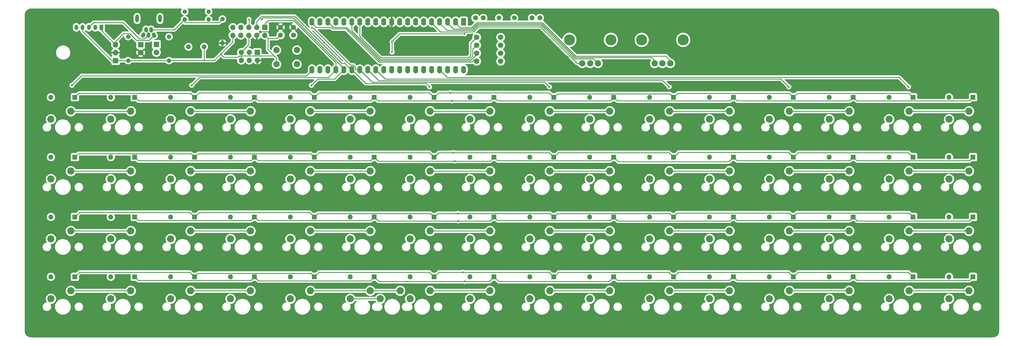
<source format=gbr>
%TF.GenerationSoftware,KiCad,Pcbnew,(6.0.7)*%
%TF.CreationDate,2022-10-07T15:47:32-04:00*%
%TF.ProjectId,planck-thk,706c616e-636b-42d7-9468-6b2e6b696361,rev?*%
%TF.SameCoordinates,Original*%
%TF.FileFunction,Copper,L2,Bot*%
%TF.FilePolarity,Positive*%
%FSLAX46Y46*%
G04 Gerber Fmt 4.6, Leading zero omitted, Abs format (unit mm)*
G04 Created by KiCad (PCBNEW (6.0.7)) date 2022-10-07 15:47:32*
%MOMM*%
%LPD*%
G01*
G04 APERTURE LIST*
G04 Aperture macros list*
%AMHorizOval*
0 Thick line with rounded ends*
0 $1 width*
0 $2 $3 position (X,Y) of the first rounded end (center of the circle)*
0 $4 $5 position (X,Y) of the second rounded end (center of the circle)*
0 Add line between two ends*
20,1,$1,$2,$3,$4,$5,0*
0 Add two circle primitives to create the rounded ends*
1,1,$1,$2,$3*
1,1,$1,$4,$5*%
G04 Aperture macros list end*
%TA.AperFunction,ComponentPad*%
%ADD10R,1.600000X2.400000*%
%TD*%
%TA.AperFunction,ComponentPad*%
%ADD11O,1.600000X2.400000*%
%TD*%
%TA.AperFunction,ComponentPad*%
%ADD12C,3.500000*%
%TD*%
%TA.AperFunction,ComponentPad*%
%ADD13C,2.000000*%
%TD*%
%TA.AperFunction,ComponentPad*%
%ADD14C,1.750000*%
%TD*%
%TA.AperFunction,ComponentPad*%
%ADD15R,1.800000X1.800000*%
%TD*%
%TA.AperFunction,ComponentPad*%
%ADD16O,1.800000X1.800000*%
%TD*%
%TA.AperFunction,ComponentPad*%
%ADD17C,1.600000*%
%TD*%
%TA.AperFunction,ComponentPad*%
%ADD18C,1.400000*%
%TD*%
%TA.AperFunction,ComponentPad*%
%ADD19O,1.400000X1.400000*%
%TD*%
%TA.AperFunction,ComponentPad*%
%ADD20C,1.500000*%
%TD*%
%TA.AperFunction,ComponentPad*%
%ADD21R,1.200000X1.700000*%
%TD*%
%TA.AperFunction,ComponentPad*%
%ADD22O,1.200000X1.700000*%
%TD*%
%TA.AperFunction,ComponentPad*%
%ADD23HorizOval,1.250000X0.125000X-0.216506X-0.125000X0.216506X0*%
%TD*%
%TA.AperFunction,ComponentPad*%
%ADD24O,1.250000X1.750000*%
%TD*%
%TA.AperFunction,ComponentPad*%
%ADD25HorizOval,1.250000X0.125000X0.216506X-0.125000X-0.216506X0*%
%TD*%
%TA.AperFunction,ComponentPad*%
%ADD26O,1.200000X2.500000*%
%TD*%
%TA.AperFunction,ComponentPad*%
%ADD27C,1.800000*%
%TD*%
%TA.AperFunction,ComponentPad*%
%ADD28C,1.524000*%
%TD*%
%TA.AperFunction,ComponentPad*%
%ADD29R,1.700000X1.700000*%
%TD*%
%TA.AperFunction,ComponentPad*%
%ADD30O,1.700000X1.700000*%
%TD*%
%TA.AperFunction,ComponentPad*%
%ADD31R,1.600000X1.600000*%
%TD*%
%TA.AperFunction,ComponentPad*%
%ADD32O,1.600000X1.600000*%
%TD*%
%TA.AperFunction,ComponentPad*%
%ADD33C,2.286000*%
%TD*%
%TA.AperFunction,ViaPad*%
%ADD34C,0.600000*%
%TD*%
%TA.AperFunction,Conductor*%
%ADD35C,0.250000*%
%TD*%
G04 APERTURE END LIST*
D10*
%TO.P,U1,1,(T0/XCK)PB0*%
%TO.N,ROW7*%
X163235000Y-40260000D03*
D11*
%TO.P,U1,2,(T1)PB1*%
%TO.N,B1*%
X160695000Y-40260000D03*
%TO.P,U1,3,(AIN0/INT2)PB2*%
%TO.N,B2*%
X158155000Y-40260000D03*
%TO.P,U1,4,(AIN1/OC0)PB3*%
%TO.N,B3*%
X155615000Y-40260000D03*
%TO.P,U1,5,(~{SS})PB4*%
%TO.N,B4*%
X153075000Y-40260000D03*
%TO.P,U1,6,(MOSI)PB5*%
%TO.N,MOSI*%
X150535000Y-40260000D03*
%TO.P,U1,7,(MISO)PB6*%
%TO.N,MISO*%
X147995000Y-40260000D03*
%TO.P,U1,8,(SCK)PB7*%
%TO.N,SCK*%
X145455000Y-40260000D03*
%TO.P,U1,9,~{RESET}*%
%TO.N,RESET*%
X142915000Y-40260000D03*
%TO.P,U1,10,VCC*%
%TO.N,VCC*%
X140375000Y-40260000D03*
%TO.P,U1,11,GND*%
%TO.N,GND*%
X137835000Y-40260000D03*
%TO.P,U1,12,XTAL2*%
%TO.N,Net-(C1-Pad1)*%
X135295000Y-40260000D03*
%TO.P,U1,13,XTAL1*%
%TO.N,Net-(C2-Pad1)*%
X132755000Y-40260000D03*
%TO.P,U1,14,(RXD)PD0*%
%TO.N,D0*%
X130215000Y-40260000D03*
%TO.P,U1,15,(TXD)PD1*%
%TO.N,D1*%
X127675000Y-40260000D03*
%TO.P,U1,16,(INT0)PD2*%
%TO.N,Net-(R1-Pad2)*%
X125135000Y-40260000D03*
%TO.P,U1,17,(INT1)PD3*%
%TO.N,Net-(R2-Pad2)*%
X122595000Y-40260000D03*
%TO.P,U1,18,(OC1B)PD4*%
%TO.N,D4*%
X120055000Y-40260000D03*
%TO.P,U1,19,(OC1A)PD5*%
%TO.N,D5*%
X117515000Y-40260000D03*
%TO.P,U1,20,(ICP)PD6*%
%TO.N,D6*%
X114975000Y-40260000D03*
%TO.P,U1,21,(OC2)PD7*%
%TO.N,COL0*%
X114975000Y-55500000D03*
%TO.P,U1,22,(SCL)PC0*%
%TO.N,SCL*%
X117515000Y-55500000D03*
%TO.P,U1,23,(SDA)PC1*%
%TO.N,SDA*%
X120055000Y-55500000D03*
%TO.P,U1,24,(TCK)PC2*%
%TO.N,COL1*%
X122595000Y-55500000D03*
%TO.P,U1,25,(TMS)PC3*%
%TO.N,COL2*%
X125135000Y-55500000D03*
%TO.P,U1,26,(TDO)PC4*%
%TO.N,COL3*%
X127675000Y-55500000D03*
%TO.P,U1,27,(TDI)PC5*%
%TO.N,COL4*%
X130215000Y-55500000D03*
%TO.P,U1,28,(TOSC1)PC6*%
%TO.N,COL5*%
X132755000Y-55500000D03*
%TO.P,U1,29,(TOSC2)PC7*%
%TO.N,COL6*%
X135295000Y-55500000D03*
%TO.P,U1,30,AVCC*%
%TO.N,VCC*%
X137835000Y-55500000D03*
%TO.P,U1,31,AGND*%
%TO.N,GND*%
X140375000Y-55500000D03*
%TO.P,U1,32,AREF*%
%TO.N,unconnected-(U1-Pad32)*%
X142915000Y-55500000D03*
%TO.P,U1,33,(ADC7)PA7*%
%TO.N,ROW0*%
X145455000Y-55500000D03*
%TO.P,U1,34,(ADC6)PA6*%
%TO.N,ROW1*%
X147995000Y-55500000D03*
%TO.P,U1,35,(ADC5)PA5*%
%TO.N,ROW2*%
X150535000Y-55500000D03*
%TO.P,U1,36,(ADC4)PA4*%
%TO.N,ROW3*%
X153075000Y-55500000D03*
%TO.P,U1,37,(ADC3)PA3*%
%TO.N,COL7*%
X155615000Y-55500000D03*
%TO.P,U1,38,(ADC2)PA2*%
%TO.N,ROW4*%
X158155000Y-55500000D03*
%TO.P,U1,39,(ADC1)PA1*%
%TO.N,ROW5*%
X160695000Y-55500000D03*
%TO.P,U1,40,(ADC0)PA0*%
%TO.N,ROW6*%
X163235000Y-55500000D03*
%TD*%
D12*
%TO.P,SW3,*%
%TO.N,*%
X233075000Y-46000000D03*
X219875000Y-46000000D03*
D13*
%TO.P,SW3,1,A*%
%TO.N,B2*%
X223975000Y-53500000D03*
%TO.P,SW3,2,C*%
%TO.N,GND*%
X226475000Y-53500000D03*
%TO.P,SW3,3,B*%
%TO.N,B1*%
X228975000Y-53500000D03*
%TD*%
D14*
%TO.P,SW1,1*%
%TO.N,D0*%
X167375000Y-45190000D03*
%TO.P,SW1,2*%
%TO.N,D1*%
X167375000Y-47730000D03*
%TO.P,SW1,3*%
%TO.N,D4*%
X167375000Y-50270000D03*
%TO.P,SW1,4*%
%TO.N,D6*%
X167375000Y-52810000D03*
%TO.P,SW1,5*%
%TO.N,GND*%
X174995000Y-52810000D03*
%TO.P,SW1,6*%
X174995000Y-50270000D03*
%TO.P,SW1,7*%
X174995000Y-47730000D03*
%TO.P,SW1,8*%
X174995000Y-45190000D03*
%TD*%
D15*
%TO.P,U2,1,GND*%
%TO.N,GND*%
X52475000Y-52580000D03*
D16*
%TO.P,U2,2,VO*%
%TO.N,VCC*%
X52475000Y-50040000D03*
%TO.P,U2,3,VI*%
%TO.N,+5V*%
X52475000Y-47500000D03*
%TD*%
D17*
%TO.P,C1,1*%
%TO.N,Net-(C1-Pad1)*%
X169475000Y-39000000D03*
%TO.P,C1,2*%
%TO.N,GND*%
X166975000Y-39000000D03*
%TD*%
%TO.P,C2,1*%
%TO.N,Net-(C2-Pad1)*%
X184975000Y-39000000D03*
%TO.P,C2,2*%
%TO.N,GND*%
X187475000Y-39000000D03*
%TD*%
D18*
%TO.P,R1,1*%
%TO.N,D+*%
X74475000Y-37000000D03*
D19*
%TO.P,R1,2*%
%TO.N,Net-(R1-Pad2)*%
X82095000Y-37000000D03*
%TD*%
D18*
%TO.P,R2,1*%
%TO.N,D-*%
X74475000Y-39500000D03*
D19*
%TO.P,R2,2*%
%TO.N,Net-(R2-Pad2)*%
X82095000Y-39500000D03*
%TD*%
D20*
%TO.P,Y1,1,1*%
%TO.N,Net-(C1-Pad1)*%
X174475000Y-39000000D03*
%TO.P,Y1,2,2*%
%TO.N,Net-(C2-Pad1)*%
X179355000Y-39000000D03*
%TD*%
D17*
%TO.P,C3,1*%
%TO.N,GND*%
X109075000Y-44500000D03*
%TO.P,C3,2*%
%TO.N,VCC*%
X109075000Y-42000000D03*
%TD*%
%TO.P,C4,1*%
%TO.N,GND*%
X104975000Y-44500000D03*
%TO.P,C4,2*%
%TO.N,VCC*%
X104975000Y-42000000D03*
%TD*%
D21*
%TO.P,J2,1,Pin_1*%
%TO.N,+5V*%
X47975000Y-42000000D03*
D22*
%TO.P,J2,2,Pin_2*%
%TO.N,D-*%
X45975000Y-42000000D03*
%TO.P,J2,3,Pin_3*%
%TO.N,D+*%
X43975000Y-42000000D03*
%TO.P,J2,4,Pin_4*%
%TO.N,GND*%
X41975000Y-42000000D03*
%TO.P,J2,5,Pin_5*%
%TO.N,SHL*%
X39975000Y-42000000D03*
%TD*%
D18*
%TO.P,R3,1*%
%TO.N,D-*%
X86475000Y-39380000D03*
D19*
%TO.P,R3,2*%
%TO.N,VCC*%
X86475000Y-47000000D03*
%TD*%
D12*
%TO.P,SW2,*%
%TO.N,*%
X196875000Y-46000000D03*
X210075000Y-46000000D03*
D13*
%TO.P,SW2,1,A*%
%TO.N,B4*%
X200975000Y-53500000D03*
%TO.P,SW2,2,C*%
%TO.N,GND*%
X203475000Y-53500000D03*
%TO.P,SW2,3,B*%
%TO.N,B3*%
X205975000Y-53500000D03*
%TD*%
%TO.P,J8,1,Pin_1*%
%TO.N,RESET*%
X103675000Y-49250000D03*
%TO.P,J8,2,Pin_2*%
X110175000Y-49250000D03*
%TO.P,J8,3,Pin_3*%
%TO.N,GND*%
X103675000Y-53750000D03*
%TO.P,J8,4,Pin_4*%
X110175000Y-53750000D03*
%TD*%
D23*
%TO.P,USB1,1,Pin_1*%
%TO.N,+5V*%
X64700000Y-44466506D03*
D24*
%TO.P,USB1,2,Pin_2*%
%TO.N,D-*%
X63775000Y-42800000D03*
%TO.P,USB1,3,Pin_3*%
%TO.N,D+*%
X62975000Y-44500000D03*
%TO.P,USB1,4,Pin_4*%
%TO.N,unconnected-(USB1-Pad4)*%
X62175000Y-42800000D03*
D25*
%TO.P,USB1,5,Pin_5*%
%TO.N,GND*%
X61250000Y-44466506D03*
D26*
%TO.P,USB1,6,Pin_6*%
%TO.N,SHL*%
X66625000Y-39200000D03*
X59325000Y-39200000D03*
%TD*%
D18*
%TO.P,R5,1*%
%TO.N,Net-(LED2-Pad1)*%
X69475000Y-45000000D03*
D19*
%TO.P,R5,2*%
%TO.N,GND*%
X69475000Y-52620000D03*
%TD*%
D18*
%TO.P,R4,1*%
%TO.N,Net-(LED1-Pad1)*%
X56475000Y-45000000D03*
D19*
%TO.P,R4,2*%
%TO.N,GND*%
X56475000Y-52620000D03*
%TD*%
D15*
%TO.P,LED1,1,K*%
%TO.N,Net-(LED1-Pad1)*%
X60475000Y-47500000D03*
D27*
%TO.P,LED1,2,A*%
%TO.N,VCC*%
X60475000Y-50040000D03*
%TD*%
D15*
%TO.P,LED2,1,K*%
%TO.N,Net-(LED2-Pad1)*%
X65475000Y-47460000D03*
D27*
%TO.P,LED2,2,A*%
%TO.N,D5*%
X65475000Y-50000000D03*
%TD*%
D28*
%TO.P,SP1,1,Pin_1*%
%TO.N,D5*%
X75675000Y-48200000D03*
%TO.P,SP1,2,Pin_2*%
%TO.N,GND*%
X80675000Y-48200000D03*
%TD*%
D29*
%TO.P,J6,1,Pin_1*%
%TO.N,COL1*%
X99975000Y-42000000D03*
D30*
%TO.P,J6,2,Pin_2*%
%TO.N,GND*%
X99975000Y-44540000D03*
%TO.P,J6,3,Pin_3*%
%TO.N,COL3*%
X97435000Y-42000000D03*
%TO.P,J6,4,Pin_4*%
%TO.N,VCC*%
X97435000Y-44540000D03*
%TO.P,J6,5,Pin_5*%
%TO.N,COL2*%
X94895000Y-42000000D03*
%TO.P,J6,6,Pin_6*%
%TO.N,RESET*%
X94895000Y-44540000D03*
%TO.P,J6,7,Pin_7*%
%TO.N,unconnected-(J6-Pad7)*%
X92355000Y-42000000D03*
%TO.P,J6,8,Pin_8*%
%TO.N,unconnected-(J6-Pad8)*%
X92355000Y-44540000D03*
%TO.P,J6,9,Pin_9*%
%TO.N,COL4*%
X89815000Y-42000000D03*
%TO.P,J6,10,Pin_10*%
%TO.N,GND*%
X89815000Y-44540000D03*
%TD*%
D29*
%TO.P,J7,1,Pin_1*%
%TO.N,MISO*%
X97555000Y-49960000D03*
D30*
%TO.P,J7,2,Pin_2*%
%TO.N,VCC*%
X97555000Y-52500000D03*
%TO.P,J7,3,Pin_3*%
%TO.N,SCK*%
X95015000Y-49960000D03*
%TO.P,J7,4,Pin_4*%
%TO.N,MOSI*%
X95015000Y-52500000D03*
%TO.P,J7,5,Pin_5*%
%TO.N,RESET*%
X92475000Y-49960000D03*
%TO.P,J7,6,Pin_6*%
%TO.N,GND*%
X92475000Y-52500000D03*
%TD*%
D31*
%TO.P,D41,1,K*%
%TO.N,ROW2*%
X230028750Y-83343750D03*
D32*
%TO.P,D41,2,A*%
%TO.N,Net-(D41-Pad2)*%
X222408750Y-83343750D03*
%TD*%
D31*
%TO.P,D37,1,K*%
%TO.N,ROW3*%
X210978750Y-83343750D03*
D32*
%TO.P,D37,2,A*%
%TO.N,Net-(D37-Pad2)*%
X203358750Y-83343750D03*
%TD*%
D33*
%TO.P,K30,1,Pin_1*%
%TO.N,COL3*%
X171608750Y-106838750D03*
%TO.P,K30,2,Pin_2*%
%TO.N,Net-(D30-Pad2)*%
X165258750Y-109378750D03*
%TD*%
D31*
%TO.P,D49,1,K*%
%TO.N,ROW2*%
X268128750Y-83343750D03*
D32*
%TO.P,D49,2,A*%
%TO.N,Net-(D49-Pad2)*%
X260508750Y-83343750D03*
%TD*%
D33*
%TO.P,K37,1,Pin_1*%
%TO.N,COL4*%
X209708750Y-87788750D03*
%TO.P,K37,2,Pin_2*%
%TO.N,Net-(D37-Pad2)*%
X203358750Y-90328750D03*
%TD*%
%TO.P,K13,1,Pin_1*%
%TO.N,COL1*%
X95408750Y-87788750D03*
%TO.P,K13,2,Pin_2*%
%TO.N,Net-(D13-Pad2)*%
X89058750Y-90328750D03*
%TD*%
%TO.P,K6,1,Pin_1*%
%TO.N,COL0*%
X57308750Y-106838750D03*
%TO.P,K6,2,Pin_2*%
%TO.N,Net-(D6-Pad2)*%
X50958750Y-109378750D03*
%TD*%
D31*
%TO.P,D21,1,K*%
%TO.N,ROW3*%
X134778750Y-83343750D03*
D32*
%TO.P,D21,2,A*%
%TO.N,Net-(D21-Pad2)*%
X127158750Y-83343750D03*
%TD*%
D33*
%TO.P,K54,1,Pin_1*%
%TO.N,COL6*%
X285908750Y-106838750D03*
%TO.P,K54,2,Pin_2*%
%TO.N,Net-(D54-Pad2)*%
X279558750Y-109378750D03*
%TD*%
D31*
%TO.P,D4,1,K*%
%TO.N,ROW1*%
X58578750Y-64293750D03*
D32*
%TO.P,D4,2,A*%
%TO.N,Net-(D4-Pad2)*%
X50958750Y-64293750D03*
%TD*%
D31*
%TO.P,D31,1,K*%
%TO.N,ROW7*%
X172878750Y-121443750D03*
D32*
%TO.P,D31,2,A*%
%TO.N,Net-(D31-Pad2)*%
X165258750Y-121443750D03*
%TD*%
D31*
%TO.P,D39,1,K*%
%TO.N,ROW7*%
X210978750Y-121443750D03*
D32*
%TO.P,D39,2,A*%
%TO.N,Net-(D39-Pad2)*%
X203358750Y-121443750D03*
%TD*%
D33*
%TO.P,K12,1,Pin_1*%
%TO.N,COL1*%
X95408750Y-68738750D03*
%TO.P,K12,2,Pin_2*%
%TO.N,Net-(D12-Pad2)*%
X89058750Y-71278750D03*
%TD*%
%TO.P,K11,1,Pin_1*%
%TO.N,COL1*%
X76358750Y-125888750D03*
%TO.P,K11,2,Pin_2*%
%TO.N,Net-(D11-Pad2)*%
X70008750Y-128428750D03*
%TD*%
D31*
%TO.P,D5,1,K*%
%TO.N,ROW3*%
X58578750Y-83343750D03*
D32*
%TO.P,D5,2,A*%
%TO.N,Net-(D5-Pad2)*%
X50958750Y-83343750D03*
%TD*%
D33*
%TO.P,K56,1,Pin_1*%
%TO.N,COL7*%
X304958750Y-68738750D03*
%TO.P,K56,2,Pin_2*%
%TO.N,Net-(D56-Pad2)*%
X298608750Y-71278750D03*
%TD*%
D31*
%TO.P,D53,1,K*%
%TO.N,ROW3*%
X287178750Y-83343750D03*
D32*
%TO.P,D53,2,A*%
%TO.N,Net-(D53-Pad2)*%
X279558750Y-83343750D03*
%TD*%
D33*
%TO.P,K17,1,Pin_1*%
%TO.N,COL2*%
X114458750Y-87788750D03*
%TO.P,K17,2,Pin_2*%
%TO.N,Net-(D17-Pad2)*%
X108108750Y-90328750D03*
%TD*%
%TO.P,K48,1,Pin_1*%
%TO.N,COL6*%
X266858750Y-68738750D03*
%TO.P,K48,2,Pin_2*%
%TO.N,Net-(D48-Pad2)*%
X260508750Y-71278750D03*
%TD*%
%TO.P,K24,1,Pin_1*%
%TO.N,COL3*%
X152558750Y-68738750D03*
%TO.P,K24,2,Pin_2*%
%TO.N,Net-(D24-Pad2)*%
X146208750Y-71278750D03*
%TD*%
D31*
%TO.P,D61,1,K*%
%TO.N,ROW3*%
X325278750Y-83343750D03*
D32*
%TO.P,D61,2,A*%
%TO.N,Net-(D61-Pad2)*%
X317658750Y-83343750D03*
%TD*%
D33*
%TO.P,K9,1,Pin_1*%
%TO.N,COL1*%
X76358750Y-87788750D03*
%TO.P,K9,2,Pin_2*%
%TO.N,Net-(D9-Pad2)*%
X70008750Y-90328750D03*
%TD*%
%TO.P,K35,1,Pin_1*%
%TO.N,COL4*%
X190658750Y-125888750D03*
%TO.P,K35,2,Pin_2*%
%TO.N,Net-(D35-Pad2)*%
X184308750Y-128428750D03*
%TD*%
D31*
%TO.P,D29,1,K*%
%TO.N,ROW3*%
X172878750Y-83343750D03*
D32*
%TO.P,D29,2,A*%
%TO.N,Net-(D29-Pad2)*%
X165258750Y-83343750D03*
%TD*%
D31*
%TO.P,D26,1,K*%
%TO.N,ROW4*%
X153828750Y-102393750D03*
D32*
%TO.P,D26,2,A*%
%TO.N,Net-(D26-Pad2)*%
X146208750Y-102393750D03*
%TD*%
D31*
%TO.P,D28,1,K*%
%TO.N,ROW1*%
X172878750Y-64293750D03*
D32*
%TO.P,D28,2,A*%
%TO.N,Net-(D28-Pad2)*%
X165258750Y-64293750D03*
%TD*%
D33*
%TO.P,K57,1,Pin_1*%
%TO.N,COL7*%
X304958750Y-87788750D03*
%TO.P,K57,2,Pin_2*%
%TO.N,Net-(D57-Pad2)*%
X298608750Y-90328750D03*
%TD*%
%TO.P,K28,1,Pin_1*%
%TO.N,COL3*%
X171608750Y-68738750D03*
%TO.P,K28,2,Pin_2*%
%TO.N,Net-(D28-Pad2)*%
X165258750Y-71278750D03*
%TD*%
%TO.P,K53,1,Pin_1*%
%TO.N,COL6*%
X285908750Y-87788750D03*
%TO.P,K53,2,Pin_2*%
%TO.N,Net-(D53-Pad2)*%
X279558750Y-90328750D03*
%TD*%
%TO.P,K58,1,Pin_1*%
%TO.N,COL7*%
X304958750Y-106838750D03*
%TO.P,K58,2,Pin_2*%
%TO.N,Net-(D58-Pad2)*%
X298608750Y-109378750D03*
%TD*%
D31*
%TO.P,D51,1,K*%
%TO.N,ROW6*%
X268128750Y-121443750D03*
D32*
%TO.P,D51,2,A*%
%TO.N,Net-(D51-Pad2)*%
X260508750Y-121443750D03*
%TD*%
D33*
%TO.P,K10,1,Pin_1*%
%TO.N,COL1*%
X76358750Y-106838750D03*
%TO.P,K10,2,Pin_2*%
%TO.N,Net-(D10-Pad2)*%
X70008750Y-109378750D03*
%TD*%
D31*
%TO.P,D19,1,K*%
%TO.N,ROW6*%
X115728750Y-121443750D03*
D32*
%TO.P,D19,2,A*%
%TO.N,Net-(D19-Pad2)*%
X108108750Y-121443750D03*
%TD*%
D31*
%TO.P,D25,1,K*%
%TO.N,ROW2*%
X153828750Y-83343750D03*
D32*
%TO.P,D25,2,A*%
%TO.N,Net-(D25-Pad2)*%
X146208750Y-83343750D03*
%TD*%
D33*
%TO.P,K34,1,Pin_1*%
%TO.N,COL4*%
X190658750Y-106838750D03*
%TO.P,K34,2,Pin_2*%
%TO.N,Net-(D34-Pad2)*%
X184308750Y-109378750D03*
%TD*%
D31*
%TO.P,D36,1,K*%
%TO.N,ROW1*%
X210978750Y-64293750D03*
D32*
%TO.P,D36,2,A*%
%TO.N,Net-(D36-Pad2)*%
X203358750Y-64293750D03*
%TD*%
D31*
%TO.P,D46,1,K*%
%TO.N,ROW5*%
X249078750Y-102393750D03*
D32*
%TO.P,D46,2,A*%
%TO.N,Net-(D46-Pad2)*%
X241458750Y-102393750D03*
%TD*%
D31*
%TO.P,D55,1,K*%
%TO.N,ROW7*%
X287178750Y-121443750D03*
D32*
%TO.P,D55,2,A*%
%TO.N,Net-(D55-Pad2)*%
X279558750Y-121443750D03*
%TD*%
D31*
%TO.P,D63,1,K*%
%TO.N,ROW7*%
X325278750Y-121443750D03*
D32*
%TO.P,D63,2,A*%
%TO.N,Net-(D63-Pad2)*%
X317658750Y-121443750D03*
%TD*%
D31*
%TO.P,D57,1,K*%
%TO.N,ROW2*%
X306228750Y-83343750D03*
D32*
%TO.P,D57,2,A*%
%TO.N,Net-(D57-Pad2)*%
X298608750Y-83343750D03*
%TD*%
D31*
%TO.P,D14,1,K*%
%TO.N,ROW5*%
X96678750Y-102393750D03*
D32*
%TO.P,D14,2,A*%
%TO.N,Net-(D14-Pad2)*%
X89058750Y-102393750D03*
%TD*%
D33*
%TO.P,K16,1,Pin_1*%
%TO.N,COL2*%
X114458750Y-68738750D03*
%TO.P,K16,2,Pin_2*%
%TO.N,Net-(D16-Pad2)*%
X108108750Y-71278750D03*
%TD*%
%TO.P,K5,1,Pin_1*%
%TO.N,COL0*%
X57308750Y-87788750D03*
%TO.P,K5,2,Pin_2*%
%TO.N,Net-(D5-Pad2)*%
X50958750Y-90328750D03*
%TD*%
D31*
%TO.P,D33,1,K*%
%TO.N,ROW2*%
X191928750Y-83343750D03*
D32*
%TO.P,D33,2,A*%
%TO.N,Net-(D33-Pad2)*%
X184308750Y-83343750D03*
%TD*%
D33*
%TO.P,K38,1,Pin_1*%
%TO.N,COL4*%
X209708750Y-106838750D03*
%TO.P,K38,2,Pin_2*%
%TO.N,Net-(D38-Pad2)*%
X203358750Y-109378750D03*
%TD*%
%TO.P,K44,1,Pin_1*%
%TO.N,COL5*%
X247808750Y-68738750D03*
%TO.P,K44,2,Pin_2*%
%TO.N,Net-(D44-Pad2)*%
X241458750Y-71278750D03*
%TD*%
D31*
%TO.P,D16,1,K*%
%TO.N,ROW0*%
X115728750Y-64293750D03*
D32*
%TO.P,D16,2,A*%
%TO.N,Net-(D16-Pad2)*%
X108108750Y-64293750D03*
%TD*%
D33*
%TO.P,K46,1,Pin_1*%
%TO.N,COL5*%
X247808750Y-106838750D03*
%TO.P,K46,2,Pin_2*%
%TO.N,Net-(D46-Pad2)*%
X241458750Y-109378750D03*
%TD*%
%TO.P,K49,1,Pin_1*%
%TO.N,COL6*%
X266858750Y-87788750D03*
%TO.P,K49,2,Pin_2*%
%TO.N,Net-(D49-Pad2)*%
X260508750Y-90328750D03*
%TD*%
%TO.P,K41,1,Pin_1*%
%TO.N,COL5*%
X228758750Y-87788750D03*
%TO.P,K41,2,Pin_2*%
%TO.N,Net-(D41-Pad2)*%
X222408750Y-90328750D03*
%TD*%
%TO.P,K2,1,Pin_1*%
%TO.N,COL0*%
X38258750Y-106838750D03*
%TO.P,K2,2,Pin_2*%
%TO.N,Net-(D2-Pad2)*%
X31908750Y-109378750D03*
%TD*%
D31*
%TO.P,D38,1,K*%
%TO.N,ROW5*%
X210978750Y-102393750D03*
D32*
%TO.P,D38,2,A*%
%TO.N,Net-(D38-Pad2)*%
X203358750Y-102393750D03*
%TD*%
D33*
%TO.P,K62,1,Pin_1*%
%TO.N,COL7*%
X324008750Y-106838750D03*
%TO.P,K62,2,Pin_2*%
%TO.N,Net-(D62-Pad2)*%
X317658750Y-109378750D03*
%TD*%
D31*
%TO.P,D10,1,K*%
%TO.N,ROW4*%
X77628750Y-102393750D03*
D32*
%TO.P,D10,2,A*%
%TO.N,Net-(D10-Pad2)*%
X70008750Y-102393750D03*
%TD*%
D33*
%TO.P,K60,1,Pin_1*%
%TO.N,COL7*%
X324008750Y-68738750D03*
%TO.P,K60,2,Pin_2*%
%TO.N,Net-(D60-Pad2)*%
X317658750Y-71278750D03*
%TD*%
%TO.P,K31,1,Pin_1*%
%TO.N,COL3*%
X171608750Y-125888750D03*
%TO.P,K31,2,Pin_2*%
%TO.N,Net-(D31-Pad2)*%
X165258750Y-128428750D03*
%TD*%
%TO.P,K43,1,Pin_1*%
%TO.N,COL5*%
X228758750Y-125888750D03*
%TO.P,K43,2,Pin_2*%
%TO.N,Net-(D43-Pad2)*%
X222408750Y-128428750D03*
%TD*%
%TO.P,K14,1,Pin_1*%
%TO.N,COL1*%
X95408750Y-106838750D03*
%TO.P,K14,2,Pin_2*%
%TO.N,Net-(D14-Pad2)*%
X89058750Y-109378750D03*
%TD*%
%TO.P,K21,1,Pin_1*%
%TO.N,COL2*%
X133508750Y-87788750D03*
%TO.P,K21,2,Pin_2*%
%TO.N,Net-(D21-Pad2)*%
X127158750Y-90328750D03*
%TD*%
%TO.P,K39,1,Pin_1*%
%TO.N,COL4*%
X209708750Y-125888750D03*
%TO.P,K39,2,Pin_2*%
%TO.N,Net-(D39-Pad2)*%
X203358750Y-128428750D03*
%TD*%
%TO.P,K23,1,Pin_1*%
%TO.N,COL2*%
X143033750Y-125888750D03*
X133508750Y-125888750D03*
%TO.P,K23,2,Pin_2*%
%TO.N,Net-(D23-Pad2)*%
X136683750Y-128428750D03*
X127158750Y-128428750D03*
%TD*%
D31*
%TO.P,D40,1,K*%
%TO.N,ROW0*%
X230028750Y-64293750D03*
D32*
%TO.P,D40,2,A*%
%TO.N,Net-(D40-Pad2)*%
X222408750Y-64293750D03*
%TD*%
D33*
%TO.P,K51,1,Pin_1*%
%TO.N,COL6*%
X266858750Y-125888750D03*
%TO.P,K51,2,Pin_2*%
%TO.N,Net-(D51-Pad2)*%
X260508750Y-128428750D03*
%TD*%
D31*
%TO.P,D12,1,K*%
%TO.N,ROW1*%
X96678750Y-64293750D03*
D32*
%TO.P,D12,2,A*%
%TO.N,Net-(D12-Pad2)*%
X89058750Y-64293750D03*
%TD*%
D33*
%TO.P,K36,1,Pin_1*%
%TO.N,COL4*%
X209708750Y-68738750D03*
%TO.P,K36,2,Pin_2*%
%TO.N,Net-(D36-Pad2)*%
X203358750Y-71278750D03*
%TD*%
D31*
%TO.P,D24,1,K*%
%TO.N,ROW0*%
X153828750Y-64293750D03*
D32*
%TO.P,D24,2,A*%
%TO.N,Net-(D24-Pad2)*%
X146208750Y-64293750D03*
%TD*%
D33*
%TO.P,K26,1,Pin_1*%
%TO.N,COL3*%
X152558750Y-106838750D03*
%TO.P,K26,2,Pin_2*%
%TO.N,Net-(D26-Pad2)*%
X146208750Y-109378750D03*
%TD*%
D31*
%TO.P,D8,1,K*%
%TO.N,ROW0*%
X77628750Y-64293750D03*
D32*
%TO.P,D8,2,A*%
%TO.N,Net-(D8-Pad2)*%
X70008750Y-64293750D03*
%TD*%
D33*
%TO.P,K8,1,Pin_1*%
%TO.N,COL1*%
X76358750Y-68738750D03*
%TO.P,K8,2,Pin_2*%
%TO.N,Net-(D8-Pad2)*%
X70008750Y-71278750D03*
%TD*%
%TO.P,K40,1,Pin_1*%
%TO.N,COL5*%
X228758750Y-68738750D03*
%TO.P,K40,2,Pin_2*%
%TO.N,Net-(D40-Pad2)*%
X222408750Y-71278750D03*
%TD*%
%TO.P,K25,1,Pin_1*%
%TO.N,COL3*%
X152558750Y-87788750D03*
%TO.P,K25,2,Pin_2*%
%TO.N,Net-(D25-Pad2)*%
X146208750Y-90328750D03*
%TD*%
D31*
%TO.P,D42,1,K*%
%TO.N,ROW4*%
X230028750Y-102393750D03*
D32*
%TO.P,D42,2,A*%
%TO.N,Net-(D42-Pad2)*%
X222408750Y-102393750D03*
%TD*%
D33*
%TO.P,K18,1,Pin_1*%
%TO.N,COL2*%
X114458750Y-106838750D03*
%TO.P,K18,2,Pin_2*%
%TO.N,Net-(D18-Pad2)*%
X108108750Y-109378750D03*
%TD*%
D31*
%TO.P,D54,1,K*%
%TO.N,ROW5*%
X287178750Y-102393750D03*
D32*
%TO.P,D54,2,A*%
%TO.N,Net-(D54-Pad2)*%
X279558750Y-102393750D03*
%TD*%
D31*
%TO.P,D27,1,K*%
%TO.N,ROW6*%
X153828750Y-121443750D03*
D32*
%TO.P,D27,2,A*%
%TO.N,Net-(D27-Pad2)*%
X146208750Y-121443750D03*
%TD*%
D31*
%TO.P,D18,1,K*%
%TO.N,ROW4*%
X115728750Y-102393750D03*
D32*
%TO.P,D18,2,A*%
%TO.N,Net-(D18-Pad2)*%
X108108750Y-102393750D03*
%TD*%
D31*
%TO.P,D30,1,K*%
%TO.N,ROW5*%
X172878750Y-102393750D03*
D32*
%TO.P,D30,2,A*%
%TO.N,Net-(D30-Pad2)*%
X165258750Y-102393750D03*
%TD*%
D31*
%TO.P,D3,1,K*%
%TO.N,ROW6*%
X39528750Y-121443750D03*
D32*
%TO.P,D3,2,A*%
%TO.N,Net-(D3-Pad2)*%
X31908750Y-121443750D03*
%TD*%
D31*
%TO.P,D13,1,K*%
%TO.N,ROW3*%
X96678750Y-83343750D03*
D32*
%TO.P,D13,2,A*%
%TO.N,Net-(D13-Pad2)*%
X89058750Y-83343750D03*
%TD*%
D31*
%TO.P,D47,1,K*%
%TO.N,ROW7*%
X249078750Y-121443750D03*
D32*
%TO.P,D47,2,A*%
%TO.N,Net-(D47-Pad2)*%
X241458750Y-121443750D03*
%TD*%
D31*
%TO.P,D22,1,K*%
%TO.N,ROW5*%
X134778750Y-102393750D03*
D32*
%TO.P,D22,2,A*%
%TO.N,Net-(D22-Pad2)*%
X127158750Y-102393750D03*
%TD*%
D31*
%TO.P,D0,1,K*%
%TO.N,ROW0*%
X39528750Y-64293750D03*
D32*
%TO.P,D0,2,A*%
%TO.N,Net-(D0-Pad2)*%
X31908750Y-64293750D03*
%TD*%
D31*
%TO.P,D20,1,K*%
%TO.N,ROW1*%
X134778750Y-64293750D03*
D32*
%TO.P,D20,2,A*%
%TO.N,Net-(D20-Pad2)*%
X127158750Y-64293750D03*
%TD*%
D33*
%TO.P,K0,1,Pin_1*%
%TO.N,COL0*%
X38258750Y-68738750D03*
%TO.P,K0,2,Pin_2*%
%TO.N,Net-(D0-Pad2)*%
X31908750Y-71278750D03*
%TD*%
%TO.P,K52,1,Pin_1*%
%TO.N,COL6*%
X285908750Y-68738750D03*
%TO.P,K52,2,Pin_2*%
%TO.N,Net-(D52-Pad2)*%
X279558750Y-71278750D03*
%TD*%
D31*
%TO.P,D2,1,K*%
%TO.N,ROW4*%
X39528750Y-102393750D03*
D32*
%TO.P,D2,2,A*%
%TO.N,Net-(D2-Pad2)*%
X31908750Y-102393750D03*
%TD*%
D33*
%TO.P,K4,1,Pin_1*%
%TO.N,COL0*%
X57308750Y-68738750D03*
%TO.P,K4,2,Pin_2*%
%TO.N,Net-(D4-Pad2)*%
X50958750Y-71278750D03*
%TD*%
D31*
%TO.P,D62,1,K*%
%TO.N,ROW5*%
X325278750Y-102393750D03*
D32*
%TO.P,D62,2,A*%
%TO.N,Net-(D62-Pad2)*%
X317658750Y-102393750D03*
%TD*%
D31*
%TO.P,D15,1,K*%
%TO.N,ROW7*%
X96678750Y-121443750D03*
D32*
%TO.P,D15,2,A*%
%TO.N,Net-(D15-Pad2)*%
X89058750Y-121443750D03*
%TD*%
D33*
%TO.P,K3,1,Pin_1*%
%TO.N,COL0*%
X38258750Y-125888750D03*
%TO.P,K3,2,Pin_2*%
%TO.N,Net-(D3-Pad2)*%
X31908750Y-128428750D03*
%TD*%
%TO.P,K32,1,Pin_1*%
%TO.N,COL4*%
X190658750Y-68738750D03*
%TO.P,K32,2,Pin_2*%
%TO.N,Net-(D32-Pad2)*%
X184308750Y-71278750D03*
%TD*%
%TO.P,K42,1,Pin_1*%
%TO.N,COL5*%
X228758750Y-106838750D03*
%TO.P,K42,2,Pin_2*%
%TO.N,Net-(D42-Pad2)*%
X222408750Y-109378750D03*
%TD*%
D31*
%TO.P,D56,1,K*%
%TO.N,ROW0*%
X306228750Y-64293750D03*
D32*
%TO.P,D56,2,A*%
%TO.N,Net-(D56-Pad2)*%
X298608750Y-64293750D03*
%TD*%
D31*
%TO.P,D60,1,K*%
%TO.N,ROW1*%
X325278750Y-64293750D03*
D32*
%TO.P,D60,2,A*%
%TO.N,Net-(D60-Pad2)*%
X317658750Y-64293750D03*
%TD*%
D31*
%TO.P,D44,1,K*%
%TO.N,ROW1*%
X249078750Y-64293750D03*
D32*
%TO.P,D44,2,A*%
%TO.N,Net-(D44-Pad2)*%
X241458750Y-64293750D03*
%TD*%
D33*
%TO.P,K55,1,Pin_1*%
%TO.N,COL6*%
X285908750Y-125888750D03*
%TO.P,K55,2,Pin_2*%
%TO.N,Net-(D55-Pad2)*%
X279558750Y-128428750D03*
%TD*%
D31*
%TO.P,D58,1,K*%
%TO.N,ROW4*%
X306228750Y-102393750D03*
D32*
%TO.P,D58,2,A*%
%TO.N,Net-(D58-Pad2)*%
X298608750Y-102393750D03*
%TD*%
D31*
%TO.P,D59,1,K*%
%TO.N,ROW6*%
X306228750Y-121443750D03*
D32*
%TO.P,D59,2,A*%
%TO.N,Net-(D59-Pad2)*%
X298608750Y-121443750D03*
%TD*%
D33*
%TO.P,K45,1,Pin_1*%
%TO.N,COL5*%
X247808750Y-87788750D03*
%TO.P,K45,2,Pin_2*%
%TO.N,Net-(D45-Pad2)*%
X241458750Y-90328750D03*
%TD*%
%TO.P,K29,1,Pin_1*%
%TO.N,COL3*%
X171608750Y-87788750D03*
%TO.P,K29,2,Pin_2*%
%TO.N,Net-(D29-Pad2)*%
X165258750Y-90328750D03*
%TD*%
%TO.P,K33,1,Pin_1*%
%TO.N,COL4*%
X190658750Y-87788750D03*
%TO.P,K33,2,Pin_2*%
%TO.N,Net-(D33-Pad2)*%
X184308750Y-90328750D03*
%TD*%
%TO.P,K63,1,Pin_1*%
%TO.N,COL7*%
X324008750Y-125888750D03*
%TO.P,K63,2,Pin_2*%
%TO.N,Net-(D63-Pad2)*%
X317658750Y-128428750D03*
%TD*%
%TO.P,K1,1,Pin_1*%
%TO.N,COL0*%
X38258750Y-87788750D03*
%TO.P,K1,2,Pin_2*%
%TO.N,Net-(D1-Pad2)*%
X31908750Y-90328750D03*
%TD*%
D31*
%TO.P,D6,1,K*%
%TO.N,ROW5*%
X58578750Y-102393750D03*
D32*
%TO.P,D6,2,A*%
%TO.N,Net-(D6-Pad2)*%
X50958750Y-102393750D03*
%TD*%
D33*
%TO.P,K59,1,Pin_1*%
%TO.N,COL7*%
X304958750Y-125888750D03*
%TO.P,K59,2,Pin_2*%
%TO.N,Net-(D59-Pad2)*%
X298608750Y-128428750D03*
%TD*%
D31*
%TO.P,D52,1,K*%
%TO.N,ROW1*%
X287178750Y-64293750D03*
D32*
%TO.P,D52,2,A*%
%TO.N,Net-(D52-Pad2)*%
X279558750Y-64293750D03*
%TD*%
D33*
%TO.P,K61,1,Pin_1*%
%TO.N,COL7*%
X324008750Y-87788750D03*
%TO.P,K61,2,Pin_2*%
%TO.N,Net-(D61-Pad2)*%
X317658750Y-90328750D03*
%TD*%
D31*
%TO.P,D48,1,K*%
%TO.N,ROW0*%
X268128750Y-64293750D03*
D32*
%TO.P,D48,2,A*%
%TO.N,Net-(D48-Pad2)*%
X260508750Y-64293750D03*
%TD*%
D31*
%TO.P,D23,1,K*%
%TO.N,ROW7*%
X134778750Y-121443750D03*
D32*
%TO.P,D23,2,A*%
%TO.N,Net-(D23-Pad2)*%
X127158750Y-121443750D03*
%TD*%
D33*
%TO.P,K47,1,Pin_1*%
%TO.N,COL5*%
X247808750Y-125888750D03*
%TO.P,K47,2,Pin_2*%
%TO.N,Net-(D47-Pad2)*%
X241458750Y-128428750D03*
%TD*%
%TO.P,K27,1,Pin_1*%
%TO.N,COL3*%
X152558750Y-125888750D03*
%TO.P,K27,2,Pin_2*%
%TO.N,Net-(D27-Pad2)*%
X146208750Y-128428750D03*
%TD*%
%TO.P,K7,1,Pin_1*%
%TO.N,COL0*%
X57308750Y-125888750D03*
%TO.P,K7,2,Pin_2*%
%TO.N,Net-(D7-Pad2)*%
X50958750Y-128428750D03*
%TD*%
D31*
%TO.P,D7,1,K*%
%TO.N,ROW7*%
X58578750Y-121443750D03*
D32*
%TO.P,D7,2,A*%
%TO.N,Net-(D7-Pad2)*%
X50958750Y-121443750D03*
%TD*%
D33*
%TO.P,K50,1,Pin_1*%
%TO.N,COL6*%
X266858750Y-106838750D03*
%TO.P,K50,2,Pin_2*%
%TO.N,Net-(D50-Pad2)*%
X260508750Y-109378750D03*
%TD*%
D31*
%TO.P,D43,1,K*%
%TO.N,ROW6*%
X230028750Y-121443750D03*
D32*
%TO.P,D43,2,A*%
%TO.N,Net-(D43-Pad2)*%
X222408750Y-121443750D03*
%TD*%
D31*
%TO.P,D9,1,K*%
%TO.N,ROW2*%
X77628750Y-83343750D03*
D32*
%TO.P,D9,2,A*%
%TO.N,Net-(D9-Pad2)*%
X70008750Y-83343750D03*
%TD*%
D33*
%TO.P,K19,1,Pin_1*%
%TO.N,COL2*%
X114458750Y-125888750D03*
%TO.P,K19,2,Pin_2*%
%TO.N,Net-(D19-Pad2)*%
X108108750Y-128428750D03*
%TD*%
D31*
%TO.P,D32,1,K*%
%TO.N,ROW0*%
X191928750Y-64293750D03*
D32*
%TO.P,D32,2,A*%
%TO.N,Net-(D32-Pad2)*%
X184308750Y-64293750D03*
%TD*%
D31*
%TO.P,D17,1,K*%
%TO.N,ROW2*%
X115728750Y-83343750D03*
D32*
%TO.P,D17,2,A*%
%TO.N,Net-(D17-Pad2)*%
X108108750Y-83343750D03*
%TD*%
D33*
%TO.P,K15,1,Pin_1*%
%TO.N,COL1*%
X95408750Y-125888750D03*
%TO.P,K15,2,Pin_2*%
%TO.N,Net-(D15-Pad2)*%
X89058750Y-128428750D03*
%TD*%
D31*
%TO.P,D1,1,K*%
%TO.N,ROW2*%
X39528750Y-83343750D03*
D32*
%TO.P,D1,2,A*%
%TO.N,Net-(D1-Pad2)*%
X31908750Y-83343750D03*
%TD*%
D33*
%TO.P,K22,1,Pin_1*%
%TO.N,COL2*%
X133508750Y-106838750D03*
%TO.P,K22,2,Pin_2*%
%TO.N,Net-(D22-Pad2)*%
X127158750Y-109378750D03*
%TD*%
%TO.P,K20,1,Pin_1*%
%TO.N,COL2*%
X133508750Y-68738750D03*
%TO.P,K20,2,Pin_2*%
%TO.N,Net-(D20-Pad2)*%
X127158750Y-71278750D03*
%TD*%
D31*
%TO.P,D11,1,K*%
%TO.N,ROW6*%
X77628750Y-121443750D03*
D32*
%TO.P,D11,2,A*%
%TO.N,Net-(D11-Pad2)*%
X70008750Y-121443750D03*
%TD*%
D31*
%TO.P,D50,1,K*%
%TO.N,ROW4*%
X268128750Y-102393750D03*
D32*
%TO.P,D50,2,A*%
%TO.N,Net-(D50-Pad2)*%
X260508750Y-102393750D03*
%TD*%
D31*
%TO.P,D34,1,K*%
%TO.N,ROW4*%
X191928750Y-102393750D03*
D32*
%TO.P,D34,2,A*%
%TO.N,Net-(D34-Pad2)*%
X184308750Y-102393750D03*
%TD*%
D31*
%TO.P,D35,1,K*%
%TO.N,ROW6*%
X191928750Y-121443750D03*
D32*
%TO.P,D35,2,A*%
%TO.N,Net-(D35-Pad2)*%
X184308750Y-121443750D03*
%TD*%
D31*
%TO.P,D45,1,K*%
%TO.N,ROW3*%
X249078750Y-83343750D03*
D32*
%TO.P,D45,2,A*%
%TO.N,Net-(D45-Pad2)*%
X241458750Y-83343750D03*
%TD*%
D34*
%TO.N,VCC*%
X153924000Y-47752000D03*
%TO.N,COL2*%
X114808000Y-60452000D03*
%TO.N,COL1*%
X76708000Y-60452000D03*
%TO.N,COL0*%
X38608000Y-60452000D03*
%TO.N,COL3*%
X152400000Y-60960000D03*
%TO.N,COL4*%
X190500000Y-60960000D03*
%TO.N,COL5*%
X228600000Y-60960000D03*
%TO.N,COL6*%
X266700000Y-60960000D03*
%TO.N,ROW0*%
X159061500Y-62840149D03*
%TO.N,ROW1*%
X159511500Y-65418750D03*
%TO.N,ROW2*%
X159917851Y-81890149D03*
%TO.N,ROW3*%
X160411500Y-84582000D03*
%TO.N,COL7*%
X304800000Y-60960000D03*
%TO.N,ROW7*%
X163614649Y-122897351D03*
%TO.N,ROW4*%
X161367250Y-101268750D03*
%TO.N,ROW5*%
X161544000Y-103632000D03*
%TO.N,ROW6*%
X162965851Y-119990149D03*
%TO.N,GND*%
X140434998Y-49899000D03*
X163535000Y-44073990D03*
X140435000Y-46499000D03*
%TO.N,VCC*%
X84201000Y-39243000D03*
X171323000Y-49022000D03*
X78232000Y-38100000D03*
X57150000Y-40005000D03*
X146558000Y-42418000D03*
X91440000Y-39370000D03*
X123825000Y-47625000D03*
X128587500Y-50006250D03*
X43561000Y-40132000D03*
X133935000Y-42899000D03*
X118872000Y-46863000D03*
X172085000Y-38100000D03*
X144272000Y-42799000D03*
X52387500Y-42862500D03*
X71755000Y-43942000D03*
X129032000Y-42164000D03*
X136235000Y-49899000D03*
X196398226Y-51426359D03*
X88106250Y-50006250D03*
%TO.N,COL2*%
X98935000Y-39499000D03*
X94935000Y-39499000D03*
%TO.N,COL4*%
X114935000Y-42199000D03*
%TD*%
D35*
%TO.N,COL2*%
X122215000Y-58420000D02*
X125135000Y-55500000D01*
X116840000Y-58420000D02*
X122215000Y-58420000D01*
X114808000Y-60452000D02*
X116840000Y-58420000D01*
%TO.N,COL1*%
X76708000Y-60452000D02*
X79248000Y-57912000D01*
X79248000Y-57912000D02*
X120183000Y-57912000D01*
X120183000Y-57912000D02*
X122595000Y-55500000D01*
%TO.N,COL0*%
X41656000Y-57404000D02*
X113284000Y-57404000D01*
X38608000Y-60452000D02*
X41656000Y-57404000D01*
X113284000Y-57404000D02*
X114975000Y-55713000D01*
%TO.N,COL3*%
X151326000Y-59886000D02*
X152400000Y-60960000D01*
X132061000Y-59886000D02*
X151326000Y-59886000D01*
X127675000Y-55500000D02*
X132061000Y-59886000D01*
%TO.N,COL4*%
X188976000Y-59436000D02*
X190500000Y-60960000D01*
X134151000Y-59436000D02*
X188976000Y-59436000D01*
X130215000Y-55500000D02*
X134151000Y-59436000D01*
%TO.N,COL5*%
X226568000Y-58928000D02*
X228600000Y-60960000D01*
X136183000Y-58928000D02*
X226568000Y-58928000D01*
X132755000Y-55500000D02*
X136183000Y-58928000D01*
%TO.N,COL6*%
X138215000Y-58420000D02*
X135295000Y-55500000D01*
X264160000Y-58420000D02*
X138215000Y-58420000D01*
X266700000Y-60960000D02*
X264160000Y-58420000D01*
%TO.N,ROW2*%
X153892250Y-83343750D02*
X155345851Y-81890149D01*
X159917851Y-81890149D02*
X155345851Y-81890149D01*
X159917851Y-81890149D02*
X190475149Y-81890149D01*
%TO.N,COL7*%
X301789011Y-57949011D02*
X304800000Y-60960000D01*
X158064011Y-57949011D02*
X301789011Y-57949011D01*
X155615000Y-55500000D02*
X158064011Y-57949011D01*
%TO.N,ROW7*%
X163614649Y-122897351D02*
X136232351Y-122897351D01*
X171425149Y-122897351D02*
X163614649Y-122897351D01*
%TO.N,ROW4*%
X154953750Y-101268750D02*
X161367250Y-101268750D01*
X161367250Y-101268750D02*
X190803750Y-101268750D01*
%TO.N,ROW6*%
X162965851Y-119990149D02*
X190475149Y-119990149D01*
X155282351Y-119990149D02*
X162965851Y-119990149D01*
%TO.N,ROW3*%
X324153750Y-84468750D02*
X325278750Y-83343750D01*
X288303750Y-84468750D02*
X324153750Y-84468750D01*
X287178750Y-83343750D02*
X288303750Y-84468750D01*
X286053750Y-84468750D02*
X287178750Y-83343750D01*
X249078750Y-83343750D02*
X250203750Y-84468750D01*
X250203750Y-84468750D02*
X286053750Y-84468750D01*
%TO.N,ROW2*%
X304775149Y-81890149D02*
X306228750Y-83343750D01*
X269582351Y-81890149D02*
X304775149Y-81890149D01*
X268128750Y-83343750D02*
X269582351Y-81890149D01*
X231648000Y-81788000D02*
X266573000Y-81788000D01*
X266573000Y-81788000D02*
X268128750Y-83343750D01*
X230092250Y-83343750D02*
X231648000Y-81788000D01*
%TO.N,ROW5*%
X288417000Y-103632000D02*
X324104000Y-103632000D01*
X324104000Y-103632000D02*
X325278750Y-102457250D01*
X287178750Y-102393750D02*
X288417000Y-103632000D01*
%TO.N,ROW4*%
X304927000Y-101092000D02*
X306228750Y-102393750D01*
X268128750Y-102203250D02*
X269240000Y-101092000D01*
X269240000Y-101092000D02*
X304927000Y-101092000D01*
%TO.N,ROW5*%
X286053750Y-103518750D02*
X287178750Y-102393750D01*
X250203750Y-103518750D02*
X286053750Y-103518750D01*
X249078750Y-102393750D02*
X250203750Y-103518750D01*
%TO.N,ROW4*%
X231140000Y-101092000D02*
X266827000Y-101092000D01*
X230028750Y-102203250D02*
X231140000Y-101092000D01*
X266827000Y-101092000D02*
X268128750Y-102393750D01*
%TO.N,ROW7*%
X324153750Y-122568750D02*
X325278750Y-121443750D01*
X288303750Y-122568750D02*
X324153750Y-122568750D01*
X287178750Y-121443750D02*
X288303750Y-122568750D01*
%TO.N,ROW6*%
X304775149Y-119990149D02*
X306228750Y-121443750D01*
X269582351Y-119990149D02*
X304775149Y-119990149D01*
X268128750Y-121443750D02*
X269582351Y-119990149D01*
%TO.N,ROW7*%
X286053750Y-122568750D02*
X287178750Y-121443750D01*
X249078750Y-121443750D02*
X250203750Y-122568750D01*
X250203750Y-122568750D02*
X286053750Y-122568750D01*
%TO.N,ROW6*%
X266675149Y-119990149D02*
X268128750Y-121443750D01*
X231482351Y-119990149D02*
X266675149Y-119990149D01*
X230028750Y-121443750D02*
X231482351Y-119990149D01*
%TO.N,ROW7*%
X247763250Y-122568750D02*
X248888250Y-121443750D01*
X212103750Y-122568750D02*
X247763250Y-122568750D01*
X210978750Y-121443750D02*
X212103750Y-122568750D01*
%TO.N,ROW6*%
X228575149Y-119990149D02*
X230028750Y-121443750D01*
X191928750Y-121443750D02*
X193382351Y-119990149D01*
X193382351Y-119990149D02*
X228575149Y-119990149D01*
%TO.N,ROW5*%
X210978750Y-102393750D02*
X212217000Y-103632000D01*
X212217000Y-103632000D02*
X247840500Y-103632000D01*
X247840500Y-103632000D02*
X249078750Y-102393750D01*
%TO.N,ROW4*%
X228903750Y-101268750D02*
X230028750Y-102393750D01*
X193053750Y-101268750D02*
X228903750Y-101268750D01*
X191928750Y-102393750D02*
X193053750Y-101268750D01*
%TO.N,ROW3*%
X212432351Y-84797351D02*
X210978750Y-83343750D01*
X247625149Y-84797351D02*
X212432351Y-84797351D01*
X249078750Y-83343750D02*
X247625149Y-84797351D01*
%TO.N,ROW2*%
X228575149Y-81890149D02*
X230028750Y-83343750D01*
X193382351Y-81890149D02*
X228575149Y-81890149D01*
X191928750Y-83343750D02*
X193382351Y-81890149D01*
%TO.N,ROW7*%
X174332351Y-122897351D02*
X172878750Y-121443750D01*
X209525149Y-122897351D02*
X174332351Y-122897351D01*
X210978750Y-121443750D02*
X209525149Y-122897351D01*
%TO.N,ROW6*%
X190475149Y-119990149D02*
X191928750Y-121443750D01*
X153828750Y-121443750D02*
X155282351Y-119990149D01*
%TO.N,ROW7*%
X136232351Y-122897351D02*
X134778750Y-121443750D01*
X172878750Y-121443750D02*
X171425149Y-122897351D01*
%TO.N,ROW6*%
X152375149Y-119990149D02*
X153828750Y-121443750D01*
X117182351Y-119990149D02*
X152375149Y-119990149D01*
X115728750Y-121443750D02*
X117182351Y-119990149D01*
%TO.N,ROW5*%
X174003750Y-103518750D02*
X172878750Y-102393750D01*
X209853750Y-103518750D02*
X174003750Y-103518750D01*
X210978750Y-102393750D02*
X209853750Y-103518750D01*
X171704000Y-103632000D02*
X172878750Y-102457250D01*
X136017000Y-103632000D02*
X171704000Y-103632000D01*
X134778750Y-102393750D02*
X136017000Y-103632000D01*
%TO.N,ROW4*%
X190803750Y-101268750D02*
X191928750Y-102393750D01*
X153828750Y-102393750D02*
X154953750Y-101268750D01*
X152703750Y-101268750D02*
X153828750Y-102393750D01*
X116853750Y-101268750D02*
X152703750Y-101268750D01*
X115728750Y-102393750D02*
X116853750Y-101268750D01*
%TO.N,ROW3*%
X174003750Y-84468750D02*
X209853750Y-84468750D01*
X209853750Y-84468750D02*
X210978750Y-83343750D01*
X172878750Y-83343750D02*
X174003750Y-84468750D01*
X171640500Y-84582000D02*
X172878750Y-83343750D01*
X136017000Y-84582000D02*
X171640500Y-84582000D01*
X134778750Y-83343750D02*
X136017000Y-84582000D01*
%TO.N,ROW2*%
X190475149Y-81890149D02*
X191928750Y-83343750D01*
X117182351Y-81890149D02*
X152375149Y-81890149D01*
X115728750Y-83343750D02*
X117182351Y-81890149D01*
X152375149Y-81890149D02*
X153828750Y-83343750D01*
%TO.N,D-*%
X71135000Y-42799000D02*
X74435000Y-39499000D01*
X85409999Y-40524001D02*
X86435000Y-39499000D01*
X74470052Y-40524001D02*
X85409999Y-40524001D01*
X74435000Y-39499000D02*
X74435000Y-40488949D01*
X74435000Y-40488949D02*
X74470052Y-40524001D01*
X63985000Y-42799000D02*
X71135000Y-42799000D01*
%TO.N,D+*%
X60085000Y-45649000D02*
X61685000Y-45649000D01*
X54935000Y-40499000D02*
X60085000Y-45649000D01*
X45435000Y-40499000D02*
X54935000Y-40499000D01*
X61685000Y-45649000D02*
X62935000Y-44399000D01*
X43935000Y-41999000D02*
X45435000Y-40499000D01*
%TO.N,GND*%
X80635000Y-48199000D02*
X80635000Y-52499000D01*
X56435000Y-52619000D02*
X69435000Y-52619000D01*
X103895000Y-45539000D02*
X104935000Y-44499000D01*
X91870999Y-51134001D02*
X92435000Y-51134001D01*
X83935000Y-52499000D02*
X85935000Y-50499000D01*
X140435000Y-46499000D02*
X140435000Y-49898998D01*
X89775000Y-46659000D02*
X89775000Y-44539000D01*
X52435000Y-52579000D02*
X56395000Y-52579000D01*
X41935000Y-43229000D02*
X41935000Y-41999000D01*
X85935000Y-50499000D02*
X89775000Y-46659000D01*
X103635000Y-51799000D02*
X103335000Y-51499000D01*
X85935000Y-50499000D02*
X86935000Y-51499000D01*
X51285000Y-52579000D02*
X41935000Y-43229000D01*
X102970001Y-51134001D02*
X103335000Y-51499000D01*
X92435000Y-51134001D02*
X102970001Y-51134001D01*
X100935000Y-49099000D02*
X100935000Y-45539000D01*
X140435000Y-49898998D02*
X140434998Y-49899000D01*
X99935000Y-44539000D02*
X100935000Y-45539000D01*
X103635000Y-53699000D02*
X103635000Y-51799000D01*
X80635000Y-52499000D02*
X83935000Y-52499000D01*
X140435000Y-46499000D02*
X142860010Y-44073990D01*
X86935000Y-51499000D02*
X91506000Y-51499000D01*
X69435000Y-52499000D02*
X80635000Y-52499000D01*
X103335000Y-51499000D02*
X100935000Y-49099000D01*
X142860010Y-44073990D02*
X163110736Y-44073990D01*
X163110736Y-44073990D02*
X163535000Y-44073990D01*
X100935000Y-45539000D02*
X103895000Y-45539000D01*
X52435000Y-52579000D02*
X51285000Y-52579000D01*
X91506000Y-51499000D02*
X91870999Y-51134001D01*
X92435000Y-52499000D02*
X92435000Y-51134001D01*
%TO.N,VCC*%
X140335000Y-40259000D02*
X140335000Y-45374736D01*
X97395000Y-44539000D02*
X98570001Y-43363999D01*
X103570001Y-43363999D02*
X98570001Y-43363999D01*
X140335000Y-45374736D02*
X136235000Y-49474736D01*
X136235000Y-49474736D02*
X136235000Y-49899000D01*
X138095000Y-42899000D02*
X140335000Y-40659000D01*
X133935000Y-42899000D02*
X138095000Y-42899000D01*
X104935000Y-41999000D02*
X103570001Y-43363999D01*
%TO.N,+5V*%
X52435000Y-47499000D02*
X52435000Y-46499000D01*
X47935000Y-42999000D02*
X47935000Y-41999000D01*
X59102002Y-46149000D02*
X63160000Y-46149000D01*
X56927001Y-43973999D02*
X59102002Y-46149000D01*
X63160000Y-46149000D02*
X64535000Y-44774000D01*
X54960001Y-43973999D02*
X56927001Y-43973999D01*
X52435000Y-47499000D02*
X47935000Y-42999000D01*
X52435000Y-46499000D02*
X54960001Y-43973999D01*
%TO.N,ROW0*%
X39528750Y-64293750D02*
X40830500Y-62992000D01*
X268128750Y-64293750D02*
X269430500Y-62992000D01*
X155282351Y-62840149D02*
X190475149Y-62840149D01*
X40830500Y-62992000D02*
X76327000Y-62992000D01*
X230028750Y-64293750D02*
X231330500Y-62992000D01*
X77628750Y-64293750D02*
X79082351Y-62840149D01*
X117182351Y-62840149D02*
X152375149Y-62840149D01*
X152375149Y-62840149D02*
X153828750Y-64293750D01*
X191928750Y-64293750D02*
X193053750Y-63168750D01*
X266827000Y-62992000D02*
X268128750Y-64293750D01*
X115728750Y-64293750D02*
X117182351Y-62840149D01*
X190475149Y-62840149D02*
X191928750Y-64293750D01*
X79082351Y-62840149D02*
X114275149Y-62840149D01*
X114275149Y-62840149D02*
X115728750Y-64293750D01*
X231330500Y-62992000D02*
X266827000Y-62992000D01*
X76327000Y-62992000D02*
X77628750Y-64293750D01*
X193053750Y-63168750D02*
X228903750Y-63168750D01*
X153828750Y-64293750D02*
X155282351Y-62840149D01*
X269430500Y-62992000D02*
X304927000Y-62992000D01*
X304927000Y-62992000D02*
X306228750Y-64293750D01*
X228903750Y-63168750D02*
X230028750Y-64293750D01*
%TO.N,ROW2*%
X76503750Y-82218750D02*
X77628750Y-83343750D01*
X40653750Y-82218750D02*
X76503750Y-82218750D01*
X77628750Y-83343750D02*
X78753750Y-82218750D01*
X39528750Y-83343750D02*
X40653750Y-82218750D01*
X114603750Y-82218750D02*
X115728750Y-83343750D01*
X78753750Y-82218750D02*
X114603750Y-82218750D01*
%TO.N,COL0*%
X38258750Y-87788750D02*
X57308750Y-87788750D01*
X38258750Y-106838750D02*
X57308750Y-106838750D01*
X38258750Y-68738750D02*
X57308750Y-68738750D01*
X57308750Y-125888750D02*
X38258750Y-125888750D01*
%TO.N,COL1*%
X76358750Y-87788750D02*
X95408750Y-87788750D01*
X99935000Y-40899000D02*
X99935000Y-41999000D01*
X76358750Y-68738750D02*
X95408750Y-68738750D01*
X101035000Y-39799000D02*
X99935000Y-40899000D01*
X76358750Y-125888750D02*
X95408750Y-125888750D01*
X101035000Y-39799000D02*
X109158590Y-39799000D01*
X122555000Y-53195410D02*
X122555000Y-55499000D01*
X76358750Y-106838750D02*
X95408750Y-106838750D01*
X109158590Y-39799000D02*
X122555000Y-53195410D01*
%TO.N,COL2*%
X114458750Y-68738750D02*
X133508750Y-68738750D01*
X133508750Y-125888750D02*
X143033750Y-125888750D01*
X108995000Y-38999000D02*
X99435000Y-38999000D01*
X114458750Y-125888750D02*
X133508750Y-125888750D01*
X94935000Y-39499000D02*
X94935000Y-41919000D01*
X125095000Y-55099000D02*
X108995000Y-38999000D01*
X114458750Y-106838750D02*
X133508750Y-106838750D01*
X99435000Y-38999000D02*
X98935000Y-39499000D01*
X114458750Y-87788750D02*
X133508750Y-87788750D01*
%TO.N,COL3*%
X171608750Y-125888750D02*
X152558750Y-125888750D01*
X125435000Y-53499000D02*
X124435000Y-53499000D01*
X97395000Y-40088989D02*
X98935000Y-38548989D01*
X152558750Y-106838750D02*
X171608750Y-106838750D01*
X171608750Y-68738750D02*
X152558750Y-68738750D01*
X109484989Y-38548989D02*
X98935000Y-38548989D01*
X97395000Y-41999000D02*
X97395000Y-40088989D01*
X127435000Y-55499000D02*
X125435000Y-53499000D01*
X152558750Y-87788750D02*
X171608750Y-87788750D01*
X124435000Y-53499000D02*
X109484989Y-38548989D01*
%TO.N,COL4*%
X128100994Y-53973990D02*
X127169006Y-53973990D01*
X130175000Y-55499000D02*
X128760010Y-55499000D01*
X128760010Y-54633006D02*
X128100994Y-53973990D01*
X115359264Y-42223264D02*
X115359264Y-42199000D01*
X190658750Y-68738750D02*
X209708750Y-68738750D01*
X115359264Y-42199000D02*
X114935000Y-42199000D01*
X127169006Y-53973990D02*
X127139498Y-54003498D01*
X190658750Y-125888750D02*
X209708750Y-125888750D01*
X209708750Y-87788750D02*
X190658750Y-87788750D01*
X190658750Y-106838750D02*
X209708750Y-106838750D01*
X128760010Y-55499000D02*
X128760010Y-54633006D01*
X127139498Y-54003498D02*
X115359264Y-42223264D01*
%TO.N,COL5*%
X228758750Y-87788750D02*
X247808750Y-87788750D01*
X228758750Y-68738750D02*
X247808750Y-68738750D01*
X228758750Y-125888750D02*
X247808750Y-125888750D01*
X247808750Y-106838750D02*
X228758750Y-106838750D01*
%TO.N,COL6*%
X266858750Y-68738750D02*
X285908750Y-68738750D01*
X285908750Y-87788750D02*
X266858750Y-87788750D01*
X285908750Y-125888750D02*
X266858750Y-125888750D01*
X266858750Y-106838750D02*
X285908750Y-106838750D01*
%TO.N,COL7*%
X324008750Y-106838750D02*
X304958750Y-106838750D01*
X304958750Y-87788750D02*
X324008750Y-87788750D01*
X324008750Y-68738750D02*
X304958750Y-68738750D01*
X304958750Y-125888750D02*
X324008750Y-125888750D01*
%TO.N,RESET*%
X94855000Y-47539000D02*
X94855000Y-44539000D01*
X92435000Y-49959000D02*
X94855000Y-47539000D01*
%TO.N,D4*%
X165310043Y-52623957D02*
X167335000Y-50599000D01*
X125921400Y-42048989D02*
X136496365Y-52623957D01*
X121804989Y-42048989D02*
X125921400Y-42048989D01*
X136496365Y-52623957D02*
X165310043Y-52623957D01*
X120015000Y-40259000D02*
X121804989Y-42048989D01*
%TO.N,D1*%
X166085000Y-51123946D02*
X165035000Y-52173946D01*
X167335000Y-47729000D02*
X166085000Y-48979000D01*
X127635000Y-43126179D02*
X127635000Y-40259000D01*
X166085000Y-48979000D02*
X166085000Y-51123946D01*
X136682765Y-52173946D02*
X127635000Y-43126179D01*
X165035000Y-52173946D02*
X136682765Y-52173946D01*
%TO.N,D0*%
X165510000Y-47014000D02*
X165510000Y-50924000D01*
X130175000Y-45029769D02*
X130175000Y-40259000D01*
X165510000Y-50924000D02*
X164710064Y-51723936D01*
X136869165Y-51723935D02*
X130175000Y-45029769D01*
X164710064Y-51723936D02*
X136869165Y-51723935D01*
X167335000Y-45189000D02*
X165510000Y-47014000D01*
%TO.N,D6*%
X166920002Y-52809000D02*
X166510001Y-52398999D01*
X165835032Y-53073968D02*
X166510001Y-52398999D01*
X121525768Y-42499000D02*
X125735000Y-42499000D01*
X116275000Y-41999000D02*
X121025768Y-41999000D01*
X121025768Y-41999000D02*
X121525768Y-42499000D01*
X166510001Y-52398999D02*
X166998591Y-52398999D01*
X125735000Y-42499000D02*
X136309968Y-53073968D01*
X136309968Y-53073968D02*
X165835032Y-53073968D01*
X114935000Y-40659000D02*
X116275000Y-41999000D01*
%TO.N,B3*%
X157914977Y-42998977D02*
X155575000Y-40659000D01*
X187891157Y-41398978D02*
X167762200Y-41398978D01*
X166162201Y-42998977D02*
X157914977Y-42998977D01*
X167762200Y-41398978D02*
X166162201Y-42998977D01*
X204485022Y-52049022D02*
X198541198Y-52049022D01*
X205985000Y-53549000D02*
X204485022Y-52049022D01*
X198541198Y-52049022D02*
X187891157Y-41398978D01*
%TO.N,B4*%
X167948600Y-41848989D02*
X187704757Y-41848989D01*
X166348601Y-43448988D02*
X167948600Y-41848989D01*
X153035000Y-40659000D02*
X155824988Y-43448988D01*
X155824988Y-43448988D02*
X166348601Y-43448988D01*
X187704757Y-41848989D02*
X199404765Y-53549000D01*
X199404765Y-53549000D02*
X200985000Y-53549000D01*
%TO.N,B1*%
X188263954Y-40498956D02*
X167389400Y-40498956D01*
X165789401Y-42098955D02*
X162094955Y-42098955D01*
X162094955Y-42098955D02*
X160655000Y-40659000D01*
X228935000Y-52499000D02*
X227585000Y-51149000D01*
X227585000Y-51149000D02*
X198913998Y-51149000D01*
X167389400Y-40498956D02*
X165789401Y-42098955D01*
X198913998Y-51149000D02*
X188263954Y-40498956D01*
X228935000Y-53499000D02*
X228935000Y-52499000D01*
%TO.N,B2*%
X198727598Y-51599011D02*
X188077555Y-40948967D01*
X167575800Y-40948967D02*
X165975801Y-42548966D01*
X223935000Y-52499000D02*
X223035011Y-51599011D01*
X165975801Y-42548966D02*
X160004966Y-42548966D01*
X223935000Y-53499000D02*
X223935000Y-52499000D01*
X160004966Y-42548966D02*
X158115000Y-40659000D01*
X188077555Y-40948967D02*
X167575800Y-40948967D01*
X223035011Y-51599011D02*
X198727598Y-51599011D01*
%TO.N,ROW4*%
X79082351Y-100940149D02*
X114275149Y-100940149D01*
X40982351Y-100940149D02*
X76175149Y-100940149D01*
X77628750Y-102393750D02*
X79082351Y-100940149D01*
X39528750Y-102393750D02*
X40982351Y-100940149D01*
X76175149Y-100940149D02*
X77628750Y-102393750D01*
X114275149Y-100940149D02*
X115728750Y-102393750D01*
%TO.N,ROW6*%
X114603750Y-120318750D02*
X115728750Y-121443750D01*
X39528750Y-121443750D02*
X40982351Y-119990149D01*
X76175149Y-119990149D02*
X77628750Y-121443750D01*
X77628750Y-121443750D02*
X78753750Y-120318750D01*
X40982351Y-119990149D02*
X76175149Y-119990149D01*
X78753750Y-120318750D02*
X114603750Y-120318750D01*
%TO.N,ROW1*%
X97803750Y-65418750D02*
X133653750Y-65418750D01*
X171753750Y-65418750D02*
X172878750Y-64293750D01*
X250203750Y-65418750D02*
X286053750Y-65418750D01*
X212103750Y-65418750D02*
X247953750Y-65418750D01*
X247953750Y-65418750D02*
X249078750Y-64293750D01*
X96678750Y-64293750D02*
X97803750Y-65418750D01*
X134778750Y-64293750D02*
X135903750Y-65418750D01*
X287178750Y-64293750D02*
X288303750Y-65418750D01*
X249078750Y-64293750D02*
X250203750Y-65418750D01*
X288303750Y-65418750D02*
X324153750Y-65418750D01*
X210978750Y-64293750D02*
X212103750Y-65418750D01*
X172878750Y-64293750D02*
X174003750Y-65418750D01*
X209853750Y-65418750D02*
X210978750Y-64293750D01*
X174003750Y-65418750D02*
X209853750Y-65418750D01*
X135903750Y-65418750D02*
X171753750Y-65418750D01*
X286053750Y-65418750D02*
X287178750Y-64293750D01*
X58578750Y-64293750D02*
X59703750Y-65418750D01*
X133653750Y-65418750D02*
X134778750Y-64293750D01*
X324153750Y-65418750D02*
X325278750Y-64293750D01*
X95553750Y-65418750D02*
X96678750Y-64293750D01*
X59703750Y-65418750D02*
X95553750Y-65418750D01*
%TO.N,ROW3*%
X58578750Y-83343750D02*
X59703750Y-84468750D01*
X97803750Y-84468750D02*
X133653750Y-84468750D01*
X95553750Y-84468750D02*
X96678750Y-83343750D01*
X59703750Y-84468750D02*
X95553750Y-84468750D01*
X133653750Y-84468750D02*
X134778750Y-83343750D01*
X96678750Y-83343750D02*
X97803750Y-84468750D01*
%TO.N,Net-(D23-Pad2)*%
X127158750Y-128428750D02*
X136683750Y-128428750D01*
%TO.N,ROW5*%
X133653750Y-103518750D02*
X134778750Y-102393750D01*
X95553750Y-103518750D02*
X96678750Y-102393750D01*
X59703750Y-103518750D02*
X95553750Y-103518750D01*
X58578750Y-102393750D02*
X59703750Y-103518750D01*
X96678750Y-102393750D02*
X97803750Y-103518750D01*
X97803750Y-103518750D02*
X133653750Y-103518750D01*
%TO.N,ROW7*%
X97917000Y-122682000D02*
X133540500Y-122682000D01*
X133540500Y-122682000D02*
X134778750Y-121443750D01*
X96678750Y-121443750D02*
X97917000Y-122682000D01*
X59703750Y-122568750D02*
X95553750Y-122568750D01*
X58578750Y-121443750D02*
X59703750Y-122568750D01*
X95553750Y-122568750D02*
X96678750Y-121443750D01*
%TD*%
%TA.AperFunction,Conductor*%
%TO.N,VCC*%
G36*
X73521896Y-36028502D02*
G01*
X73568389Y-36082158D01*
X73578493Y-36152432D01*
X73550297Y-36215490D01*
X73549588Y-36216335D01*
X73545699Y-36220224D01*
X73424411Y-36393442D01*
X73335044Y-36585090D01*
X73333622Y-36590398D01*
X73333621Y-36590400D01*
X73282430Y-36781448D01*
X73280314Y-36789345D01*
X73261884Y-37000000D01*
X73280314Y-37210655D01*
X73335044Y-37414910D01*
X73337366Y-37419891D01*
X73337367Y-37419892D01*
X73391304Y-37535559D01*
X73424411Y-37606558D01*
X73545699Y-37779776D01*
X73695224Y-37929301D01*
X73868442Y-38050589D01*
X73873420Y-38052910D01*
X73873423Y-38052912D01*
X74051188Y-38135805D01*
X74104473Y-38182722D01*
X74123934Y-38251000D01*
X74103392Y-38318960D01*
X74051188Y-38364195D01*
X73873423Y-38447088D01*
X73873420Y-38447090D01*
X73868442Y-38449411D01*
X73695224Y-38570699D01*
X73545699Y-38720224D01*
X73424411Y-38893442D01*
X73422090Y-38898420D01*
X73422088Y-38898423D01*
X73365147Y-39020533D01*
X73335044Y-39085090D01*
X73333622Y-39090398D01*
X73333621Y-39090400D01*
X73292719Y-39243049D01*
X73280314Y-39289345D01*
X73261884Y-39500000D01*
X73276963Y-39672345D01*
X73278985Y-39695460D01*
X73264996Y-39765065D01*
X73242559Y-39795537D01*
X72075882Y-40962213D01*
X70909500Y-42128595D01*
X70847188Y-42162621D01*
X70820405Y-42165500D01*
X64928818Y-42165500D01*
X64860697Y-42145498D01*
X64816802Y-42097192D01*
X64735937Y-41940183D01*
X64735935Y-41940180D01*
X64733191Y-41934852D01*
X64657200Y-41838111D01*
X64603289Y-41769478D01*
X64603285Y-41769473D01*
X64599583Y-41764761D01*
X64595052Y-41760829D01*
X64440752Y-41626933D01*
X64440747Y-41626929D01*
X64436221Y-41623002D01*
X64249001Y-41514693D01*
X64107210Y-41465455D01*
X64050342Y-41445707D01*
X64050340Y-41445706D01*
X64044677Y-41443740D01*
X64038742Y-41442879D01*
X64038740Y-41442879D01*
X63836563Y-41413564D01*
X63836560Y-41413564D01*
X63830623Y-41412703D01*
X63614562Y-41422704D01*
X63520169Y-41445453D01*
X63410123Y-41471974D01*
X63410121Y-41471975D01*
X63404290Y-41473380D01*
X63398832Y-41475862D01*
X63398828Y-41475863D01*
X63297426Y-41521968D01*
X63207394Y-41562903D01*
X63202507Y-41566369D01*
X63202501Y-41566373D01*
X63045785Y-41677539D01*
X62978651Y-41700637D01*
X62909687Y-41683773D01*
X62890305Y-41669934D01*
X62889197Y-41668972D01*
X62867899Y-41650491D01*
X62840752Y-41626933D01*
X62840747Y-41626929D01*
X62836221Y-41623002D01*
X62649001Y-41514693D01*
X62507210Y-41465455D01*
X62450342Y-41445707D01*
X62450340Y-41445706D01*
X62444677Y-41443740D01*
X62438742Y-41442879D01*
X62438740Y-41442879D01*
X62236563Y-41413564D01*
X62236560Y-41413564D01*
X62230623Y-41412703D01*
X62014562Y-41422704D01*
X61920169Y-41445453D01*
X61810123Y-41471974D01*
X61810121Y-41471975D01*
X61804290Y-41473380D01*
X61798832Y-41475862D01*
X61798828Y-41475863D01*
X61697426Y-41521968D01*
X61607394Y-41562903D01*
X61483918Y-41650491D01*
X61436999Y-41683773D01*
X61430979Y-41688043D01*
X61281410Y-41844285D01*
X61278159Y-41849320D01*
X61172594Y-42012812D01*
X61164084Y-42025991D01*
X61083234Y-42226604D01*
X61082086Y-42232485D01*
X61082084Y-42232490D01*
X61042646Y-42434441D01*
X61041778Y-42438887D01*
X61041500Y-42444571D01*
X61041500Y-43072356D01*
X61021498Y-43140477D01*
X60962086Y-43189428D01*
X60959747Y-43190359D01*
X60953986Y-43192038D01*
X60948649Y-43194775D01*
X60766854Y-43288004D01*
X60766849Y-43288007D01*
X60761526Y-43290737D01*
X60591201Y-43424048D01*
X60493174Y-43536617D01*
X60459698Y-43575059D01*
X60449158Y-43587162D01*
X60446075Y-43591945D01*
X60400341Y-43671158D01*
X60117840Y-44160463D01*
X60117836Y-44160472D01*
X60116340Y-44163062D01*
X60115093Y-44165792D01*
X60069047Y-44266598D01*
X60049028Y-44310423D01*
X60047612Y-44316255D01*
X60047611Y-44316257D01*
X60041124Y-44342971D01*
X60023099Y-44417197D01*
X60022493Y-44419692D01*
X59986981Y-44481168D01*
X59923869Y-44513687D01*
X59853196Y-44506922D01*
X59810957Y-44479053D01*
X57703927Y-42372022D01*
X55438652Y-40106747D01*
X55431112Y-40098461D01*
X55427000Y-40091982D01*
X55377348Y-40045356D01*
X55374507Y-40042602D01*
X55354770Y-40022865D01*
X55351573Y-40020385D01*
X55342551Y-40012680D01*
X55342504Y-40012636D01*
X55310321Y-39982414D01*
X55303375Y-39978595D01*
X55303372Y-39978593D01*
X55292566Y-39972652D01*
X55276047Y-39961801D01*
X55272001Y-39958663D01*
X55260041Y-39949386D01*
X55252772Y-39946241D01*
X55252768Y-39946238D01*
X55219463Y-39931826D01*
X55208813Y-39926609D01*
X55170060Y-39905305D01*
X55160482Y-39902846D01*
X58216500Y-39902846D01*
X58231548Y-40060566D01*
X58291092Y-40263534D01*
X58293836Y-40268861D01*
X58293836Y-40268862D01*
X58379627Y-40435435D01*
X58387942Y-40451580D01*
X58518604Y-40617920D01*
X58523135Y-40621852D01*
X58523138Y-40621855D01*
X58629772Y-40714387D01*
X58678363Y-40756552D01*
X58683549Y-40759552D01*
X58683553Y-40759555D01*
X58787971Y-40819962D01*
X58861454Y-40862473D01*
X59061271Y-40931861D01*
X59067206Y-40932722D01*
X59067208Y-40932722D01*
X59264664Y-40961352D01*
X59264667Y-40961352D01*
X59270604Y-40962213D01*
X59481899Y-40952433D01*
X59613077Y-40920819D01*
X59681701Y-40904281D01*
X59681703Y-40904280D01*
X59687534Y-40902875D01*
X59692992Y-40900393D01*
X59692996Y-40900392D01*
X59811508Y-40846507D01*
X59880087Y-40815326D01*
X60052611Y-40692946D01*
X60198881Y-40540150D01*
X60313620Y-40362452D01*
X60392686Y-40166263D01*
X60433228Y-39958663D01*
X60433500Y-39953101D01*
X60433500Y-39902846D01*
X65516500Y-39902846D01*
X65531548Y-40060566D01*
X65591092Y-40263534D01*
X65593836Y-40268861D01*
X65593836Y-40268862D01*
X65679627Y-40435435D01*
X65687942Y-40451580D01*
X65818604Y-40617920D01*
X65823135Y-40621852D01*
X65823138Y-40621855D01*
X65929772Y-40714387D01*
X65978363Y-40756552D01*
X65983549Y-40759552D01*
X65983553Y-40759555D01*
X66087971Y-40819962D01*
X66161454Y-40862473D01*
X66361271Y-40931861D01*
X66367206Y-40932722D01*
X66367208Y-40932722D01*
X66564664Y-40961352D01*
X66564667Y-40961352D01*
X66570604Y-40962213D01*
X66781899Y-40952433D01*
X66913077Y-40920819D01*
X66981701Y-40904281D01*
X66981703Y-40904280D01*
X66987534Y-40902875D01*
X66992992Y-40900393D01*
X66992996Y-40900392D01*
X67111508Y-40846507D01*
X67180087Y-40815326D01*
X67352611Y-40692946D01*
X67498881Y-40540150D01*
X67613620Y-40362452D01*
X67692686Y-40166263D01*
X67733228Y-39958663D01*
X67733500Y-39953101D01*
X67733500Y-38497154D01*
X67718452Y-38339434D01*
X67658908Y-38136466D01*
X67634782Y-38089623D01*
X67564804Y-37953751D01*
X67564802Y-37953748D01*
X67562058Y-37948420D01*
X67431396Y-37782080D01*
X67426865Y-37778148D01*
X67426862Y-37778145D01*
X67276167Y-37647379D01*
X67271637Y-37643448D01*
X67266451Y-37640448D01*
X67266447Y-37640445D01*
X67093742Y-37540533D01*
X67088546Y-37537527D01*
X66888729Y-37468139D01*
X66882794Y-37467278D01*
X66882792Y-37467278D01*
X66685336Y-37438648D01*
X66685333Y-37438648D01*
X66679396Y-37437787D01*
X66468101Y-37447567D01*
X66347055Y-37476739D01*
X66268299Y-37495719D01*
X66268297Y-37495720D01*
X66262466Y-37497125D01*
X66257008Y-37499607D01*
X66257004Y-37499608D01*
X66141959Y-37551916D01*
X66069913Y-37584674D01*
X65897389Y-37707054D01*
X65751119Y-37859850D01*
X65636380Y-38037548D01*
X65624618Y-38066734D01*
X65577874Y-38182722D01*
X65557314Y-38233737D01*
X65516772Y-38441337D01*
X65516500Y-38446899D01*
X65516500Y-39902846D01*
X60433500Y-39902846D01*
X60433500Y-38497154D01*
X60418452Y-38339434D01*
X60358908Y-38136466D01*
X60334782Y-38089623D01*
X60264804Y-37953751D01*
X60264802Y-37953748D01*
X60262058Y-37948420D01*
X60131396Y-37782080D01*
X60126865Y-37778148D01*
X60126862Y-37778145D01*
X59976167Y-37647379D01*
X59971637Y-37643448D01*
X59966451Y-37640448D01*
X59966447Y-37640445D01*
X59793742Y-37540533D01*
X59788546Y-37537527D01*
X59588729Y-37468139D01*
X59582794Y-37467278D01*
X59582792Y-37467278D01*
X59385336Y-37438648D01*
X59385333Y-37438648D01*
X59379396Y-37437787D01*
X59168101Y-37447567D01*
X59047055Y-37476739D01*
X58968299Y-37495719D01*
X58968297Y-37495720D01*
X58962466Y-37497125D01*
X58957008Y-37499607D01*
X58957004Y-37499608D01*
X58841959Y-37551916D01*
X58769913Y-37584674D01*
X58597389Y-37707054D01*
X58451119Y-37859850D01*
X58336380Y-38037548D01*
X58324618Y-38066734D01*
X58277874Y-38182722D01*
X58257314Y-38233737D01*
X58216772Y-38441337D01*
X58216500Y-38446899D01*
X58216500Y-39902846D01*
X55160482Y-39902846D01*
X55150437Y-39900267D01*
X55131734Y-39893863D01*
X55120420Y-39888967D01*
X55120419Y-39888967D01*
X55113145Y-39885819D01*
X55105322Y-39884580D01*
X55105312Y-39884577D01*
X55069476Y-39878901D01*
X55057856Y-39876495D01*
X55022711Y-39867472D01*
X55022710Y-39867472D01*
X55015030Y-39865500D01*
X54994776Y-39865500D01*
X54975065Y-39863949D01*
X54972534Y-39863548D01*
X54955057Y-39860780D01*
X54917672Y-39864314D01*
X54911039Y-39864941D01*
X54899181Y-39865500D01*
X45513763Y-39865500D01*
X45502579Y-39864973D01*
X45495091Y-39863299D01*
X45487168Y-39863548D01*
X45427033Y-39865438D01*
X45423075Y-39865500D01*
X45395144Y-39865500D01*
X45391229Y-39865995D01*
X45391225Y-39865995D01*
X45391167Y-39866003D01*
X45391138Y-39866006D01*
X45379296Y-39866939D01*
X45335110Y-39868327D01*
X45317744Y-39873372D01*
X45315658Y-39873978D01*
X45296306Y-39877986D01*
X45289235Y-39878880D01*
X45276203Y-39880526D01*
X45268834Y-39883443D01*
X45268832Y-39883444D01*
X45235097Y-39896800D01*
X45223869Y-39900645D01*
X45181407Y-39912982D01*
X45174585Y-39917016D01*
X45174579Y-39917019D01*
X45163968Y-39923294D01*
X45146218Y-39931990D01*
X45134756Y-39936528D01*
X45134751Y-39936531D01*
X45127383Y-39939448D01*
X45110727Y-39951549D01*
X45091625Y-39965427D01*
X45081707Y-39971943D01*
X45070463Y-39978593D01*
X45043637Y-39994458D01*
X45029313Y-40008782D01*
X45014281Y-40021621D01*
X44997893Y-40033528D01*
X44980470Y-40054589D01*
X44969712Y-40067593D01*
X44961722Y-40076373D01*
X44391968Y-40646127D01*
X44329656Y-40680153D01*
X44261541Y-40676060D01*
X44244398Y-40670107D01*
X44244392Y-40670106D01*
X44238729Y-40668139D01*
X44232794Y-40667278D01*
X44232792Y-40667278D01*
X44035336Y-40638648D01*
X44035333Y-40638648D01*
X44029396Y-40637787D01*
X43818101Y-40647567D01*
X43711852Y-40673173D01*
X43618299Y-40695719D01*
X43618297Y-40695720D01*
X43612466Y-40697125D01*
X43607008Y-40699607D01*
X43607004Y-40699608D01*
X43505528Y-40745747D01*
X43419913Y-40784674D01*
X43332745Y-40846507D01*
X43262819Y-40896109D01*
X43247389Y-40907054D01*
X43101119Y-41059850D01*
X43097868Y-41064885D01*
X43097866Y-41064888D01*
X43080254Y-41092163D01*
X43026499Y-41138540D01*
X42956203Y-41148493D01*
X42891686Y-41118861D01*
X42875317Y-41101647D01*
X42863396Y-41086470D01*
X42781396Y-40982080D01*
X42776865Y-40978148D01*
X42776862Y-40978145D01*
X42626167Y-40847379D01*
X42621637Y-40843448D01*
X42616451Y-40840448D01*
X42616447Y-40840445D01*
X42449984Y-40744144D01*
X42438546Y-40737527D01*
X42238729Y-40668139D01*
X42232794Y-40667278D01*
X42232792Y-40667278D01*
X42035336Y-40638648D01*
X42035333Y-40638648D01*
X42029396Y-40637787D01*
X41818101Y-40647567D01*
X41711852Y-40673173D01*
X41618299Y-40695719D01*
X41618297Y-40695720D01*
X41612466Y-40697125D01*
X41607008Y-40699607D01*
X41607004Y-40699608D01*
X41505528Y-40745747D01*
X41419913Y-40784674D01*
X41332745Y-40846507D01*
X41262819Y-40896109D01*
X41247389Y-40907054D01*
X41101119Y-41059850D01*
X41097868Y-41064885D01*
X41097866Y-41064888D01*
X41080254Y-41092163D01*
X41026499Y-41138540D01*
X40956203Y-41148493D01*
X40891686Y-41118861D01*
X40875317Y-41101647D01*
X40863396Y-41086470D01*
X40781396Y-40982080D01*
X40776865Y-40978148D01*
X40776862Y-40978145D01*
X40626167Y-40847379D01*
X40621637Y-40843448D01*
X40616451Y-40840448D01*
X40616447Y-40840445D01*
X40449984Y-40744144D01*
X40438546Y-40737527D01*
X40238729Y-40668139D01*
X40232794Y-40667278D01*
X40232792Y-40667278D01*
X40035336Y-40638648D01*
X40035333Y-40638648D01*
X40029396Y-40637787D01*
X39818101Y-40647567D01*
X39711852Y-40673173D01*
X39618299Y-40695719D01*
X39618297Y-40695720D01*
X39612466Y-40697125D01*
X39607008Y-40699607D01*
X39607004Y-40699608D01*
X39505528Y-40745747D01*
X39419913Y-40784674D01*
X39332745Y-40846507D01*
X39262819Y-40896109D01*
X39247389Y-40907054D01*
X39101119Y-41059850D01*
X38986380Y-41237548D01*
X38984137Y-41243114D01*
X38916586Y-41410731D01*
X38907314Y-41433737D01*
X38866772Y-41641337D01*
X38866500Y-41646899D01*
X38866500Y-42302846D01*
X38881548Y-42460566D01*
X38941092Y-42663534D01*
X38943836Y-42668861D01*
X38943836Y-42668862D01*
X39017343Y-42811584D01*
X39037942Y-42851580D01*
X39168604Y-43017920D01*
X39173135Y-43021852D01*
X39173138Y-43021855D01*
X39292468Y-43125404D01*
X39328363Y-43156552D01*
X39333549Y-43159552D01*
X39333553Y-43159555D01*
X39495665Y-43253339D01*
X39511454Y-43262473D01*
X39711271Y-43331861D01*
X39717206Y-43332722D01*
X39717208Y-43332722D01*
X39914664Y-43361352D01*
X39914667Y-43361352D01*
X39920604Y-43362213D01*
X40131899Y-43352433D01*
X40311995Y-43309030D01*
X40331701Y-43304281D01*
X40331703Y-43304280D01*
X40337534Y-43302875D01*
X40342992Y-43300393D01*
X40342996Y-43300392D01*
X40478111Y-43238958D01*
X40530087Y-43215326D01*
X40686970Y-43104041D01*
X40697725Y-43096412D01*
X40697726Y-43096411D01*
X40702611Y-43092946D01*
X40848881Y-42940150D01*
X40853291Y-42933320D01*
X40869746Y-42907837D01*
X40923501Y-42861460D01*
X40993797Y-42851507D01*
X41058314Y-42881139D01*
X41074681Y-42898351D01*
X41098482Y-42928651D01*
X41164898Y-43013203D01*
X41164902Y-43013207D01*
X41168604Y-43017920D01*
X41173135Y-43021852D01*
X41173140Y-43021857D01*
X41256457Y-43094156D01*
X41294798Y-43153909D01*
X41299815Y-43185362D01*
X41301438Y-43236986D01*
X41301500Y-43240945D01*
X41301500Y-43268856D01*
X41301997Y-43272790D01*
X41301997Y-43272791D01*
X41302005Y-43272856D01*
X41302938Y-43284693D01*
X41304327Y-43328889D01*
X41309579Y-43346967D01*
X41309978Y-43348339D01*
X41313987Y-43367700D01*
X41314235Y-43369659D01*
X41316526Y-43387797D01*
X41319445Y-43395168D01*
X41319445Y-43395170D01*
X41332804Y-43428912D01*
X41336649Y-43440142D01*
X41343667Y-43464298D01*
X41348982Y-43482593D01*
X41353015Y-43489412D01*
X41353017Y-43489417D01*
X41359293Y-43500028D01*
X41367988Y-43517776D01*
X41375448Y-43536617D01*
X41380110Y-43543033D01*
X41380110Y-43543034D01*
X41401436Y-43572387D01*
X41407952Y-43582307D01*
X41430458Y-43620362D01*
X41444779Y-43634683D01*
X41457619Y-43649716D01*
X41469528Y-43666107D01*
X41475634Y-43671158D01*
X41503605Y-43694298D01*
X41512384Y-43702288D01*
X50781348Y-52971253D01*
X50788888Y-52979539D01*
X50793000Y-52986018D01*
X50798777Y-52991443D01*
X50842651Y-53032643D01*
X50845493Y-53035398D01*
X50865230Y-53055135D01*
X50868427Y-53057615D01*
X50877447Y-53065318D01*
X50909679Y-53095586D01*
X50916625Y-53099405D01*
X50916628Y-53099407D01*
X50927434Y-53105348D01*
X50943953Y-53116199D01*
X50959959Y-53128614D01*
X50990541Y-53141848D01*
X51045115Y-53187259D01*
X51066500Y-53257485D01*
X51066500Y-53528134D01*
X51073255Y-53590316D01*
X51124385Y-53726705D01*
X51211739Y-53843261D01*
X51328295Y-53930615D01*
X51464684Y-53981745D01*
X51526866Y-53988500D01*
X53423134Y-53988500D01*
X53485316Y-53981745D01*
X53621705Y-53930615D01*
X53738261Y-53843261D01*
X53825615Y-53726705D01*
X53876745Y-53590316D01*
X53883500Y-53528134D01*
X53883500Y-53338500D01*
X53903502Y-53270379D01*
X53957158Y-53223886D01*
X54009500Y-53212500D01*
X55348977Y-53212500D01*
X55417098Y-53232502D01*
X55452188Y-53266229D01*
X55545699Y-53399776D01*
X55695224Y-53549301D01*
X55868442Y-53670589D01*
X55873420Y-53672910D01*
X55873423Y-53672912D01*
X56055108Y-53757633D01*
X56060090Y-53759956D01*
X56065398Y-53761378D01*
X56065400Y-53761379D01*
X56259030Y-53813262D01*
X56259032Y-53813262D01*
X56264345Y-53814686D01*
X56475000Y-53833116D01*
X56685655Y-53814686D01*
X56690968Y-53813262D01*
X56690970Y-53813262D01*
X56884600Y-53761379D01*
X56884602Y-53761378D01*
X56889910Y-53759956D01*
X56894892Y-53757633D01*
X57076577Y-53672912D01*
X57076580Y-53672910D01*
X57081558Y-53670589D01*
X57254776Y-53549301D01*
X57404301Y-53399776D01*
X57469802Y-53306230D01*
X57525259Y-53261901D01*
X57573015Y-53252500D01*
X68376985Y-53252500D01*
X68445106Y-53272502D01*
X68480198Y-53306230D01*
X68545699Y-53399776D01*
X68695224Y-53549301D01*
X68868442Y-53670589D01*
X68873420Y-53672910D01*
X68873423Y-53672912D01*
X69055108Y-53757633D01*
X69060090Y-53759956D01*
X69065398Y-53761378D01*
X69065400Y-53761379D01*
X69259030Y-53813262D01*
X69259032Y-53813262D01*
X69264345Y-53814686D01*
X69475000Y-53833116D01*
X69685655Y-53814686D01*
X69690968Y-53813262D01*
X69690970Y-53813262D01*
X69884600Y-53761379D01*
X69884602Y-53761378D01*
X69889910Y-53759956D01*
X69894892Y-53757633D01*
X70076577Y-53672912D01*
X70076580Y-53672910D01*
X70081558Y-53670589D01*
X70254776Y-53549301D01*
X70404301Y-53399776D01*
X70525589Y-53226558D01*
X70535525Y-53205250D01*
X70582442Y-53151965D01*
X70649720Y-53132500D01*
X80563207Y-53132500D01*
X80586816Y-53134732D01*
X80587119Y-53134790D01*
X80587123Y-53134790D01*
X80594906Y-53136275D01*
X80650951Y-53132749D01*
X80658862Y-53132500D01*
X83856233Y-53132500D01*
X83867416Y-53133027D01*
X83874909Y-53134702D01*
X83882835Y-53134453D01*
X83882836Y-53134453D01*
X83942986Y-53132562D01*
X83946945Y-53132500D01*
X83974856Y-53132500D01*
X83978791Y-53132003D01*
X83978856Y-53131995D01*
X83990693Y-53131062D01*
X84022951Y-53130048D01*
X84026970Y-53129922D01*
X84034889Y-53129673D01*
X84054343Y-53124021D01*
X84073700Y-53120013D01*
X84085930Y-53118468D01*
X84085931Y-53118468D01*
X84093797Y-53117474D01*
X84101168Y-53114555D01*
X84101170Y-53114555D01*
X84134912Y-53101196D01*
X84146142Y-53097351D01*
X84180983Y-53087229D01*
X84180984Y-53087229D01*
X84188593Y-53085018D01*
X84195412Y-53080985D01*
X84195417Y-53080983D01*
X84206028Y-53074707D01*
X84223776Y-53066012D01*
X84242617Y-53058552D01*
X84276433Y-53033984D01*
X84278387Y-53032564D01*
X84288307Y-53026048D01*
X84319535Y-53007580D01*
X84319538Y-53007578D01*
X84326362Y-53003542D01*
X84340683Y-52989221D01*
X84355717Y-52976380D01*
X84372107Y-52964472D01*
X84400298Y-52930395D01*
X84408288Y-52921616D01*
X85845905Y-51483999D01*
X85908217Y-51449973D01*
X85979032Y-51455038D01*
X86024095Y-51483999D01*
X86431343Y-51891247D01*
X86438887Y-51899537D01*
X86443000Y-51906018D01*
X86448777Y-51911443D01*
X86492667Y-51952658D01*
X86495509Y-51955413D01*
X86515231Y-51975135D01*
X86518355Y-51977558D01*
X86518359Y-51977562D01*
X86518424Y-51977612D01*
X86527445Y-51985317D01*
X86559679Y-52015586D01*
X86566627Y-52019405D01*
X86566629Y-52019407D01*
X86577432Y-52025346D01*
X86593959Y-52036202D01*
X86603698Y-52043757D01*
X86603700Y-52043758D01*
X86609960Y-52048614D01*
X86650540Y-52066174D01*
X86661188Y-52071391D01*
X86699940Y-52092695D01*
X86707616Y-52094666D01*
X86707619Y-52094667D01*
X86719562Y-52097733D01*
X86738267Y-52104137D01*
X86756855Y-52112181D01*
X86764678Y-52113420D01*
X86764688Y-52113423D01*
X86800524Y-52119099D01*
X86812144Y-52121505D01*
X86842253Y-52129235D01*
X86854970Y-52132500D01*
X86875224Y-52132500D01*
X86894934Y-52134051D01*
X86914943Y-52137220D01*
X86922835Y-52136474D01*
X86958961Y-52133059D01*
X86970819Y-52132500D01*
X91007782Y-52132500D01*
X91075903Y-52152502D01*
X91122396Y-52206158D01*
X91133069Y-52271889D01*
X91126257Y-52335635D01*
X91112251Y-52466695D01*
X91112548Y-52471848D01*
X91112548Y-52471851D01*
X91118683Y-52578245D01*
X91125110Y-52689715D01*
X91126247Y-52694761D01*
X91126248Y-52694767D01*
X91139597Y-52754000D01*
X91174222Y-52907639D01*
X91225525Y-53033984D01*
X91254503Y-53105348D01*
X91258266Y-53114616D01*
X91296462Y-53176947D01*
X91372291Y-53300688D01*
X91374987Y-53305088D01*
X91521250Y-53473938D01*
X91693126Y-53616632D01*
X91886000Y-53729338D01*
X92094692Y-53809030D01*
X92099760Y-53810061D01*
X92099763Y-53810062D01*
X92194862Y-53829410D01*
X92313597Y-53853567D01*
X92318772Y-53853757D01*
X92318774Y-53853757D01*
X92531673Y-53861564D01*
X92531677Y-53861564D01*
X92536837Y-53861753D01*
X92541957Y-53861097D01*
X92541959Y-53861097D01*
X92753288Y-53834025D01*
X92753289Y-53834025D01*
X92758416Y-53833368D01*
X92763366Y-53831883D01*
X92967429Y-53770661D01*
X92967434Y-53770659D01*
X92972384Y-53769174D01*
X93172994Y-53670896D01*
X93354860Y-53541173D01*
X93368455Y-53527626D01*
X93489687Y-53406816D01*
X93513096Y-53383489D01*
X93516808Y-53378324D01*
X93643453Y-53202077D01*
X93644776Y-53203028D01*
X93691645Y-53159857D01*
X93761580Y-53147625D01*
X93827026Y-53175144D01*
X93854875Y-53206994D01*
X93865996Y-53225141D01*
X93914987Y-53305088D01*
X94061250Y-53473938D01*
X94233126Y-53616632D01*
X94426000Y-53729338D01*
X94634692Y-53809030D01*
X94639760Y-53810061D01*
X94639763Y-53810062D01*
X94734862Y-53829410D01*
X94853597Y-53853567D01*
X94858772Y-53853757D01*
X94858774Y-53853757D01*
X95071673Y-53861564D01*
X95071677Y-53861564D01*
X95076837Y-53861753D01*
X95081957Y-53861097D01*
X95081959Y-53861097D01*
X95293288Y-53834025D01*
X95293289Y-53834025D01*
X95298416Y-53833368D01*
X95303366Y-53831883D01*
X95507429Y-53770661D01*
X95507434Y-53770659D01*
X95512384Y-53769174D01*
X95712994Y-53670896D01*
X95894860Y-53541173D01*
X95908455Y-53527626D01*
X96029687Y-53406816D01*
X96053096Y-53383489D01*
X96056808Y-53378324D01*
X96183453Y-53202077D01*
X96184640Y-53202930D01*
X96231960Y-53159362D01*
X96301897Y-53147145D01*
X96367338Y-53174678D01*
X96395166Y-53206511D01*
X96452694Y-53300388D01*
X96458777Y-53308699D01*
X96598213Y-53469667D01*
X96605580Y-53476883D01*
X96769434Y-53612916D01*
X96777881Y-53618831D01*
X96961756Y-53726279D01*
X96971042Y-53730729D01*
X97170001Y-53806703D01*
X97179899Y-53809579D01*
X97283250Y-53830606D01*
X97297299Y-53829410D01*
X97301000Y-53819065D01*
X97301000Y-53818517D01*
X97809000Y-53818517D01*
X97813064Y-53832359D01*
X97826478Y-53834393D01*
X97833184Y-53833534D01*
X97843262Y-53831392D01*
X98047255Y-53770191D01*
X98056842Y-53766433D01*
X98248095Y-53672739D01*
X98256945Y-53667464D01*
X98430328Y-53543792D01*
X98438200Y-53537139D01*
X98589052Y-53386812D01*
X98595730Y-53378965D01*
X98720003Y-53206020D01*
X98725313Y-53197183D01*
X98819670Y-53006267D01*
X98823469Y-52996672D01*
X98885377Y-52792910D01*
X98887555Y-52782837D01*
X98888986Y-52771962D01*
X98886775Y-52757778D01*
X98873617Y-52754000D01*
X97827115Y-52754000D01*
X97811876Y-52758475D01*
X97810671Y-52759865D01*
X97809000Y-52767548D01*
X97809000Y-53818517D01*
X97301000Y-53818517D01*
X97301000Y-52372000D01*
X97321002Y-52303879D01*
X97374658Y-52257386D01*
X97427000Y-52246000D01*
X98873344Y-52246000D01*
X98886875Y-52242027D01*
X98888180Y-52232947D01*
X98846214Y-52065875D01*
X98842894Y-52056124D01*
X98794030Y-51943743D01*
X98785210Y-51873297D01*
X98815877Y-51809265D01*
X98876294Y-51771977D01*
X98909580Y-51767501D01*
X102655407Y-51767501D01*
X102723528Y-51787503D01*
X102744502Y-51804406D01*
X102964595Y-52024499D01*
X102998621Y-52086811D01*
X103001500Y-52113594D01*
X103001500Y-52322946D01*
X102981498Y-52391067D01*
X102941335Y-52430378D01*
X102789807Y-52523235D01*
X102789799Y-52523241D01*
X102785584Y-52525824D01*
X102605031Y-52680031D01*
X102450824Y-52860584D01*
X102448245Y-52864792D01*
X102448241Y-52864798D01*
X102344564Y-53033984D01*
X102326760Y-53063037D01*
X102324867Y-53067607D01*
X102324865Y-53067611D01*
X102245807Y-53258476D01*
X102235895Y-53282406D01*
X102221950Y-53340490D01*
X102182472Y-53504930D01*
X102180465Y-53513289D01*
X102161835Y-53750000D01*
X102180465Y-53986711D01*
X102181619Y-53991518D01*
X102181620Y-53991524D01*
X102215274Y-54131701D01*
X102235895Y-54217594D01*
X102237788Y-54222165D01*
X102237789Y-54222167D01*
X102308623Y-54393175D01*
X102326760Y-54436963D01*
X102329346Y-54441183D01*
X102448241Y-54635202D01*
X102448245Y-54635208D01*
X102450824Y-54639416D01*
X102605031Y-54819969D01*
X102785584Y-54974176D01*
X102789792Y-54976755D01*
X102789798Y-54976759D01*
X102902158Y-55045613D01*
X102988037Y-55098240D01*
X102992607Y-55100133D01*
X102992611Y-55100135D01*
X103202833Y-55187211D01*
X103207406Y-55189105D01*
X103287609Y-55208360D01*
X103433476Y-55243380D01*
X103433482Y-55243381D01*
X103438289Y-55244535D01*
X103675000Y-55263165D01*
X103911711Y-55244535D01*
X103916518Y-55243381D01*
X103916524Y-55243380D01*
X104062391Y-55208360D01*
X104142594Y-55189105D01*
X104147167Y-55187211D01*
X104357389Y-55100135D01*
X104357393Y-55100133D01*
X104361963Y-55098240D01*
X104447842Y-55045613D01*
X104560202Y-54976759D01*
X104560208Y-54976755D01*
X104564416Y-54974176D01*
X104744969Y-54819969D01*
X104899176Y-54639416D01*
X104901755Y-54635208D01*
X104901759Y-54635202D01*
X105020654Y-54441183D01*
X105023240Y-54436963D01*
X105041378Y-54393175D01*
X105112211Y-54222167D01*
X105112212Y-54222165D01*
X105114105Y-54217594D01*
X105134726Y-54131701D01*
X105168380Y-53991524D01*
X105168381Y-53991518D01*
X105169535Y-53986711D01*
X105188165Y-53750000D01*
X108661835Y-53750000D01*
X108680465Y-53986711D01*
X108681619Y-53991518D01*
X108681620Y-53991524D01*
X108715274Y-54131701D01*
X108735895Y-54217594D01*
X108737788Y-54222165D01*
X108737789Y-54222167D01*
X108808623Y-54393175D01*
X108826760Y-54436963D01*
X108829346Y-54441183D01*
X108948241Y-54635202D01*
X108948245Y-54635208D01*
X108950824Y-54639416D01*
X109105031Y-54819969D01*
X109285584Y-54974176D01*
X109289792Y-54976755D01*
X109289798Y-54976759D01*
X109402158Y-55045613D01*
X109488037Y-55098240D01*
X109492607Y-55100133D01*
X109492611Y-55100135D01*
X109702833Y-55187211D01*
X109707406Y-55189105D01*
X109787609Y-55208360D01*
X109933476Y-55243380D01*
X109933482Y-55243381D01*
X109938289Y-55244535D01*
X110175000Y-55263165D01*
X110411711Y-55244535D01*
X110416518Y-55243381D01*
X110416524Y-55243380D01*
X110562391Y-55208360D01*
X110642594Y-55189105D01*
X110647167Y-55187211D01*
X110857389Y-55100135D01*
X110857393Y-55100133D01*
X110861963Y-55098240D01*
X110947842Y-55045613D01*
X111060202Y-54976759D01*
X111060208Y-54976755D01*
X111064416Y-54974176D01*
X111244969Y-54819969D01*
X111399176Y-54639416D01*
X111401755Y-54635208D01*
X111401759Y-54635202D01*
X111520654Y-54441183D01*
X111523240Y-54436963D01*
X111541378Y-54393175D01*
X111612211Y-54222167D01*
X111612212Y-54222165D01*
X111614105Y-54217594D01*
X111634726Y-54131701D01*
X111668380Y-53991524D01*
X111668381Y-53991518D01*
X111669535Y-53986711D01*
X111688165Y-53750000D01*
X111669535Y-53513289D01*
X111667529Y-53504930D01*
X111628050Y-53340490D01*
X111614105Y-53282406D01*
X111604193Y-53258476D01*
X111525135Y-53067611D01*
X111525133Y-53067607D01*
X111523240Y-53063037D01*
X111505436Y-53033984D01*
X111401759Y-52864798D01*
X111401755Y-52864792D01*
X111399176Y-52860584D01*
X111244969Y-52680031D01*
X111064416Y-52525824D01*
X111060208Y-52523245D01*
X111060202Y-52523241D01*
X110866183Y-52404346D01*
X110861963Y-52401760D01*
X110857393Y-52399867D01*
X110857389Y-52399865D01*
X110647167Y-52312789D01*
X110647165Y-52312788D01*
X110642594Y-52310895D01*
X110531622Y-52284253D01*
X110416524Y-52256620D01*
X110416518Y-52256619D01*
X110411711Y-52255465D01*
X110175000Y-52236835D01*
X109938289Y-52255465D01*
X109933482Y-52256619D01*
X109933476Y-52256620D01*
X109818378Y-52284253D01*
X109707406Y-52310895D01*
X109702835Y-52312788D01*
X109702833Y-52312789D01*
X109492611Y-52399865D01*
X109492607Y-52399867D01*
X109488037Y-52401760D01*
X109483817Y-52404346D01*
X109289798Y-52523241D01*
X109289792Y-52523245D01*
X109285584Y-52525824D01*
X109105031Y-52680031D01*
X108950824Y-52860584D01*
X108948245Y-52864792D01*
X108948241Y-52864798D01*
X108844564Y-53033984D01*
X108826760Y-53063037D01*
X108824867Y-53067607D01*
X108824865Y-53067611D01*
X108745807Y-53258476D01*
X108735895Y-53282406D01*
X108721950Y-53340490D01*
X108682472Y-53504930D01*
X108680465Y-53513289D01*
X108661835Y-53750000D01*
X105188165Y-53750000D01*
X105169535Y-53513289D01*
X105167529Y-53504930D01*
X105128050Y-53340490D01*
X105114105Y-53282406D01*
X105104193Y-53258476D01*
X105025135Y-53067611D01*
X105025133Y-53067607D01*
X105023240Y-53063037D01*
X105005436Y-53033984D01*
X104901759Y-52864798D01*
X104901755Y-52864792D01*
X104899176Y-52860584D01*
X104744969Y-52680031D01*
X104564416Y-52525824D01*
X104560208Y-52523245D01*
X104560202Y-52523241D01*
X104402862Y-52426823D01*
X104361963Y-52401760D01*
X104348499Y-52396183D01*
X104346281Y-52395264D01*
X104291000Y-52350716D01*
X104268500Y-52278856D01*
X104268500Y-51877767D01*
X104269027Y-51866584D01*
X104270702Y-51859091D01*
X104269987Y-51836329D01*
X104268562Y-51791014D01*
X104268500Y-51787055D01*
X104268500Y-51759144D01*
X104267995Y-51755144D01*
X104267062Y-51743301D01*
X104265922Y-51707030D01*
X104265673Y-51699111D01*
X104260021Y-51679657D01*
X104256013Y-51660300D01*
X104254468Y-51648070D01*
X104254468Y-51648069D01*
X104253474Y-51640203D01*
X104244323Y-51617090D01*
X104237196Y-51599088D01*
X104233351Y-51587858D01*
X104223229Y-51553017D01*
X104223229Y-51553016D01*
X104221018Y-51545407D01*
X104216985Y-51538588D01*
X104216983Y-51538583D01*
X104210707Y-51527972D01*
X104202012Y-51510224D01*
X104194552Y-51491383D01*
X104168564Y-51455613D01*
X104162048Y-51445693D01*
X104154716Y-51433295D01*
X104139542Y-51407638D01*
X104133936Y-51402031D01*
X104125220Y-51393315D01*
X104112379Y-51378281D01*
X104105131Y-51368305D01*
X104105130Y-51368304D01*
X104100472Y-51361893D01*
X104066407Y-51333712D01*
X104057626Y-51325722D01*
X103907011Y-51175106D01*
X103754770Y-51022865D01*
X103754766Y-51022862D01*
X103728783Y-50996879D01*
X103701460Y-50969555D01*
X103667435Y-50907242D01*
X103672501Y-50836426D01*
X103715048Y-50779591D01*
X103780669Y-50754848D01*
X103911711Y-50744535D01*
X103916518Y-50743381D01*
X103916524Y-50743380D01*
X104062391Y-50708360D01*
X104142594Y-50689105D01*
X104147167Y-50687211D01*
X104357389Y-50600135D01*
X104357393Y-50600133D01*
X104361963Y-50598240D01*
X104392598Y-50579467D01*
X104560202Y-50476759D01*
X104560208Y-50476755D01*
X104564416Y-50474176D01*
X104744969Y-50319969D01*
X104899176Y-50139416D01*
X104901755Y-50135208D01*
X104901759Y-50135202D01*
X105020654Y-49941183D01*
X105023240Y-49936963D01*
X105025358Y-49931851D01*
X105112211Y-49722167D01*
X105112212Y-49722165D01*
X105114105Y-49717594D01*
X105154951Y-49547459D01*
X105168380Y-49491524D01*
X105168381Y-49491518D01*
X105169535Y-49486711D01*
X105188165Y-49250000D01*
X108661835Y-49250000D01*
X108680465Y-49486711D01*
X108681619Y-49491518D01*
X108681620Y-49491524D01*
X108695049Y-49547459D01*
X108735895Y-49717594D01*
X108737788Y-49722165D01*
X108737789Y-49722167D01*
X108824643Y-49931851D01*
X108826760Y-49936963D01*
X108829346Y-49941183D01*
X108948241Y-50135202D01*
X108948245Y-50135208D01*
X108950824Y-50139416D01*
X109105031Y-50319969D01*
X109285584Y-50474176D01*
X109289792Y-50476755D01*
X109289798Y-50476759D01*
X109457402Y-50579467D01*
X109488037Y-50598240D01*
X109492607Y-50600133D01*
X109492611Y-50600135D01*
X109702833Y-50687211D01*
X109707406Y-50689105D01*
X109787609Y-50708360D01*
X109933476Y-50743380D01*
X109933482Y-50743381D01*
X109938289Y-50744535D01*
X110175000Y-50763165D01*
X110411711Y-50744535D01*
X110416518Y-50743381D01*
X110416524Y-50743380D01*
X110562391Y-50708360D01*
X110642594Y-50689105D01*
X110647167Y-50687211D01*
X110857389Y-50600135D01*
X110857393Y-50600133D01*
X110861963Y-50598240D01*
X110892598Y-50579467D01*
X111060202Y-50476759D01*
X111060208Y-50476755D01*
X111064416Y-50474176D01*
X111244969Y-50319969D01*
X111399176Y-50139416D01*
X111401755Y-50135208D01*
X111401759Y-50135202D01*
X111520654Y-49941183D01*
X111523240Y-49936963D01*
X111525358Y-49931851D01*
X111612211Y-49722167D01*
X111612212Y-49722165D01*
X111614105Y-49717594D01*
X111654951Y-49547459D01*
X111668380Y-49491524D01*
X111668381Y-49491518D01*
X111669535Y-49486711D01*
X111688165Y-49250000D01*
X111669535Y-49013289D01*
X111666127Y-48999091D01*
X111631237Y-48853767D01*
X111614105Y-48782406D01*
X111603201Y-48756081D01*
X111525135Y-48567611D01*
X111525133Y-48567607D01*
X111523240Y-48563037D01*
X111500536Y-48525987D01*
X111401759Y-48364798D01*
X111401755Y-48364792D01*
X111399176Y-48360584D01*
X111244969Y-48180031D01*
X111064416Y-48025824D01*
X111060208Y-48023245D01*
X111060202Y-48023241D01*
X110866183Y-47904346D01*
X110861963Y-47901760D01*
X110857393Y-47899867D01*
X110857389Y-47899865D01*
X110647167Y-47812789D01*
X110647165Y-47812788D01*
X110642594Y-47810895D01*
X110527861Y-47783350D01*
X110416524Y-47756620D01*
X110416518Y-47756619D01*
X110411711Y-47755465D01*
X110175000Y-47736835D01*
X109938289Y-47755465D01*
X109933482Y-47756619D01*
X109933476Y-47756620D01*
X109822139Y-47783350D01*
X109707406Y-47810895D01*
X109702835Y-47812788D01*
X109702833Y-47812789D01*
X109492611Y-47899865D01*
X109492607Y-47899867D01*
X109488037Y-47901760D01*
X109483817Y-47904346D01*
X109289798Y-48023241D01*
X109289792Y-48023245D01*
X109285584Y-48025824D01*
X109105031Y-48180031D01*
X108950824Y-48360584D01*
X108948245Y-48364792D01*
X108948241Y-48364798D01*
X108849464Y-48525987D01*
X108826760Y-48563037D01*
X108824867Y-48567607D01*
X108824865Y-48567611D01*
X108746799Y-48756081D01*
X108735895Y-48782406D01*
X108718763Y-48853767D01*
X108683874Y-48999091D01*
X108680465Y-49013289D01*
X108661835Y-49250000D01*
X105188165Y-49250000D01*
X105169535Y-49013289D01*
X105166127Y-48999091D01*
X105131237Y-48853767D01*
X105114105Y-48782406D01*
X105103201Y-48756081D01*
X105025135Y-48567611D01*
X105025133Y-48567607D01*
X105023240Y-48563037D01*
X105000536Y-48525987D01*
X104901759Y-48364798D01*
X104901755Y-48364792D01*
X104899176Y-48360584D01*
X104744969Y-48180031D01*
X104564416Y-48025824D01*
X104560208Y-48023245D01*
X104560202Y-48023241D01*
X104366183Y-47904346D01*
X104361963Y-47901760D01*
X104357393Y-47899867D01*
X104357389Y-47899865D01*
X104147167Y-47812789D01*
X104147165Y-47812788D01*
X104142594Y-47810895D01*
X104027861Y-47783350D01*
X103916524Y-47756620D01*
X103916518Y-47756619D01*
X103911711Y-47755465D01*
X103675000Y-47736835D01*
X103438289Y-47755465D01*
X103433482Y-47756619D01*
X103433476Y-47756620D01*
X103322139Y-47783350D01*
X103207406Y-47810895D01*
X103202835Y-47812788D01*
X103202833Y-47812789D01*
X102992611Y-47899865D01*
X102992607Y-47899867D01*
X102988037Y-47901760D01*
X102983817Y-47904346D01*
X102789798Y-48023241D01*
X102789792Y-48023245D01*
X102785584Y-48025824D01*
X102605031Y-48180031D01*
X102450824Y-48360584D01*
X102448245Y-48364792D01*
X102448241Y-48364798D01*
X102349464Y-48525987D01*
X102326760Y-48563037D01*
X102324867Y-48567607D01*
X102324865Y-48567611D01*
X102246799Y-48756081D01*
X102235895Y-48782406D01*
X102218763Y-48853767D01*
X102183874Y-48999091D01*
X102180465Y-49013289D01*
X102170335Y-49142009D01*
X102170152Y-49144331D01*
X102144867Y-49210672D01*
X102087729Y-49252812D01*
X102016879Y-49257371D01*
X101955445Y-49223540D01*
X101605405Y-48873500D01*
X101571379Y-48811188D01*
X101568500Y-48784405D01*
X101568500Y-46298500D01*
X101588502Y-46230379D01*
X101642158Y-46183886D01*
X101694500Y-46172500D01*
X103816233Y-46172500D01*
X103827416Y-46173027D01*
X103834909Y-46174702D01*
X103842835Y-46174453D01*
X103842836Y-46174453D01*
X103902986Y-46172562D01*
X103906945Y-46172500D01*
X103934856Y-46172500D01*
X103938791Y-46172003D01*
X103938856Y-46171995D01*
X103950693Y-46171062D01*
X103982951Y-46170048D01*
X103986970Y-46169922D01*
X103994889Y-46169673D01*
X104014343Y-46164021D01*
X104033700Y-46160013D01*
X104045930Y-46158468D01*
X104045931Y-46158468D01*
X104053797Y-46157474D01*
X104061168Y-46154555D01*
X104061170Y-46154555D01*
X104094912Y-46141196D01*
X104106142Y-46137351D01*
X104140983Y-46127229D01*
X104140984Y-46127229D01*
X104148593Y-46125018D01*
X104155412Y-46120985D01*
X104155417Y-46120983D01*
X104166028Y-46114707D01*
X104183776Y-46106012D01*
X104202617Y-46098552D01*
X104209717Y-46093394D01*
X104238387Y-46072564D01*
X104248307Y-46066048D01*
X104279535Y-46047580D01*
X104279538Y-46047578D01*
X104286362Y-46043542D01*
X104300683Y-46029221D01*
X104315717Y-46016380D01*
X104316345Y-46015924D01*
X104332107Y-46004472D01*
X104360298Y-45970395D01*
X104368288Y-45961616D01*
X104529416Y-45800488D01*
X104591728Y-45766462D01*
X104651122Y-45767876D01*
X104741598Y-45792119D01*
X104741600Y-45792119D01*
X104746913Y-45793543D01*
X104975000Y-45813498D01*
X105203087Y-45793543D01*
X105208400Y-45792119D01*
X105208402Y-45792119D01*
X105418933Y-45735707D01*
X105418935Y-45735706D01*
X105424243Y-45734284D01*
X105438757Y-45727516D01*
X105626762Y-45639849D01*
X105626767Y-45639846D01*
X105631749Y-45637523D01*
X105736611Y-45564098D01*
X105814789Y-45509357D01*
X105814792Y-45509355D01*
X105819300Y-45506198D01*
X105981198Y-45344300D01*
X106112523Y-45156749D01*
X106114846Y-45151767D01*
X106114849Y-45151762D01*
X106206961Y-44954225D01*
X106206961Y-44954224D01*
X106209284Y-44949243D01*
X106225848Y-44887428D01*
X106267119Y-44733402D01*
X106267119Y-44733400D01*
X106268543Y-44728087D01*
X106288498Y-44500000D01*
X107761502Y-44500000D01*
X107781457Y-44728087D01*
X107782881Y-44733400D01*
X107782881Y-44733402D01*
X107824153Y-44887428D01*
X107840716Y-44949243D01*
X107843039Y-44954224D01*
X107843039Y-44954225D01*
X107935151Y-45151762D01*
X107935154Y-45151767D01*
X107937477Y-45156749D01*
X108068802Y-45344300D01*
X108230700Y-45506198D01*
X108235208Y-45509355D01*
X108235211Y-45509357D01*
X108313389Y-45564098D01*
X108418251Y-45637523D01*
X108423233Y-45639846D01*
X108423238Y-45639849D01*
X108611243Y-45727516D01*
X108625757Y-45734284D01*
X108631065Y-45735706D01*
X108631067Y-45735707D01*
X108841598Y-45792119D01*
X108841600Y-45792119D01*
X108846913Y-45793543D01*
X109075000Y-45813498D01*
X109303087Y-45793543D01*
X109308400Y-45792119D01*
X109308402Y-45792119D01*
X109518933Y-45735707D01*
X109518935Y-45735706D01*
X109524243Y-45734284D01*
X109538757Y-45727516D01*
X109726762Y-45639849D01*
X109726767Y-45639846D01*
X109731749Y-45637523D01*
X109836611Y-45564098D01*
X109914789Y-45509357D01*
X109914792Y-45509355D01*
X109919300Y-45506198D01*
X110081198Y-45344300D01*
X110212523Y-45156749D01*
X110214846Y-45151767D01*
X110214849Y-45151762D01*
X110306961Y-44954225D01*
X110306961Y-44954224D01*
X110309284Y-44949243D01*
X110325848Y-44887428D01*
X110367119Y-44733402D01*
X110367119Y-44733400D01*
X110368543Y-44728087D01*
X110388498Y-44500000D01*
X110368543Y-44271913D01*
X110349830Y-44202074D01*
X110310707Y-44056067D01*
X110310706Y-44056065D01*
X110309284Y-44050757D01*
X110304214Y-44039885D01*
X110214849Y-43848238D01*
X110214846Y-43848233D01*
X110212523Y-43843251D01*
X110115333Y-43704450D01*
X110084357Y-43660211D01*
X110084355Y-43660208D01*
X110081198Y-43655700D01*
X109919300Y-43493802D01*
X109914792Y-43490645D01*
X109914789Y-43490643D01*
X109778439Y-43395170D01*
X109731749Y-43362477D01*
X109726765Y-43360153D01*
X109724472Y-43358829D01*
X109675479Y-43307447D01*
X109662043Y-43237733D01*
X109688429Y-43171822D01*
X109724472Y-43140591D01*
X109736002Y-43133934D01*
X109788048Y-43097491D01*
X109796424Y-43087012D01*
X109789356Y-43073566D01*
X109087812Y-42372022D01*
X109073868Y-42364408D01*
X109072035Y-42364539D01*
X109065420Y-42368790D01*
X108359923Y-43074287D01*
X108353493Y-43086062D01*
X108362789Y-43098077D01*
X108413998Y-43133934D01*
X108425528Y-43140591D01*
X108474521Y-43191973D01*
X108487958Y-43261687D01*
X108461571Y-43327598D01*
X108425528Y-43358829D01*
X108423235Y-43360153D01*
X108418251Y-43362477D01*
X108371561Y-43395170D01*
X108235211Y-43490643D01*
X108235208Y-43490645D01*
X108230700Y-43493802D01*
X108068802Y-43655700D01*
X108065645Y-43660208D01*
X108065643Y-43660211D01*
X108034667Y-43704450D01*
X107937477Y-43843251D01*
X107935154Y-43848233D01*
X107935151Y-43848238D01*
X107845786Y-44039885D01*
X107840716Y-44050757D01*
X107839294Y-44056065D01*
X107839293Y-44056067D01*
X107800170Y-44202074D01*
X107781457Y-44271913D01*
X107761502Y-44500000D01*
X106288498Y-44500000D01*
X106268543Y-44271913D01*
X106249830Y-44202074D01*
X106210707Y-44056067D01*
X106210706Y-44056065D01*
X106209284Y-44050757D01*
X106204214Y-44039885D01*
X106114849Y-43848238D01*
X106114846Y-43848233D01*
X106112523Y-43843251D01*
X106015333Y-43704450D01*
X105984357Y-43660211D01*
X105984355Y-43660208D01*
X105981198Y-43655700D01*
X105819300Y-43493802D01*
X105814792Y-43490645D01*
X105814789Y-43490643D01*
X105678439Y-43395170D01*
X105631749Y-43362477D01*
X105626765Y-43360153D01*
X105624472Y-43358829D01*
X105575479Y-43307447D01*
X105562043Y-43237733D01*
X105588429Y-43171822D01*
X105624472Y-43140591D01*
X105636002Y-43133934D01*
X105688048Y-43097491D01*
X105696424Y-43087012D01*
X105689356Y-43073566D01*
X104987812Y-42372022D01*
X104973868Y-42364408D01*
X104972035Y-42364539D01*
X104965420Y-42368790D01*
X104259923Y-43074287D01*
X104253493Y-43086062D01*
X104262789Y-43098077D01*
X104313998Y-43133934D01*
X104325528Y-43140591D01*
X104374521Y-43191973D01*
X104387958Y-43261687D01*
X104361571Y-43327598D01*
X104325528Y-43358829D01*
X104323235Y-43360153D01*
X104318251Y-43362477D01*
X104271561Y-43395170D01*
X104135211Y-43490643D01*
X104135208Y-43490645D01*
X104130700Y-43493802D01*
X103968802Y-43655700D01*
X103965645Y-43660208D01*
X103965643Y-43660211D01*
X103934667Y-43704450D01*
X103837477Y-43843251D01*
X103835154Y-43848233D01*
X103835151Y-43848238D01*
X103745786Y-44039885D01*
X103740716Y-44050757D01*
X103739294Y-44056065D01*
X103739293Y-44056067D01*
X103700170Y-44202074D01*
X103681457Y-44271913D01*
X103661502Y-44500000D01*
X103681457Y-44728087D01*
X103682881Y-44733400D01*
X103682881Y-44733402D01*
X103686495Y-44746889D01*
X103684805Y-44817865D01*
X103645011Y-44876661D01*
X103579747Y-44904609D01*
X103564788Y-44905500D01*
X101440852Y-44905500D01*
X101372731Y-44885498D01*
X101326238Y-44831842D01*
X101315930Y-44763053D01*
X101336092Y-44609908D01*
X101336529Y-44606590D01*
X101336764Y-44596972D01*
X101338074Y-44543365D01*
X101338074Y-44543361D01*
X101338156Y-44540000D01*
X101319852Y-44317361D01*
X101265431Y-44100702D01*
X101176354Y-43895840D01*
X101122743Y-43812970D01*
X101057822Y-43712617D01*
X101057820Y-43712614D01*
X101055014Y-43708277D01*
X101051532Y-43704450D01*
X100907798Y-43546488D01*
X100876746Y-43482642D01*
X100885141Y-43412143D01*
X100930317Y-43357375D01*
X100956761Y-43343706D01*
X101063297Y-43303767D01*
X101071705Y-43300615D01*
X101188261Y-43213261D01*
X101275615Y-43096705D01*
X101326745Y-42960316D01*
X101333500Y-42898134D01*
X101333500Y-42005475D01*
X103662483Y-42005475D01*
X103681472Y-42222519D01*
X103683375Y-42233312D01*
X103739764Y-42443761D01*
X103743510Y-42454053D01*
X103835586Y-42651511D01*
X103841069Y-42661006D01*
X103877509Y-42713048D01*
X103887988Y-42721424D01*
X103901434Y-42714356D01*
X104602978Y-42012812D01*
X104609356Y-42001132D01*
X105339408Y-42001132D01*
X105339539Y-42002965D01*
X105343790Y-42009580D01*
X106049287Y-42715077D01*
X106061062Y-42721507D01*
X106073077Y-42712211D01*
X106108931Y-42661006D01*
X106114414Y-42651511D01*
X106206490Y-42454053D01*
X106210236Y-42443761D01*
X106266625Y-42233312D01*
X106268528Y-42222519D01*
X106287517Y-42005475D01*
X107762483Y-42005475D01*
X107781472Y-42222519D01*
X107783375Y-42233312D01*
X107839764Y-42443761D01*
X107843510Y-42454053D01*
X107935586Y-42651511D01*
X107941069Y-42661006D01*
X107977509Y-42713048D01*
X107987988Y-42721424D01*
X108001434Y-42714356D01*
X108702978Y-42012812D01*
X108710592Y-41998868D01*
X108710461Y-41997035D01*
X108706210Y-41990420D01*
X108000713Y-41284923D01*
X107988938Y-41278493D01*
X107976923Y-41287789D01*
X107941069Y-41338994D01*
X107935586Y-41348489D01*
X107843510Y-41545947D01*
X107839764Y-41556239D01*
X107783375Y-41766688D01*
X107781472Y-41777481D01*
X107762483Y-41994525D01*
X107762483Y-42005475D01*
X106287517Y-42005475D01*
X106287517Y-41994525D01*
X106268528Y-41777481D01*
X106266625Y-41766688D01*
X106210236Y-41556239D01*
X106206490Y-41545947D01*
X106114414Y-41348489D01*
X106108931Y-41338994D01*
X106072491Y-41286952D01*
X106062012Y-41278576D01*
X106048566Y-41285644D01*
X105347022Y-41987188D01*
X105339408Y-42001132D01*
X104609356Y-42001132D01*
X104610592Y-41998868D01*
X104610461Y-41997035D01*
X104606210Y-41990420D01*
X103900713Y-41284923D01*
X103888938Y-41278493D01*
X103876923Y-41287789D01*
X103841069Y-41338994D01*
X103835586Y-41348489D01*
X103743510Y-41545947D01*
X103739764Y-41556239D01*
X103683375Y-41766688D01*
X103681472Y-41777481D01*
X103662483Y-41994525D01*
X103662483Y-42005475D01*
X101333500Y-42005475D01*
X101333500Y-41101866D01*
X101326745Y-41039684D01*
X101279249Y-40912988D01*
X104253576Y-40912988D01*
X104260644Y-40926434D01*
X104962188Y-41627978D01*
X104976132Y-41635592D01*
X104977965Y-41635461D01*
X104984580Y-41631210D01*
X105690077Y-40925713D01*
X105696507Y-40913938D01*
X105687211Y-40901923D01*
X105636006Y-40866069D01*
X105626511Y-40860586D01*
X105429053Y-40768510D01*
X105418761Y-40764764D01*
X105208312Y-40708375D01*
X105197519Y-40706472D01*
X104980475Y-40687483D01*
X104969525Y-40687483D01*
X104752481Y-40706472D01*
X104741688Y-40708375D01*
X104531239Y-40764764D01*
X104520947Y-40768510D01*
X104323489Y-40860586D01*
X104313994Y-40866069D01*
X104261952Y-40902509D01*
X104253576Y-40912988D01*
X101279249Y-40912988D01*
X101275615Y-40903295D01*
X101188261Y-40786739D01*
X101164457Y-40768899D01*
X101121942Y-40712040D01*
X101116916Y-40641222D01*
X101150927Y-40578977D01*
X101171952Y-40557953D01*
X101260501Y-40469404D01*
X101322813Y-40435379D01*
X101349596Y-40432500D01*
X108843996Y-40432500D01*
X108912117Y-40452502D01*
X108933091Y-40469405D01*
X108953535Y-40489849D01*
X108987561Y-40552161D01*
X108982496Y-40622976D01*
X108939949Y-40679812D01*
X108875420Y-40704465D01*
X108852481Y-40706472D01*
X108841688Y-40708375D01*
X108631239Y-40764764D01*
X108620947Y-40768510D01*
X108423489Y-40860586D01*
X108413994Y-40866069D01*
X108361952Y-40902509D01*
X108353576Y-40912988D01*
X108360644Y-40926434D01*
X110149287Y-42715077D01*
X110161062Y-42721507D01*
X110173077Y-42712211D01*
X110208931Y-42661006D01*
X110214414Y-42651511D01*
X110306490Y-42454053D01*
X110310236Y-42443761D01*
X110366625Y-42233312D01*
X110368528Y-42222519D01*
X110370535Y-42199580D01*
X110396397Y-42133462D01*
X110453900Y-42091821D01*
X110524787Y-42087880D01*
X110585151Y-42121465D01*
X121884595Y-53420909D01*
X121918621Y-53483221D01*
X121921500Y-53510004D01*
X121921500Y-53908615D01*
X121901498Y-53976736D01*
X121867772Y-54011827D01*
X121809457Y-54052659D01*
X121770236Y-54080123D01*
X121750700Y-54093802D01*
X121588802Y-54255700D01*
X121457477Y-54443251D01*
X121455154Y-54448233D01*
X121455151Y-54448238D01*
X121439195Y-54482457D01*
X121392278Y-54535742D01*
X121324001Y-54555203D01*
X121256041Y-54534661D01*
X121210805Y-54482457D01*
X121194849Y-54448238D01*
X121194846Y-54448233D01*
X121192523Y-54443251D01*
X121061198Y-54255700D01*
X120899300Y-54093802D01*
X120894792Y-54090645D01*
X120894789Y-54090643D01*
X120801232Y-54025134D01*
X120711749Y-53962477D01*
X120706767Y-53960154D01*
X120706762Y-53960151D01*
X120509225Y-53868039D01*
X120509224Y-53868039D01*
X120504243Y-53865716D01*
X120498935Y-53864294D01*
X120498933Y-53864293D01*
X120288402Y-53807881D01*
X120288400Y-53807881D01*
X120283087Y-53806457D01*
X120055000Y-53786502D01*
X119826913Y-53806457D01*
X119821600Y-53807881D01*
X119821598Y-53807881D01*
X119611067Y-53864293D01*
X119611065Y-53864294D01*
X119605757Y-53865716D01*
X119600776Y-53868039D01*
X119600775Y-53868039D01*
X119403238Y-53960151D01*
X119403233Y-53960154D01*
X119398251Y-53962477D01*
X119308768Y-54025134D01*
X119215211Y-54090643D01*
X119215208Y-54090645D01*
X119210700Y-54093802D01*
X119048802Y-54255700D01*
X118917477Y-54443251D01*
X118915154Y-54448233D01*
X118915151Y-54448238D01*
X118899195Y-54482457D01*
X118852278Y-54535742D01*
X118784001Y-54555203D01*
X118716041Y-54534661D01*
X118670805Y-54482457D01*
X118654849Y-54448238D01*
X118654846Y-54448233D01*
X118652523Y-54443251D01*
X118521198Y-54255700D01*
X118359300Y-54093802D01*
X118354792Y-54090645D01*
X118354789Y-54090643D01*
X118261232Y-54025134D01*
X118171749Y-53962477D01*
X118166767Y-53960154D01*
X118166762Y-53960151D01*
X117969225Y-53868039D01*
X117969224Y-53868039D01*
X117964243Y-53865716D01*
X117958935Y-53864294D01*
X117958933Y-53864293D01*
X117748402Y-53807881D01*
X117748400Y-53807881D01*
X117743087Y-53806457D01*
X117515000Y-53786502D01*
X117286913Y-53806457D01*
X117281600Y-53807881D01*
X117281598Y-53807881D01*
X117071067Y-53864293D01*
X117071065Y-53864294D01*
X117065757Y-53865716D01*
X117060776Y-53868039D01*
X117060775Y-53868039D01*
X116863238Y-53960151D01*
X116863233Y-53960154D01*
X116858251Y-53962477D01*
X116768768Y-54025134D01*
X116675211Y-54090643D01*
X116675208Y-54090645D01*
X116670700Y-54093802D01*
X116508802Y-54255700D01*
X116377477Y-54443251D01*
X116375154Y-54448233D01*
X116375151Y-54448238D01*
X116359195Y-54482457D01*
X116312278Y-54535742D01*
X116244001Y-54555203D01*
X116176041Y-54534661D01*
X116130805Y-54482457D01*
X116114849Y-54448238D01*
X116114846Y-54448233D01*
X116112523Y-54443251D01*
X115981198Y-54255700D01*
X115819300Y-54093802D01*
X115814792Y-54090645D01*
X115814789Y-54090643D01*
X115721232Y-54025134D01*
X115631749Y-53962477D01*
X115626767Y-53960154D01*
X115626762Y-53960151D01*
X115429225Y-53868039D01*
X115429224Y-53868039D01*
X115424243Y-53865716D01*
X115418935Y-53864294D01*
X115418933Y-53864293D01*
X115208402Y-53807881D01*
X115208400Y-53807881D01*
X115203087Y-53806457D01*
X114975000Y-53786502D01*
X114746913Y-53806457D01*
X114741600Y-53807881D01*
X114741598Y-53807881D01*
X114531067Y-53864293D01*
X114531065Y-53864294D01*
X114525757Y-53865716D01*
X114520776Y-53868039D01*
X114520775Y-53868039D01*
X114323238Y-53960151D01*
X114323233Y-53960154D01*
X114318251Y-53962477D01*
X114228768Y-54025134D01*
X114135211Y-54090643D01*
X114135208Y-54090645D01*
X114130700Y-54093802D01*
X113968802Y-54255700D01*
X113837477Y-54443251D01*
X113835154Y-54448233D01*
X113835151Y-54448238D01*
X113743039Y-54645775D01*
X113740716Y-54650757D01*
X113681457Y-54871913D01*
X113666500Y-55042873D01*
X113666500Y-55957127D01*
X113666738Y-55959843D01*
X113666738Y-55959852D01*
X113674932Y-56053513D01*
X113660942Y-56123118D01*
X113638506Y-56153589D01*
X113058500Y-56733595D01*
X112996188Y-56767621D01*
X112969405Y-56770500D01*
X41734767Y-56770500D01*
X41723584Y-56769973D01*
X41716091Y-56768298D01*
X41708165Y-56768547D01*
X41708164Y-56768547D01*
X41648001Y-56770438D01*
X41644043Y-56770500D01*
X41616144Y-56770500D01*
X41612154Y-56771004D01*
X41600320Y-56771936D01*
X41556111Y-56773326D01*
X41548497Y-56775538D01*
X41548492Y-56775539D01*
X41536659Y-56778977D01*
X41517296Y-56782988D01*
X41497203Y-56785526D01*
X41489836Y-56788443D01*
X41489831Y-56788444D01*
X41456092Y-56801802D01*
X41444865Y-56805646D01*
X41402407Y-56817982D01*
X41395581Y-56822019D01*
X41384972Y-56828293D01*
X41367224Y-56836988D01*
X41348383Y-56844448D01*
X41341967Y-56849110D01*
X41341966Y-56849110D01*
X41312613Y-56870436D01*
X41302693Y-56876952D01*
X41271465Y-56895420D01*
X41271462Y-56895422D01*
X41264638Y-56899458D01*
X41250317Y-56913779D01*
X41235284Y-56926619D01*
X41218893Y-56938528D01*
X41213842Y-56944634D01*
X41190702Y-56972605D01*
X41182712Y-56981384D01*
X38546908Y-59617187D01*
X38484596Y-59651213D01*
X38470986Y-59653402D01*
X38462210Y-59654324D01*
X38440288Y-59656628D01*
X38440286Y-59656628D01*
X38433288Y-59657364D01*
X38261579Y-59715818D01*
X38255575Y-59719512D01*
X38113095Y-59807166D01*
X38113092Y-59807168D01*
X38107088Y-59810862D01*
X38102053Y-59815793D01*
X38102050Y-59815795D01*
X37982525Y-59932843D01*
X37977493Y-59937771D01*
X37879235Y-60090238D01*
X37876826Y-60096858D01*
X37876824Y-60096861D01*
X37828829Y-60228727D01*
X37817197Y-60260685D01*
X37794463Y-60440640D01*
X37812163Y-60621160D01*
X37869418Y-60793273D01*
X37873065Y-60799295D01*
X37873066Y-60799297D01*
X37883978Y-60817314D01*
X37963380Y-60948424D01*
X37968269Y-60953487D01*
X37968270Y-60953488D01*
X38000284Y-60986639D01*
X38089382Y-61078902D01*
X38095594Y-61082967D01*
X38216886Y-61162338D01*
X38241159Y-61178222D01*
X38247763Y-61180678D01*
X38247765Y-61180679D01*
X38404558Y-61238990D01*
X38404560Y-61238990D01*
X38411168Y-61241448D01*
X38494995Y-61252633D01*
X38583980Y-61264507D01*
X38583984Y-61264507D01*
X38590961Y-61265438D01*
X38597972Y-61264800D01*
X38597976Y-61264800D01*
X38740459Y-61251832D01*
X38771600Y-61248998D01*
X38778302Y-61246820D01*
X38778304Y-61246820D01*
X38937409Y-61195124D01*
X38937412Y-61195123D01*
X38944108Y-61192947D01*
X39040513Y-61135478D01*
X39093860Y-61103677D01*
X39093862Y-61103676D01*
X39099912Y-61100069D01*
X39231266Y-60974982D01*
X39331643Y-60823902D01*
X39396055Y-60654338D01*
X39399779Y-60627844D01*
X39405639Y-60586145D01*
X39434927Y-60521471D01*
X39441318Y-60514586D01*
X41881500Y-58074405D01*
X41943812Y-58040379D01*
X41970595Y-58037500D01*
X77922405Y-58037500D01*
X77990526Y-58057502D01*
X78037019Y-58111158D01*
X78047123Y-58181432D01*
X78017629Y-58246012D01*
X78011500Y-58252595D01*
X76646908Y-59617187D01*
X76584596Y-59651213D01*
X76570986Y-59653402D01*
X76562210Y-59654324D01*
X76540288Y-59656628D01*
X76540286Y-59656628D01*
X76533288Y-59657364D01*
X76361579Y-59715818D01*
X76355575Y-59719512D01*
X76213095Y-59807166D01*
X76213092Y-59807168D01*
X76207088Y-59810862D01*
X76202053Y-59815793D01*
X76202050Y-59815795D01*
X76082525Y-59932843D01*
X76077493Y-59937771D01*
X75979235Y-60090238D01*
X75976826Y-60096858D01*
X75976824Y-60096861D01*
X75928829Y-60228727D01*
X75917197Y-60260685D01*
X75894463Y-60440640D01*
X75912163Y-60621160D01*
X75969418Y-60793273D01*
X75973065Y-60799295D01*
X75973066Y-60799297D01*
X75983978Y-60817314D01*
X76063380Y-60948424D01*
X76068269Y-60953487D01*
X76068270Y-60953488D01*
X76100284Y-60986639D01*
X76189382Y-61078902D01*
X76195594Y-61082967D01*
X76316886Y-61162338D01*
X76341159Y-61178222D01*
X76347763Y-61180678D01*
X76347765Y-61180679D01*
X76504558Y-61238990D01*
X76504560Y-61238990D01*
X76511168Y-61241448D01*
X76594995Y-61252633D01*
X76683980Y-61264507D01*
X76683984Y-61264507D01*
X76690961Y-61265438D01*
X76697972Y-61264800D01*
X76697976Y-61264800D01*
X76840459Y-61251832D01*
X76871600Y-61248998D01*
X76878302Y-61246820D01*
X76878304Y-61246820D01*
X77037409Y-61195124D01*
X77037412Y-61195123D01*
X77044108Y-61192947D01*
X77140513Y-61135478D01*
X77193860Y-61103677D01*
X77193862Y-61103676D01*
X77199912Y-61100069D01*
X77331266Y-60974982D01*
X77431643Y-60823902D01*
X77496055Y-60654338D01*
X77499779Y-60627844D01*
X77505639Y-60586145D01*
X77534927Y-60521471D01*
X77541318Y-60514586D01*
X79473499Y-58582405D01*
X79535811Y-58548379D01*
X79562594Y-58545500D01*
X115514406Y-58545500D01*
X115582527Y-58565502D01*
X115629020Y-58619158D01*
X115639124Y-58689432D01*
X115609630Y-58754012D01*
X115603517Y-58760579D01*
X114746906Y-59617189D01*
X114684596Y-59651213D01*
X114670986Y-59653402D01*
X114662210Y-59654324D01*
X114640288Y-59656628D01*
X114640286Y-59656628D01*
X114633288Y-59657364D01*
X114461579Y-59715818D01*
X114455575Y-59719512D01*
X114313095Y-59807166D01*
X114313092Y-59807168D01*
X114307088Y-59810862D01*
X114302053Y-59815793D01*
X114302050Y-59815795D01*
X114182525Y-59932843D01*
X114177493Y-59937771D01*
X114079235Y-60090238D01*
X114076826Y-60096858D01*
X114076824Y-60096861D01*
X114028829Y-60228727D01*
X114017197Y-60260685D01*
X113994463Y-60440640D01*
X114012163Y-60621160D01*
X114069418Y-60793273D01*
X114073065Y-60799295D01*
X114073066Y-60799297D01*
X114083978Y-60817314D01*
X114163380Y-60948424D01*
X114168269Y-60953487D01*
X114168270Y-60953488D01*
X114200284Y-60986639D01*
X114289382Y-61078902D01*
X114295594Y-61082967D01*
X114416886Y-61162338D01*
X114441159Y-61178222D01*
X114447763Y-61180678D01*
X114447765Y-61180679D01*
X114604558Y-61238990D01*
X114604560Y-61238990D01*
X114611168Y-61241448D01*
X114694995Y-61252633D01*
X114783980Y-61264507D01*
X114783984Y-61264507D01*
X114790961Y-61265438D01*
X114797972Y-61264800D01*
X114797976Y-61264800D01*
X114940459Y-61251832D01*
X114971600Y-61248998D01*
X114978302Y-61246820D01*
X114978304Y-61246820D01*
X115137409Y-61195124D01*
X115137412Y-61195123D01*
X115144108Y-61192947D01*
X115240513Y-61135478D01*
X115293860Y-61103677D01*
X115293862Y-61103676D01*
X115299912Y-61100069D01*
X115431266Y-60974982D01*
X115531643Y-60823902D01*
X115596055Y-60654338D01*
X115599779Y-60627844D01*
X115605639Y-60586145D01*
X115634927Y-60521471D01*
X115641318Y-60514586D01*
X117065500Y-59090405D01*
X117127812Y-59056379D01*
X117154595Y-59053500D01*
X122136233Y-59053500D01*
X122147416Y-59054027D01*
X122154909Y-59055702D01*
X122162835Y-59055453D01*
X122162836Y-59055453D01*
X122222986Y-59053562D01*
X122226945Y-59053500D01*
X122254856Y-59053500D01*
X122258791Y-59053003D01*
X122258856Y-59052995D01*
X122270693Y-59052062D01*
X122302951Y-59051048D01*
X122306970Y-59050922D01*
X122314889Y-59050673D01*
X122334343Y-59045021D01*
X122353700Y-59041013D01*
X122365930Y-59039468D01*
X122365931Y-59039468D01*
X122373797Y-59038474D01*
X122381168Y-59035555D01*
X122381170Y-59035555D01*
X122414912Y-59022196D01*
X122426142Y-59018351D01*
X122460983Y-59008229D01*
X122460984Y-59008229D01*
X122468593Y-59006018D01*
X122475412Y-59001985D01*
X122475417Y-59001983D01*
X122486028Y-58995707D01*
X122503776Y-58987012D01*
X122522617Y-58979552D01*
X122558387Y-58953564D01*
X122568307Y-58947048D01*
X122599535Y-58928580D01*
X122599538Y-58928578D01*
X122606362Y-58924542D01*
X122620683Y-58910221D01*
X122635717Y-58897380D01*
X122645694Y-58890131D01*
X122652107Y-58885472D01*
X122680298Y-58851395D01*
X122688288Y-58842616D01*
X124426184Y-57104720D01*
X124488496Y-57070694D01*
X124559311Y-57075759D01*
X124568528Y-57079620D01*
X124680768Y-57131958D01*
X124680772Y-57131959D01*
X124685757Y-57134284D01*
X124691079Y-57135710D01*
X124901598Y-57192119D01*
X124901600Y-57192119D01*
X124906913Y-57193543D01*
X125135000Y-57213498D01*
X125363087Y-57193543D01*
X125368400Y-57192119D01*
X125368402Y-57192119D01*
X125578933Y-57135707D01*
X125578935Y-57135706D01*
X125584243Y-57134284D01*
X125610087Y-57122233D01*
X125786762Y-57039849D01*
X125786767Y-57039846D01*
X125791749Y-57037523D01*
X125939782Y-56933869D01*
X125974789Y-56909357D01*
X125974792Y-56909355D01*
X125979300Y-56906198D01*
X126141198Y-56744300D01*
X126272523Y-56556749D01*
X126274846Y-56551767D01*
X126274849Y-56551762D01*
X126290805Y-56517543D01*
X126337722Y-56464258D01*
X126405999Y-56444797D01*
X126473959Y-56465339D01*
X126519195Y-56517543D01*
X126535151Y-56551762D01*
X126535154Y-56551767D01*
X126537477Y-56556749D01*
X126668802Y-56744300D01*
X126830700Y-56906198D01*
X126835208Y-56909355D01*
X126835211Y-56909357D01*
X126870218Y-56933869D01*
X127018251Y-57037523D01*
X127023233Y-57039846D01*
X127023238Y-57039849D01*
X127199913Y-57122233D01*
X127225757Y-57134284D01*
X127231065Y-57135706D01*
X127231067Y-57135707D01*
X127441598Y-57192119D01*
X127441600Y-57192119D01*
X127446913Y-57193543D01*
X127675000Y-57213498D01*
X127903087Y-57193543D01*
X127908400Y-57192119D01*
X127908402Y-57192119D01*
X128118921Y-57135710D01*
X128124243Y-57134284D01*
X128129228Y-57131959D01*
X128129232Y-57131958D01*
X128241472Y-57079620D01*
X128311663Y-57068959D01*
X128376476Y-57097939D01*
X128383816Y-57104720D01*
X131557343Y-60278247D01*
X131564887Y-60286537D01*
X131569000Y-60293018D01*
X131574777Y-60298443D01*
X131618667Y-60339658D01*
X131621509Y-60342413D01*
X131641231Y-60362135D01*
X131644373Y-60364572D01*
X131644433Y-60364619D01*
X131653445Y-60372317D01*
X131679036Y-60396347D01*
X131685679Y-60402586D01*
X131692622Y-60406403D01*
X131703431Y-60412345D01*
X131719953Y-60423198D01*
X131735959Y-60435614D01*
X131743237Y-60438764D01*
X131743238Y-60438764D01*
X131776537Y-60453174D01*
X131787187Y-60458391D01*
X131825940Y-60479695D01*
X131833615Y-60481666D01*
X131833616Y-60481666D01*
X131845562Y-60484733D01*
X131864267Y-60491137D01*
X131882855Y-60499181D01*
X131890678Y-60500420D01*
X131890688Y-60500423D01*
X131926524Y-60506099D01*
X131938144Y-60508505D01*
X131961830Y-60514586D01*
X131980970Y-60519500D01*
X132001224Y-60519500D01*
X132020934Y-60521051D01*
X132040943Y-60524220D01*
X132048835Y-60523474D01*
X132084961Y-60520059D01*
X132096819Y-60519500D01*
X151011406Y-60519500D01*
X151079527Y-60539502D01*
X151100501Y-60556405D01*
X151564750Y-61020654D01*
X151598776Y-61082966D01*
X151601054Y-61097453D01*
X151604163Y-61129160D01*
X151661418Y-61301273D01*
X151665065Y-61307295D01*
X151665066Y-61307297D01*
X151675978Y-61325314D01*
X151755380Y-61456424D01*
X151881382Y-61586902D01*
X152033159Y-61686222D01*
X152039763Y-61688678D01*
X152039765Y-61688679D01*
X152196558Y-61746990D01*
X152196560Y-61746990D01*
X152203168Y-61749448D01*
X152286995Y-61760633D01*
X152375980Y-61772507D01*
X152375984Y-61772507D01*
X152382961Y-61773438D01*
X152389972Y-61772800D01*
X152389976Y-61772800D01*
X152532459Y-61759832D01*
X152563600Y-61756998D01*
X152570302Y-61754820D01*
X152570304Y-61754820D01*
X152729409Y-61703124D01*
X152729412Y-61703123D01*
X152736108Y-61700947D01*
X152891912Y-61608069D01*
X153023266Y-61482982D01*
X153123643Y-61331902D01*
X153188055Y-61162338D01*
X153189035Y-61155366D01*
X153212748Y-60986639D01*
X153212748Y-60986636D01*
X153213299Y-60982717D01*
X153213616Y-60960000D01*
X153193397Y-60779745D01*
X153147298Y-60647366D01*
X153136064Y-60615106D01*
X153136062Y-60615103D01*
X153133745Y-60608448D01*
X153101225Y-60556405D01*
X153041359Y-60460598D01*
X153037626Y-60454624D01*
X153032664Y-60449627D01*
X152914778Y-60330915D01*
X152914774Y-60330912D01*
X152909815Y-60325918D01*
X152871945Y-60301885D01*
X152825146Y-60248496D01*
X152814641Y-60178281D01*
X152843765Y-60113533D01*
X152903271Y-60074809D01*
X152939459Y-60069500D01*
X188661406Y-60069500D01*
X188729527Y-60089502D01*
X188750501Y-60106405D01*
X189664750Y-61020654D01*
X189698776Y-61082966D01*
X189701054Y-61097453D01*
X189704163Y-61129160D01*
X189761418Y-61301273D01*
X189765065Y-61307295D01*
X189765066Y-61307297D01*
X189775978Y-61325314D01*
X189855380Y-61456424D01*
X189981382Y-61586902D01*
X190133159Y-61686222D01*
X190139763Y-61688678D01*
X190139765Y-61688679D01*
X190296558Y-61746990D01*
X190296560Y-61746990D01*
X190303168Y-61749448D01*
X190386995Y-61760633D01*
X190475980Y-61772507D01*
X190475984Y-61772507D01*
X190482961Y-61773438D01*
X190489972Y-61772800D01*
X190489976Y-61772800D01*
X190632459Y-61759832D01*
X190663600Y-61756998D01*
X190670302Y-61754820D01*
X190670304Y-61754820D01*
X190829409Y-61703124D01*
X190829412Y-61703123D01*
X190836108Y-61700947D01*
X190991912Y-61608069D01*
X191123266Y-61482982D01*
X191223643Y-61331902D01*
X191288055Y-61162338D01*
X191289035Y-61155366D01*
X191312748Y-60986639D01*
X191312748Y-60986636D01*
X191313299Y-60982717D01*
X191313616Y-60960000D01*
X191293397Y-60779745D01*
X191247298Y-60647366D01*
X191236064Y-60615106D01*
X191236062Y-60615103D01*
X191233745Y-60608448D01*
X191201225Y-60556405D01*
X191141359Y-60460598D01*
X191137626Y-60454624D01*
X191132664Y-60449627D01*
X191014778Y-60330915D01*
X191014774Y-60330912D01*
X191009815Y-60325918D01*
X190856666Y-60228727D01*
X190827463Y-60218328D01*
X190692425Y-60170243D01*
X190692420Y-60170242D01*
X190685790Y-60167881D01*
X190678802Y-60167048D01*
X190678799Y-60167047D01*
X190636008Y-60161945D01*
X190570734Y-60134018D01*
X190561831Y-60125926D01*
X190212500Y-59776595D01*
X190178474Y-59714283D01*
X190183539Y-59643468D01*
X190226086Y-59586632D01*
X190292606Y-59561821D01*
X190301595Y-59561500D01*
X226253406Y-59561500D01*
X226321527Y-59581502D01*
X226342501Y-59598405D01*
X227764750Y-61020655D01*
X227798776Y-61082967D01*
X227801054Y-61097453D01*
X227804163Y-61129160D01*
X227861418Y-61301273D01*
X227865065Y-61307295D01*
X227865066Y-61307297D01*
X227875978Y-61325314D01*
X227955380Y-61456424D01*
X228081382Y-61586902D01*
X228233159Y-61686222D01*
X228239763Y-61688678D01*
X228239765Y-61688679D01*
X228396558Y-61746990D01*
X228396560Y-61746990D01*
X228403168Y-61749448D01*
X228486995Y-61760633D01*
X228575980Y-61772507D01*
X228575984Y-61772507D01*
X228582961Y-61773438D01*
X228589972Y-61772800D01*
X228589976Y-61772800D01*
X228732459Y-61759832D01*
X228763600Y-61756998D01*
X228770302Y-61754820D01*
X228770304Y-61754820D01*
X228929409Y-61703124D01*
X228929412Y-61703123D01*
X228936108Y-61700947D01*
X229091912Y-61608069D01*
X229223266Y-61482982D01*
X229323643Y-61331902D01*
X229388055Y-61162338D01*
X229389035Y-61155366D01*
X229412748Y-60986639D01*
X229412748Y-60986636D01*
X229413299Y-60982717D01*
X229413616Y-60960000D01*
X229393397Y-60779745D01*
X229347298Y-60647366D01*
X229336064Y-60615106D01*
X229336062Y-60615103D01*
X229333745Y-60608448D01*
X229301225Y-60556405D01*
X229241359Y-60460598D01*
X229237626Y-60454624D01*
X229232664Y-60449627D01*
X229114778Y-60330915D01*
X229114774Y-60330912D01*
X229109815Y-60325918D01*
X228956666Y-60228727D01*
X228785790Y-60167881D01*
X228736007Y-60161945D01*
X228670733Y-60134018D01*
X228661840Y-60125936D01*
X227804498Y-59268593D01*
X227770474Y-59206283D01*
X227775539Y-59135467D01*
X227818086Y-59078632D01*
X227884606Y-59053821D01*
X227893595Y-59053500D01*
X263845406Y-59053500D01*
X263913527Y-59073502D01*
X263934501Y-59090405D01*
X265864750Y-61020654D01*
X265898776Y-61082966D01*
X265901054Y-61097453D01*
X265904163Y-61129160D01*
X265961418Y-61301273D01*
X265965065Y-61307295D01*
X265965066Y-61307297D01*
X265975978Y-61325314D01*
X266055380Y-61456424D01*
X266181382Y-61586902D01*
X266333159Y-61686222D01*
X266339763Y-61688678D01*
X266339765Y-61688679D01*
X266496558Y-61746990D01*
X266496560Y-61746990D01*
X266503168Y-61749448D01*
X266586995Y-61760633D01*
X266675980Y-61772507D01*
X266675984Y-61772507D01*
X266682961Y-61773438D01*
X266689972Y-61772800D01*
X266689976Y-61772800D01*
X266832459Y-61759832D01*
X266863600Y-61756998D01*
X266870302Y-61754820D01*
X266870304Y-61754820D01*
X267029409Y-61703124D01*
X267029412Y-61703123D01*
X267036108Y-61700947D01*
X267191912Y-61608069D01*
X267323266Y-61482982D01*
X267423643Y-61331902D01*
X267488055Y-61162338D01*
X267489035Y-61155366D01*
X267512748Y-60986639D01*
X267512748Y-60986636D01*
X267513299Y-60982717D01*
X267513616Y-60960000D01*
X267493397Y-60779745D01*
X267447298Y-60647366D01*
X267436064Y-60615106D01*
X267436062Y-60615103D01*
X267433745Y-60608448D01*
X267401225Y-60556405D01*
X267341359Y-60460598D01*
X267337626Y-60454624D01*
X267332664Y-60449627D01*
X267214778Y-60330915D01*
X267214774Y-60330912D01*
X267209815Y-60325918D01*
X267056666Y-60228727D01*
X267027463Y-60218328D01*
X266892425Y-60170243D01*
X266892420Y-60170242D01*
X266885790Y-60167881D01*
X266878802Y-60167048D01*
X266878799Y-60167047D01*
X266836008Y-60161945D01*
X266770734Y-60134018D01*
X266761831Y-60125926D01*
X265433511Y-58797606D01*
X265399485Y-58735294D01*
X265404550Y-58664479D01*
X265447097Y-58607643D01*
X265513617Y-58582832D01*
X265522606Y-58582511D01*
X301474417Y-58582511D01*
X301542538Y-58602513D01*
X301563512Y-58619416D01*
X303964750Y-61020654D01*
X303998776Y-61082966D01*
X304001054Y-61097453D01*
X304004163Y-61129160D01*
X304061418Y-61301273D01*
X304065065Y-61307295D01*
X304065066Y-61307297D01*
X304075978Y-61325314D01*
X304155380Y-61456424D01*
X304281382Y-61586902D01*
X304433159Y-61686222D01*
X304439763Y-61688678D01*
X304439765Y-61688679D01*
X304596558Y-61746990D01*
X304596560Y-61746990D01*
X304603168Y-61749448D01*
X304686995Y-61760633D01*
X304775980Y-61772507D01*
X304775984Y-61772507D01*
X304782961Y-61773438D01*
X304789972Y-61772800D01*
X304789976Y-61772800D01*
X304932459Y-61759832D01*
X304963600Y-61756998D01*
X304970302Y-61754820D01*
X304970304Y-61754820D01*
X305129409Y-61703124D01*
X305129412Y-61703123D01*
X305136108Y-61700947D01*
X305291912Y-61608069D01*
X305423266Y-61482982D01*
X305523643Y-61331902D01*
X305588055Y-61162338D01*
X305589035Y-61155366D01*
X305612748Y-60986639D01*
X305612748Y-60986636D01*
X305613299Y-60982717D01*
X305613616Y-60960000D01*
X305593397Y-60779745D01*
X305547298Y-60647366D01*
X305536064Y-60615106D01*
X305536062Y-60615103D01*
X305533745Y-60608448D01*
X305501225Y-60556405D01*
X305441359Y-60460598D01*
X305437626Y-60454624D01*
X305432664Y-60449627D01*
X305314778Y-60330915D01*
X305314774Y-60330912D01*
X305309815Y-60325918D01*
X305156666Y-60228727D01*
X305127463Y-60218328D01*
X304992425Y-60170243D01*
X304992420Y-60170242D01*
X304985790Y-60167881D01*
X304978802Y-60167048D01*
X304978799Y-60167047D01*
X304936008Y-60161945D01*
X304870734Y-60134018D01*
X304861831Y-60125926D01*
X302292663Y-57556758D01*
X302285123Y-57548472D01*
X302281011Y-57541993D01*
X302231359Y-57495367D01*
X302228518Y-57492613D01*
X302208781Y-57472876D01*
X302205584Y-57470396D01*
X302196562Y-57462691D01*
X302170111Y-57437852D01*
X302164332Y-57432425D01*
X302157386Y-57428606D01*
X302157383Y-57428604D01*
X302146577Y-57422663D01*
X302130058Y-57411812D01*
X302129594Y-57411452D01*
X302114052Y-57399397D01*
X302106783Y-57396252D01*
X302106779Y-57396249D01*
X302073474Y-57381837D01*
X302062824Y-57376620D01*
X302024071Y-57355316D01*
X302004448Y-57350278D01*
X301985745Y-57343874D01*
X301974431Y-57338978D01*
X301974430Y-57338978D01*
X301967156Y-57335830D01*
X301959333Y-57334591D01*
X301959323Y-57334588D01*
X301923487Y-57328912D01*
X301911867Y-57326506D01*
X301876722Y-57317483D01*
X301876721Y-57317483D01*
X301869041Y-57315511D01*
X301848787Y-57315511D01*
X301829076Y-57313960D01*
X301816897Y-57312031D01*
X301809068Y-57310791D01*
X301801176Y-57311537D01*
X301765050Y-57314952D01*
X301753192Y-57315511D01*
X163863951Y-57315511D01*
X163795830Y-57295509D01*
X163749337Y-57241853D01*
X163739233Y-57171579D01*
X163768727Y-57106999D01*
X163810701Y-57075316D01*
X163824334Y-57068959D01*
X163891749Y-57037523D01*
X164039782Y-56933869D01*
X164074789Y-56909357D01*
X164074792Y-56909355D01*
X164079300Y-56906198D01*
X164241198Y-56744300D01*
X164372523Y-56556749D01*
X164374846Y-56551767D01*
X164374849Y-56551762D01*
X164466961Y-56354225D01*
X164466961Y-56354224D01*
X164469284Y-56349243D01*
X164528543Y-56128087D01*
X164543500Y-55957127D01*
X164543500Y-55042873D01*
X164528543Y-54871913D01*
X164469284Y-54650757D01*
X164466961Y-54645775D01*
X164374849Y-54448238D01*
X164374846Y-54448233D01*
X164372523Y-54443251D01*
X164241198Y-54255700D01*
X164079300Y-54093802D01*
X164074792Y-54090645D01*
X164074789Y-54090643D01*
X163981232Y-54025134D01*
X163891749Y-53962477D01*
X163859980Y-53947663D01*
X163806695Y-53900746D01*
X163787234Y-53832469D01*
X163807776Y-53764509D01*
X163861798Y-53718443D01*
X163913230Y-53707468D01*
X165756265Y-53707468D01*
X165767448Y-53707995D01*
X165774941Y-53709670D01*
X165782867Y-53709421D01*
X165782868Y-53709421D01*
X165843018Y-53707530D01*
X165846977Y-53707468D01*
X165874888Y-53707468D01*
X165878823Y-53706971D01*
X165878888Y-53706963D01*
X165890725Y-53706030D01*
X165922983Y-53705016D01*
X165927002Y-53704890D01*
X165934921Y-53704641D01*
X165954375Y-53698989D01*
X165973732Y-53694981D01*
X165985962Y-53693436D01*
X165985963Y-53693436D01*
X165993829Y-53692442D01*
X166001200Y-53689523D01*
X166001202Y-53689523D01*
X166034944Y-53676164D01*
X166046174Y-53672319D01*
X166081015Y-53662197D01*
X166081016Y-53662197D01*
X166088625Y-53659986D01*
X166095444Y-53655953D01*
X166095449Y-53655951D01*
X166106060Y-53649675D01*
X166123808Y-53640980D01*
X166142649Y-53633520D01*
X166143659Y-53636069D01*
X166200108Y-53623616D01*
X166266701Y-53648232D01*
X166286725Y-53666824D01*
X166287452Y-53667663D01*
X166403698Y-53801861D01*
X166578737Y-53947181D01*
X166583189Y-53949783D01*
X166583194Y-53949786D01*
X166770702Y-54059357D01*
X166775160Y-54061962D01*
X166987693Y-54143120D01*
X166992759Y-54144151D01*
X166992760Y-54144151D01*
X167081382Y-54162181D01*
X167210627Y-54188476D01*
X167338437Y-54193163D01*
X167432811Y-54196624D01*
X167432815Y-54196624D01*
X167437975Y-54196813D01*
X167443095Y-54196157D01*
X167443097Y-54196157D01*
X167658504Y-54168563D01*
X167658505Y-54168563D01*
X167663632Y-54167906D01*
X167670895Y-54165727D01*
X167876591Y-54104015D01*
X167876592Y-54104014D01*
X167881537Y-54102531D01*
X168085839Y-54002444D01*
X168090043Y-53999446D01*
X168090047Y-53999443D01*
X168266847Y-53873333D01*
X168266849Y-53873331D01*
X168271051Y-53870334D01*
X168432199Y-53709747D01*
X168442799Y-53694995D01*
X168561938Y-53529198D01*
X168561942Y-53529192D01*
X168564956Y-53524997D01*
X168637130Y-53378965D01*
X168663461Y-53325688D01*
X168663462Y-53325686D01*
X168665755Y-53321046D01*
X168718590Y-53147145D01*
X168730388Y-53108314D01*
X168730388Y-53108313D01*
X168731890Y-53103370D01*
X168732565Y-53098244D01*
X168761148Y-52881136D01*
X168761148Y-52881132D01*
X168761585Y-52877815D01*
X168763242Y-52810000D01*
X168760453Y-52776082D01*
X173607172Y-52776082D01*
X173607469Y-52781234D01*
X173607469Y-52781238D01*
X173615806Y-52925827D01*
X173620268Y-53003206D01*
X173621405Y-53008252D01*
X173621406Y-53008258D01*
X173643955Y-53108314D01*
X173670283Y-53225141D01*
X173755875Y-53435927D01*
X173874744Y-53629904D01*
X173878128Y-53633810D01*
X173878129Y-53633812D01*
X173907452Y-53667663D01*
X174023698Y-53801861D01*
X174198737Y-53947181D01*
X174203189Y-53949783D01*
X174203194Y-53949786D01*
X174390702Y-54059357D01*
X174395160Y-54061962D01*
X174607693Y-54143120D01*
X174612759Y-54144151D01*
X174612760Y-54144151D01*
X174701382Y-54162181D01*
X174830627Y-54188476D01*
X174958437Y-54193163D01*
X175052811Y-54196624D01*
X175052815Y-54196624D01*
X175057975Y-54196813D01*
X175063095Y-54196157D01*
X175063097Y-54196157D01*
X175278504Y-54168563D01*
X175278505Y-54168563D01*
X175283632Y-54167906D01*
X175290895Y-54165727D01*
X175496591Y-54104015D01*
X175496592Y-54104014D01*
X175501537Y-54102531D01*
X175705839Y-54002444D01*
X175710043Y-53999446D01*
X175710047Y-53999443D01*
X175886847Y-53873333D01*
X175886849Y-53873331D01*
X175891051Y-53870334D01*
X176052199Y-53709747D01*
X176062799Y-53694995D01*
X176181938Y-53529198D01*
X176181942Y-53529192D01*
X176184956Y-53524997D01*
X176257130Y-53378965D01*
X176283461Y-53325688D01*
X176283462Y-53325686D01*
X176285755Y-53321046D01*
X176338590Y-53147145D01*
X176350388Y-53108314D01*
X176350388Y-53108313D01*
X176351890Y-53103370D01*
X176352565Y-53098244D01*
X176381148Y-52881136D01*
X176381148Y-52881132D01*
X176381585Y-52877815D01*
X176383242Y-52810000D01*
X176364601Y-52583264D01*
X176309178Y-52362617D01*
X176250223Y-52227030D01*
X176220522Y-52158722D01*
X176220520Y-52158719D01*
X176218462Y-52153985D01*
X176125417Y-52010159D01*
X176097698Y-51967311D01*
X176097696Y-51967308D01*
X176094890Y-51962971D01*
X175941779Y-51794704D01*
X175763241Y-51653704D01*
X175754897Y-51649098D01*
X175704925Y-51598666D01*
X175690152Y-51529224D01*
X175715267Y-51462818D01*
X175742619Y-51436210D01*
X175886845Y-51333334D01*
X175891051Y-51330334D01*
X176052199Y-51169747D01*
X176109191Y-51090435D01*
X176181938Y-50989198D01*
X176181942Y-50989192D01*
X176184956Y-50984997D01*
X176257299Y-50838622D01*
X176283461Y-50785688D01*
X176283462Y-50785686D01*
X176285755Y-50781046D01*
X176351890Y-50563370D01*
X176356823Y-50525902D01*
X176381148Y-50341136D01*
X176381148Y-50341132D01*
X176381585Y-50337815D01*
X176382421Y-50303617D01*
X176383160Y-50273365D01*
X176383160Y-50273361D01*
X176383242Y-50270000D01*
X176364601Y-50043264D01*
X176309178Y-49822617D01*
X176218462Y-49613985D01*
X176128777Y-49475353D01*
X176097698Y-49427311D01*
X176097696Y-49427308D01*
X176094890Y-49422971D01*
X175941779Y-49254704D01*
X175763241Y-49113704D01*
X175754897Y-49109098D01*
X175704925Y-49058666D01*
X175690152Y-48989224D01*
X175715267Y-48922818D01*
X175742619Y-48896210D01*
X175886845Y-48793334D01*
X175891051Y-48790334D01*
X176052199Y-48629747D01*
X176071540Y-48602831D01*
X176181938Y-48449198D01*
X176181942Y-48449192D01*
X176184956Y-48444997D01*
X176276231Y-48260317D01*
X176283461Y-48245688D01*
X176283462Y-48245686D01*
X176285755Y-48241046D01*
X176350169Y-48029035D01*
X176350388Y-48028314D01*
X176350388Y-48028313D01*
X176351890Y-48023370D01*
X176357610Y-47979921D01*
X176381148Y-47801136D01*
X176381148Y-47801132D01*
X176381585Y-47797815D01*
X176381705Y-47792915D01*
X176383160Y-47733365D01*
X176383160Y-47733361D01*
X176383242Y-47730000D01*
X176364601Y-47503264D01*
X176309178Y-47282617D01*
X176230360Y-47101349D01*
X176220522Y-47078722D01*
X176220520Y-47078719D01*
X176218462Y-47073985D01*
X176121851Y-46924647D01*
X176097698Y-46887311D01*
X176097696Y-46887308D01*
X176094890Y-46882971D01*
X175941779Y-46714704D01*
X175763241Y-46573704D01*
X175754897Y-46569098D01*
X175704925Y-46518666D01*
X175690152Y-46449224D01*
X175715267Y-46382818D01*
X175742619Y-46356210D01*
X175886845Y-46253334D01*
X175891051Y-46250334D01*
X176052199Y-46089747D01*
X176059756Y-46079230D01*
X176181938Y-45909198D01*
X176181942Y-45909192D01*
X176184956Y-45904997D01*
X176251092Y-45771181D01*
X176283461Y-45705688D01*
X176283462Y-45705686D01*
X176285755Y-45701046D01*
X176351890Y-45483370D01*
X176365756Y-45378047D01*
X176381148Y-45261136D01*
X176381148Y-45261132D01*
X176381585Y-45257815D01*
X176381810Y-45248607D01*
X176383160Y-45193365D01*
X176383160Y-45193361D01*
X176383242Y-45190000D01*
X176364601Y-44963264D01*
X176309178Y-44742617D01*
X176222541Y-44543365D01*
X176220522Y-44538722D01*
X176220520Y-44538719D01*
X176218462Y-44533985D01*
X176124627Y-44388937D01*
X176097698Y-44347311D01*
X176097696Y-44347308D01*
X176094890Y-44342971D01*
X175941779Y-44174704D01*
X175763241Y-44033704D01*
X175725537Y-44012890D01*
X175664255Y-43979061D01*
X175564072Y-43923757D01*
X175559203Y-43922033D01*
X175559199Y-43922031D01*
X175354496Y-43849541D01*
X175354492Y-43849540D01*
X175349621Y-43847815D01*
X175344528Y-43846908D01*
X175344525Y-43846907D01*
X175130734Y-43808825D01*
X175130728Y-43808824D01*
X175125645Y-43807919D01*
X175052196Y-43807022D01*
X174903331Y-43805203D01*
X174903329Y-43805203D01*
X174898161Y-43805140D01*
X174673278Y-43839552D01*
X174457035Y-43910231D01*
X174452447Y-43912619D01*
X174452443Y-43912621D01*
X174373858Y-43953530D01*
X174255239Y-44015279D01*
X174251106Y-44018382D01*
X174251103Y-44018384D01*
X174077445Y-44148770D01*
X174073310Y-44151875D01*
X174060011Y-44165792D01*
X173927016Y-44304963D01*
X173916133Y-44316351D01*
X173900580Y-44339151D01*
X173794592Y-44494525D01*
X173787931Y-44504289D01*
X173785758Y-44508971D01*
X173785756Y-44508974D01*
X173715925Y-44659414D01*
X173692145Y-44710643D01*
X173631348Y-44929869D01*
X173630799Y-44935006D01*
X173609943Y-45130157D01*
X173607172Y-45156082D01*
X173607469Y-45161234D01*
X173607469Y-45161238D01*
X173612130Y-45242077D01*
X173620268Y-45383206D01*
X173621405Y-45388252D01*
X173621406Y-45388258D01*
X173631754Y-45434175D01*
X173670283Y-45605141D01*
X173755875Y-45815927D01*
X173874744Y-46009904D01*
X173878128Y-46013810D01*
X173878129Y-46013812D01*
X173885401Y-46022207D01*
X174023698Y-46181861D01*
X174198737Y-46327181D01*
X174203189Y-46329783D01*
X174203194Y-46329786D01*
X174237609Y-46349896D01*
X174286332Y-46401535D01*
X174299403Y-46471318D01*
X174272671Y-46537090D01*
X174249691Y-46559444D01*
X174077445Y-46688770D01*
X174073310Y-46691875D01*
X174017574Y-46750199D01*
X173927535Y-46844420D01*
X173916133Y-46856351D01*
X173787931Y-47044289D01*
X173785758Y-47048971D01*
X173785756Y-47048974D01*
X173696946Y-47240301D01*
X173692145Y-47250643D01*
X173631348Y-47469869D01*
X173630799Y-47475006D01*
X173610215Y-47667611D01*
X173607172Y-47696082D01*
X173607469Y-47701234D01*
X173607469Y-47701238D01*
X173617042Y-47867257D01*
X173620268Y-47923206D01*
X173621405Y-47928252D01*
X173621406Y-47928258D01*
X173643258Y-48025223D01*
X173670283Y-48145141D01*
X173755875Y-48355927D01*
X173874744Y-48549904D01*
X173878128Y-48553810D01*
X173878129Y-48553812D01*
X173886120Y-48563037D01*
X174023698Y-48721861D01*
X174198737Y-48867181D01*
X174203189Y-48869783D01*
X174203194Y-48869786D01*
X174237609Y-48889896D01*
X174286332Y-48941535D01*
X174299403Y-49011318D01*
X174272671Y-49077090D01*
X174249691Y-49099444D01*
X174091338Y-49218339D01*
X174073310Y-49231875D01*
X174048538Y-49257797D01*
X173933132Y-49378563D01*
X173916133Y-49396351D01*
X173787931Y-49584289D01*
X173785758Y-49588971D01*
X173785756Y-49588974D01*
X173696900Y-49780400D01*
X173692145Y-49790643D01*
X173631348Y-50009869D01*
X173630799Y-50015006D01*
X173611934Y-50191529D01*
X173607172Y-50236082D01*
X173607469Y-50241234D01*
X173607469Y-50241238D01*
X173615153Y-50374501D01*
X173620268Y-50463206D01*
X173621405Y-50468252D01*
X173621406Y-50468258D01*
X173641023Y-50555305D01*
X173670283Y-50685141D01*
X173755875Y-50895927D01*
X173874744Y-51089904D01*
X174023698Y-51261861D01*
X174198737Y-51407181D01*
X174203189Y-51409783D01*
X174203194Y-51409786D01*
X174237609Y-51429896D01*
X174286332Y-51481535D01*
X174299403Y-51551318D01*
X174272671Y-51617090D01*
X174249691Y-51639444D01*
X174077445Y-51768770D01*
X174073310Y-51771875D01*
X173916133Y-51936351D01*
X173787931Y-52124289D01*
X173785758Y-52128971D01*
X173785756Y-52128974D01*
X173695718Y-52322946D01*
X173692145Y-52330643D01*
X173671705Y-52404346D01*
X173637236Y-52528639D01*
X173631348Y-52549869D01*
X173630799Y-52555006D01*
X173609054Y-52758475D01*
X173607172Y-52776082D01*
X168760453Y-52776082D01*
X168744601Y-52583264D01*
X168689178Y-52362617D01*
X168630223Y-52227030D01*
X168600522Y-52158722D01*
X168600520Y-52158719D01*
X168598462Y-52153985D01*
X168505417Y-52010159D01*
X168477698Y-51967311D01*
X168477696Y-51967308D01*
X168474890Y-51962971D01*
X168321779Y-51794704D01*
X168143241Y-51653704D01*
X168134897Y-51649098D01*
X168084925Y-51598666D01*
X168070152Y-51529224D01*
X168095267Y-51462818D01*
X168122619Y-51436210D01*
X168266845Y-51333334D01*
X168271051Y-51330334D01*
X168432199Y-51169747D01*
X168489191Y-51090435D01*
X168561938Y-50989198D01*
X168561942Y-50989192D01*
X168564956Y-50984997D01*
X168637299Y-50838622D01*
X168663461Y-50785688D01*
X168663462Y-50785686D01*
X168665755Y-50781046D01*
X168731890Y-50563370D01*
X168736823Y-50525902D01*
X168761148Y-50341136D01*
X168761148Y-50341132D01*
X168761585Y-50337815D01*
X168762421Y-50303617D01*
X168763160Y-50273365D01*
X168763160Y-50273361D01*
X168763242Y-50270000D01*
X168744601Y-50043264D01*
X168689178Y-49822617D01*
X168598462Y-49613985D01*
X168508777Y-49475353D01*
X168477698Y-49427311D01*
X168477696Y-49427308D01*
X168474890Y-49422971D01*
X168321779Y-49254704D01*
X168143241Y-49113704D01*
X168134897Y-49109098D01*
X168084925Y-49058666D01*
X168070152Y-48989224D01*
X168095267Y-48922818D01*
X168122619Y-48896210D01*
X168266845Y-48793334D01*
X168271051Y-48790334D01*
X168432199Y-48629747D01*
X168451540Y-48602831D01*
X168561938Y-48449198D01*
X168561942Y-48449192D01*
X168564956Y-48444997D01*
X168656231Y-48260317D01*
X168663461Y-48245688D01*
X168663462Y-48245686D01*
X168665755Y-48241046D01*
X168730169Y-48029035D01*
X168730388Y-48028314D01*
X168730388Y-48028313D01*
X168731890Y-48023370D01*
X168737610Y-47979921D01*
X168761148Y-47801136D01*
X168761148Y-47801132D01*
X168761585Y-47797815D01*
X168761705Y-47792915D01*
X168763160Y-47733365D01*
X168763160Y-47733361D01*
X168763242Y-47730000D01*
X168744601Y-47503264D01*
X168689178Y-47282617D01*
X168610360Y-47101349D01*
X168600522Y-47078722D01*
X168600520Y-47078719D01*
X168598462Y-47073985D01*
X168501851Y-46924647D01*
X168477698Y-46887311D01*
X168477696Y-46887308D01*
X168474890Y-46882971D01*
X168321779Y-46714704D01*
X168143241Y-46573704D01*
X168134897Y-46569098D01*
X168084925Y-46518666D01*
X168070152Y-46449224D01*
X168095267Y-46382818D01*
X168122619Y-46356210D01*
X168266845Y-46253334D01*
X168271051Y-46250334D01*
X168432199Y-46089747D01*
X168439756Y-46079230D01*
X168561938Y-45909198D01*
X168561942Y-45909192D01*
X168564956Y-45904997D01*
X168631092Y-45771181D01*
X168663461Y-45705688D01*
X168663462Y-45705686D01*
X168665755Y-45701046D01*
X168731890Y-45483370D01*
X168745756Y-45378047D01*
X168761148Y-45261136D01*
X168761148Y-45261132D01*
X168761585Y-45257815D01*
X168761810Y-45248607D01*
X168763160Y-45193365D01*
X168763160Y-45193361D01*
X168763242Y-45190000D01*
X168744601Y-44963264D01*
X168689178Y-44742617D01*
X168602541Y-44543365D01*
X168600522Y-44538722D01*
X168600520Y-44538719D01*
X168598462Y-44533985D01*
X168504627Y-44388937D01*
X168477698Y-44347311D01*
X168477696Y-44347308D01*
X168474890Y-44342971D01*
X168321779Y-44174704D01*
X168143241Y-44033704D01*
X168105537Y-44012890D01*
X168044255Y-43979061D01*
X167944072Y-43923757D01*
X167939203Y-43922033D01*
X167939199Y-43922031D01*
X167734496Y-43849541D01*
X167734492Y-43849540D01*
X167729621Y-43847815D01*
X167724528Y-43846908D01*
X167724525Y-43846907D01*
X167510734Y-43808825D01*
X167510728Y-43808824D01*
X167505645Y-43807919D01*
X167432196Y-43807022D01*
X167283331Y-43805203D01*
X167283329Y-43805203D01*
X167278161Y-43805140D01*
X167197865Y-43817427D01*
X167127502Y-43807959D01*
X167073428Y-43761954D01*
X167052811Y-43694017D01*
X167072196Y-43625718D01*
X167089711Y-43603782D01*
X168174099Y-42519394D01*
X168236411Y-42485368D01*
X168263194Y-42482489D01*
X187390163Y-42482489D01*
X187458284Y-42502491D01*
X187479258Y-42519394D01*
X193191978Y-48232116D01*
X198901108Y-53941247D01*
X198908652Y-53949537D01*
X198912765Y-53956018D01*
X198918542Y-53961443D01*
X198962432Y-54002658D01*
X198965274Y-54005413D01*
X198984995Y-54025134D01*
X198988190Y-54027612D01*
X198997212Y-54035318D01*
X199029444Y-54065586D01*
X199036393Y-54069406D01*
X199047197Y-54075346D01*
X199063721Y-54086199D01*
X199079724Y-54098613D01*
X199120308Y-54116176D01*
X199130938Y-54121383D01*
X199169705Y-54142695D01*
X199177382Y-54144666D01*
X199177387Y-54144668D01*
X199189323Y-54147732D01*
X199208031Y-54154137D01*
X199226620Y-54162181D01*
X199234448Y-54163421D01*
X199234455Y-54163423D01*
X199270289Y-54169099D01*
X199281909Y-54171505D01*
X199317054Y-54180528D01*
X199324735Y-54182500D01*
X199344989Y-54182500D01*
X199364699Y-54184051D01*
X199384708Y-54187220D01*
X199392600Y-54186474D01*
X199428726Y-54183059D01*
X199440584Y-54182500D01*
X199553461Y-54182500D01*
X199621582Y-54202502D01*
X199660893Y-54242665D01*
X199748235Y-54385193D01*
X199748242Y-54385202D01*
X199750824Y-54389416D01*
X199905031Y-54569969D01*
X200085584Y-54724176D01*
X200089792Y-54726755D01*
X200089798Y-54726759D01*
X200235774Y-54816213D01*
X200288037Y-54848240D01*
X200292607Y-54850133D01*
X200292611Y-54850135D01*
X200502833Y-54937211D01*
X200507406Y-54939105D01*
X200587609Y-54958360D01*
X200733476Y-54993380D01*
X200733482Y-54993381D01*
X200738289Y-54994535D01*
X200975000Y-55013165D01*
X201211711Y-54994535D01*
X201216518Y-54993381D01*
X201216524Y-54993380D01*
X201362391Y-54958360D01*
X201442594Y-54939105D01*
X201447167Y-54937211D01*
X201657389Y-54850135D01*
X201657393Y-54850133D01*
X201661963Y-54848240D01*
X201714226Y-54816213D01*
X201860202Y-54726759D01*
X201860208Y-54726755D01*
X201864416Y-54724176D01*
X202044969Y-54569969D01*
X202048177Y-54566213D01*
X202048182Y-54566208D01*
X202129189Y-54471361D01*
X202188639Y-54432551D01*
X202259634Y-54432045D01*
X202320811Y-54471361D01*
X202401818Y-54566208D01*
X202401823Y-54566213D01*
X202405031Y-54569969D01*
X202585584Y-54724176D01*
X202589792Y-54726755D01*
X202589798Y-54726759D01*
X202735774Y-54816213D01*
X202788037Y-54848240D01*
X202792607Y-54850133D01*
X202792611Y-54850135D01*
X203002833Y-54937211D01*
X203007406Y-54939105D01*
X203087609Y-54958360D01*
X203233476Y-54993380D01*
X203233482Y-54993381D01*
X203238289Y-54994535D01*
X203475000Y-55013165D01*
X203711711Y-54994535D01*
X203716518Y-54993381D01*
X203716524Y-54993380D01*
X203862391Y-54958360D01*
X203942594Y-54939105D01*
X203947167Y-54937211D01*
X204157389Y-54850135D01*
X204157393Y-54850133D01*
X204161963Y-54848240D01*
X204214226Y-54816213D01*
X204360202Y-54726759D01*
X204360208Y-54726755D01*
X204364416Y-54724176D01*
X204544969Y-54569969D01*
X204548177Y-54566213D01*
X204548182Y-54566208D01*
X204629189Y-54471361D01*
X204688639Y-54432551D01*
X204759634Y-54432045D01*
X204820811Y-54471361D01*
X204901818Y-54566208D01*
X204901823Y-54566213D01*
X204905031Y-54569969D01*
X205085584Y-54724176D01*
X205089792Y-54726755D01*
X205089798Y-54726759D01*
X205235774Y-54816213D01*
X205288037Y-54848240D01*
X205292607Y-54850133D01*
X205292611Y-54850135D01*
X205502833Y-54937211D01*
X205507406Y-54939105D01*
X205587609Y-54958360D01*
X205733476Y-54993380D01*
X205733482Y-54993381D01*
X205738289Y-54994535D01*
X205975000Y-55013165D01*
X206211711Y-54994535D01*
X206216518Y-54993381D01*
X206216524Y-54993380D01*
X206362391Y-54958360D01*
X206442594Y-54939105D01*
X206447167Y-54937211D01*
X206657389Y-54850135D01*
X206657393Y-54850133D01*
X206661963Y-54848240D01*
X206714226Y-54816213D01*
X206860202Y-54726759D01*
X206860208Y-54726755D01*
X206864416Y-54724176D01*
X207044969Y-54569969D01*
X207199176Y-54389416D01*
X207201755Y-54385208D01*
X207201759Y-54385202D01*
X207320654Y-54191183D01*
X207323240Y-54186963D01*
X207325906Y-54180528D01*
X207412211Y-53972167D01*
X207412212Y-53972165D01*
X207414105Y-53967594D01*
X207441435Y-53853757D01*
X207468380Y-53741524D01*
X207468381Y-53741518D01*
X207469535Y-53736711D01*
X207488165Y-53500000D01*
X207469535Y-53263289D01*
X207461799Y-53231063D01*
X207425767Y-53080983D01*
X207414105Y-53032406D01*
X207412211Y-53027833D01*
X207325135Y-52817611D01*
X207325133Y-52817607D01*
X207323240Y-52813037D01*
X207304733Y-52782837D01*
X207201759Y-52614798D01*
X207201755Y-52614792D01*
X207199176Y-52610584D01*
X207053775Y-52440341D01*
X207024744Y-52375552D01*
X207035349Y-52305352D01*
X207082224Y-52252030D01*
X207149586Y-52232511D01*
X222720417Y-52232511D01*
X222788538Y-52252513D01*
X222809512Y-52269416D01*
X222852658Y-52312562D01*
X222886684Y-52374874D01*
X222881619Y-52445689D01*
X222859374Y-52483487D01*
X222754040Y-52606818D01*
X222750824Y-52610584D01*
X222748245Y-52614792D01*
X222748241Y-52614798D01*
X222645267Y-52782837D01*
X222626760Y-52813037D01*
X222624867Y-52817607D01*
X222624865Y-52817611D01*
X222537789Y-53027833D01*
X222535895Y-53032406D01*
X222524233Y-53080983D01*
X222488202Y-53231063D01*
X222480465Y-53263289D01*
X222461835Y-53500000D01*
X222480465Y-53736711D01*
X222481619Y-53741518D01*
X222481620Y-53741524D01*
X222508565Y-53853757D01*
X222535895Y-53967594D01*
X222537788Y-53972165D01*
X222537789Y-53972167D01*
X222624095Y-54180528D01*
X222626760Y-54186963D01*
X222629346Y-54191183D01*
X222748241Y-54385202D01*
X222748245Y-54385208D01*
X222750824Y-54389416D01*
X222905031Y-54569969D01*
X223085584Y-54724176D01*
X223089792Y-54726755D01*
X223089798Y-54726759D01*
X223235774Y-54816213D01*
X223288037Y-54848240D01*
X223292607Y-54850133D01*
X223292611Y-54850135D01*
X223502833Y-54937211D01*
X223507406Y-54939105D01*
X223587609Y-54958360D01*
X223733476Y-54993380D01*
X223733482Y-54993381D01*
X223738289Y-54994535D01*
X223975000Y-55013165D01*
X224211711Y-54994535D01*
X224216518Y-54993381D01*
X224216524Y-54993380D01*
X224362391Y-54958360D01*
X224442594Y-54939105D01*
X224447167Y-54937211D01*
X224657389Y-54850135D01*
X224657393Y-54850133D01*
X224661963Y-54848240D01*
X224714226Y-54816213D01*
X224860202Y-54726759D01*
X224860208Y-54726755D01*
X224864416Y-54724176D01*
X225044969Y-54569969D01*
X225048177Y-54566213D01*
X225048182Y-54566208D01*
X225129189Y-54471361D01*
X225188639Y-54432551D01*
X225259634Y-54432045D01*
X225320811Y-54471361D01*
X225401818Y-54566208D01*
X225401823Y-54566213D01*
X225405031Y-54569969D01*
X225585584Y-54724176D01*
X225589792Y-54726755D01*
X225589798Y-54726759D01*
X225735774Y-54816213D01*
X225788037Y-54848240D01*
X225792607Y-54850133D01*
X225792611Y-54850135D01*
X226002833Y-54937211D01*
X226007406Y-54939105D01*
X226087609Y-54958360D01*
X226233476Y-54993380D01*
X226233482Y-54993381D01*
X226238289Y-54994535D01*
X226475000Y-55013165D01*
X226711711Y-54994535D01*
X226716518Y-54993381D01*
X226716524Y-54993380D01*
X226862391Y-54958360D01*
X226942594Y-54939105D01*
X226947167Y-54937211D01*
X227157389Y-54850135D01*
X227157393Y-54850133D01*
X227161963Y-54848240D01*
X227214226Y-54816213D01*
X227360202Y-54726759D01*
X227360208Y-54726755D01*
X227364416Y-54724176D01*
X227544969Y-54569969D01*
X227548177Y-54566213D01*
X227548182Y-54566208D01*
X227629189Y-54471361D01*
X227688639Y-54432551D01*
X227759634Y-54432045D01*
X227820811Y-54471361D01*
X227901818Y-54566208D01*
X227901823Y-54566213D01*
X227905031Y-54569969D01*
X228085584Y-54724176D01*
X228089792Y-54726755D01*
X228089798Y-54726759D01*
X228235774Y-54816213D01*
X228288037Y-54848240D01*
X228292607Y-54850133D01*
X228292611Y-54850135D01*
X228502833Y-54937211D01*
X228507406Y-54939105D01*
X228587609Y-54958360D01*
X228733476Y-54993380D01*
X228733482Y-54993381D01*
X228738289Y-54994535D01*
X228975000Y-55013165D01*
X229211711Y-54994535D01*
X229216518Y-54993381D01*
X229216524Y-54993380D01*
X229362391Y-54958360D01*
X229442594Y-54939105D01*
X229447167Y-54937211D01*
X229657389Y-54850135D01*
X229657393Y-54850133D01*
X229661963Y-54848240D01*
X229714226Y-54816213D01*
X229860202Y-54726759D01*
X229860208Y-54726755D01*
X229864416Y-54724176D01*
X230044969Y-54569969D01*
X230199176Y-54389416D01*
X230201755Y-54385208D01*
X230201759Y-54385202D01*
X230320654Y-54191183D01*
X230323240Y-54186963D01*
X230325906Y-54180528D01*
X230412211Y-53972167D01*
X230412212Y-53972165D01*
X230414105Y-53967594D01*
X230441435Y-53853757D01*
X230468380Y-53741524D01*
X230468381Y-53741518D01*
X230469535Y-53736711D01*
X230488165Y-53500000D01*
X230469535Y-53263289D01*
X230461799Y-53231063D01*
X230425767Y-53080983D01*
X230414105Y-53032406D01*
X230412211Y-53027833D01*
X230325135Y-52817611D01*
X230325133Y-52817607D01*
X230323240Y-52813037D01*
X230304733Y-52782837D01*
X230201759Y-52614798D01*
X230201755Y-52614792D01*
X230199176Y-52610584D01*
X230044969Y-52430031D01*
X229864416Y-52275824D01*
X229860208Y-52273245D01*
X229860202Y-52273241D01*
X229666183Y-52154346D01*
X229661963Y-52151760D01*
X229657393Y-52149867D01*
X229657389Y-52149865D01*
X229447167Y-52062789D01*
X229447165Y-52062788D01*
X229442594Y-52060895D01*
X229411621Y-52053459D01*
X229351940Y-52020035D01*
X228088652Y-50756747D01*
X228081112Y-50748461D01*
X228077000Y-50741982D01*
X228027348Y-50695356D01*
X228024507Y-50692602D01*
X228004770Y-50672865D01*
X228001573Y-50670385D01*
X227992551Y-50662680D01*
X227966100Y-50637841D01*
X227960321Y-50632414D01*
X227953375Y-50628595D01*
X227953372Y-50628593D01*
X227942566Y-50622652D01*
X227926047Y-50611801D01*
X227922958Y-50609405D01*
X227910041Y-50599386D01*
X227902772Y-50596241D01*
X227902768Y-50596238D01*
X227869463Y-50581826D01*
X227858813Y-50576609D01*
X227820060Y-50555305D01*
X227800437Y-50550267D01*
X227781734Y-50543863D01*
X227770420Y-50538967D01*
X227770419Y-50538967D01*
X227763145Y-50535819D01*
X227755322Y-50534580D01*
X227755312Y-50534577D01*
X227719476Y-50528901D01*
X227707856Y-50526495D01*
X227672711Y-50517472D01*
X227672710Y-50517472D01*
X227665030Y-50515500D01*
X227644776Y-50515500D01*
X227625065Y-50513949D01*
X227612886Y-50512020D01*
X227605057Y-50510780D01*
X227597165Y-50511526D01*
X227561039Y-50514941D01*
X227549181Y-50515500D01*
X199228592Y-50515500D01*
X199160471Y-50495498D01*
X199139497Y-50478595D01*
X197115627Y-48454725D01*
X197081601Y-48392413D01*
X197086666Y-48321598D01*
X197129213Y-48264762D01*
X197180140Y-48242051D01*
X197456747Y-48187030D01*
X197456753Y-48187028D01*
X197460797Y-48186224D01*
X197464706Y-48184897D01*
X197464710Y-48184896D01*
X197737239Y-48092385D01*
X197737240Y-48092384D01*
X197741145Y-48091059D01*
X197874647Y-48025223D01*
X198002969Y-47961942D01*
X198002974Y-47961939D01*
X198006673Y-47960115D01*
X198114776Y-47887883D01*
X198249407Y-47797926D01*
X198249412Y-47797922D01*
X198252838Y-47795633D01*
X198255932Y-47792919D01*
X198255938Y-47792915D01*
X198472338Y-47603136D01*
X198475427Y-47600427D01*
X198556111Y-47508425D01*
X198667915Y-47380938D01*
X198667919Y-47380932D01*
X198670633Y-47377838D01*
X198744327Y-47267548D01*
X198795744Y-47190595D01*
X198835115Y-47131673D01*
X198850774Y-47099921D01*
X198927654Y-46944022D01*
X198966059Y-46866145D01*
X198967385Y-46862239D01*
X199059896Y-46589710D01*
X199059897Y-46589706D01*
X199061224Y-46585797D01*
X199062323Y-46580273D01*
X199118180Y-46299465D01*
X199118181Y-46299459D01*
X199118983Y-46295426D01*
X199121939Y-46250334D01*
X199138076Y-46004119D01*
X199138346Y-46000000D01*
X207811654Y-46000000D01*
X207811924Y-46004119D01*
X207828062Y-46250334D01*
X207831017Y-46295426D01*
X207831819Y-46299459D01*
X207831820Y-46299465D01*
X207887677Y-46580273D01*
X207888776Y-46585797D01*
X207890103Y-46589706D01*
X207890104Y-46589710D01*
X207982615Y-46862239D01*
X207983941Y-46866145D01*
X208022346Y-46944022D01*
X208099227Y-47099921D01*
X208114885Y-47131673D01*
X208154256Y-47190595D01*
X208205674Y-47267548D01*
X208279367Y-47377838D01*
X208282081Y-47380932D01*
X208282085Y-47380938D01*
X208393889Y-47508425D01*
X208474573Y-47600427D01*
X208477662Y-47603136D01*
X208694062Y-47792915D01*
X208694068Y-47792919D01*
X208697162Y-47795633D01*
X208700588Y-47797922D01*
X208700593Y-47797926D01*
X208835224Y-47887883D01*
X208943327Y-47960115D01*
X208947026Y-47961939D01*
X208947031Y-47961942D01*
X209075353Y-48025223D01*
X209208855Y-48091059D01*
X209212760Y-48092384D01*
X209212761Y-48092385D01*
X209485290Y-48184896D01*
X209485294Y-48184897D01*
X209489203Y-48186224D01*
X209493247Y-48187028D01*
X209493253Y-48187030D01*
X209775535Y-48243180D01*
X209775541Y-48243181D01*
X209779574Y-48243983D01*
X209783679Y-48244252D01*
X209783686Y-48244253D01*
X210070881Y-48263076D01*
X210075000Y-48263346D01*
X210079119Y-48263076D01*
X210366314Y-48244253D01*
X210366321Y-48244252D01*
X210370426Y-48243983D01*
X210374459Y-48243181D01*
X210374465Y-48243180D01*
X210656747Y-48187030D01*
X210656753Y-48187028D01*
X210660797Y-48186224D01*
X210664706Y-48184897D01*
X210664710Y-48184896D01*
X210937239Y-48092385D01*
X210937240Y-48092384D01*
X210941145Y-48091059D01*
X211074647Y-48025223D01*
X211202969Y-47961942D01*
X211202974Y-47961939D01*
X211206673Y-47960115D01*
X211314776Y-47887883D01*
X211449407Y-47797926D01*
X211449412Y-47797922D01*
X211452838Y-47795633D01*
X211455932Y-47792919D01*
X211455938Y-47792915D01*
X211672338Y-47603136D01*
X211675427Y-47600427D01*
X211756111Y-47508425D01*
X211867915Y-47380938D01*
X211867919Y-47380932D01*
X211870633Y-47377838D01*
X211944327Y-47267548D01*
X211995744Y-47190595D01*
X212035115Y-47131673D01*
X212050774Y-47099921D01*
X212127654Y-46944022D01*
X212166059Y-46866145D01*
X212167385Y-46862239D01*
X212259896Y-46589710D01*
X212259897Y-46589706D01*
X212261224Y-46585797D01*
X212262323Y-46580273D01*
X212318180Y-46299465D01*
X212318181Y-46299459D01*
X212318983Y-46295426D01*
X212321939Y-46250334D01*
X212338076Y-46004119D01*
X212338346Y-46000000D01*
X217611654Y-46000000D01*
X217611924Y-46004119D01*
X217628062Y-46250334D01*
X217631017Y-46295426D01*
X217631819Y-46299459D01*
X217631820Y-46299465D01*
X217687677Y-46580273D01*
X217688776Y-46585797D01*
X217690103Y-46589706D01*
X217690104Y-46589710D01*
X217782615Y-46862239D01*
X217783941Y-46866145D01*
X217822346Y-46944022D01*
X217899227Y-47099921D01*
X217914885Y-47131673D01*
X217954256Y-47190595D01*
X218005674Y-47267548D01*
X218079367Y-47377838D01*
X218082081Y-47380932D01*
X218082085Y-47380938D01*
X218193889Y-47508425D01*
X218274573Y-47600427D01*
X218277662Y-47603136D01*
X218494062Y-47792915D01*
X218494068Y-47792919D01*
X218497162Y-47795633D01*
X218500588Y-47797922D01*
X218500593Y-47797926D01*
X218635224Y-47887883D01*
X218743327Y-47960115D01*
X218747026Y-47961939D01*
X218747031Y-47961942D01*
X218875353Y-48025223D01*
X219008855Y-48091059D01*
X219012760Y-48092384D01*
X219012761Y-48092385D01*
X219285290Y-48184896D01*
X219285294Y-48184897D01*
X219289203Y-48186224D01*
X219293247Y-48187028D01*
X219293253Y-48187030D01*
X219575535Y-48243180D01*
X219575541Y-48243181D01*
X219579574Y-48243983D01*
X219583679Y-48244252D01*
X219583686Y-48244253D01*
X219870881Y-48263076D01*
X219875000Y-48263346D01*
X219879119Y-48263076D01*
X220166314Y-48244253D01*
X220166321Y-48244252D01*
X220170426Y-48243983D01*
X220174459Y-48243181D01*
X220174465Y-48243180D01*
X220456747Y-48187030D01*
X220456753Y-48187028D01*
X220460797Y-48186224D01*
X220464706Y-48184897D01*
X220464710Y-48184896D01*
X220737239Y-48092385D01*
X220737240Y-48092384D01*
X220741145Y-48091059D01*
X220874647Y-48025223D01*
X221002969Y-47961942D01*
X221002974Y-47961939D01*
X221006673Y-47960115D01*
X221114776Y-47887883D01*
X221249407Y-47797926D01*
X221249412Y-47797922D01*
X221252838Y-47795633D01*
X221255932Y-47792919D01*
X221255938Y-47792915D01*
X221472338Y-47603136D01*
X221475427Y-47600427D01*
X221556111Y-47508425D01*
X221667915Y-47380938D01*
X221667919Y-47380932D01*
X221670633Y-47377838D01*
X221744327Y-47267548D01*
X221795744Y-47190595D01*
X221835115Y-47131673D01*
X221850774Y-47099921D01*
X221927654Y-46944022D01*
X221966059Y-46866145D01*
X221967385Y-46862239D01*
X222059896Y-46589710D01*
X222059897Y-46589706D01*
X222061224Y-46585797D01*
X222062323Y-46580273D01*
X222118180Y-46299465D01*
X222118181Y-46299459D01*
X222118983Y-46295426D01*
X222121939Y-46250334D01*
X222138076Y-46004119D01*
X222138346Y-46000000D01*
X230811654Y-46000000D01*
X230811924Y-46004119D01*
X230828062Y-46250334D01*
X230831017Y-46295426D01*
X230831819Y-46299459D01*
X230831820Y-46299465D01*
X230887677Y-46580273D01*
X230888776Y-46585797D01*
X230890103Y-46589706D01*
X230890104Y-46589710D01*
X230982615Y-46862239D01*
X230983941Y-46866145D01*
X231022346Y-46944022D01*
X231099227Y-47099921D01*
X231114885Y-47131673D01*
X231154256Y-47190595D01*
X231205674Y-47267548D01*
X231279367Y-47377838D01*
X231282081Y-47380932D01*
X231282085Y-47380938D01*
X231393889Y-47508425D01*
X231474573Y-47600427D01*
X231477662Y-47603136D01*
X231694062Y-47792915D01*
X231694068Y-47792919D01*
X231697162Y-47795633D01*
X231700588Y-47797922D01*
X231700593Y-47797926D01*
X231835224Y-47887883D01*
X231943327Y-47960115D01*
X231947026Y-47961939D01*
X231947031Y-47961942D01*
X232075353Y-48025223D01*
X232208855Y-48091059D01*
X232212760Y-48092384D01*
X232212761Y-48092385D01*
X232485290Y-48184896D01*
X232485294Y-48184897D01*
X232489203Y-48186224D01*
X232493247Y-48187028D01*
X232493253Y-48187030D01*
X232775535Y-48243180D01*
X232775541Y-48243181D01*
X232779574Y-48243983D01*
X232783679Y-48244252D01*
X232783686Y-48244253D01*
X233070881Y-48263076D01*
X233075000Y-48263346D01*
X233079119Y-48263076D01*
X233366314Y-48244253D01*
X233366321Y-48244252D01*
X233370426Y-48243983D01*
X233374459Y-48243181D01*
X233374465Y-48243180D01*
X233656747Y-48187030D01*
X233656753Y-48187028D01*
X233660797Y-48186224D01*
X233664706Y-48184897D01*
X233664710Y-48184896D01*
X233937239Y-48092385D01*
X233937240Y-48092384D01*
X233941145Y-48091059D01*
X234074647Y-48025223D01*
X234202969Y-47961942D01*
X234202974Y-47961939D01*
X234206673Y-47960115D01*
X234314776Y-47887883D01*
X234449407Y-47797926D01*
X234449412Y-47797922D01*
X234452838Y-47795633D01*
X234455932Y-47792919D01*
X234455938Y-47792915D01*
X234672338Y-47603136D01*
X234675427Y-47600427D01*
X234756111Y-47508425D01*
X234867915Y-47380938D01*
X234867919Y-47380932D01*
X234870633Y-47377838D01*
X234944327Y-47267548D01*
X234995744Y-47190595D01*
X235035115Y-47131673D01*
X235050774Y-47099921D01*
X235127654Y-46944022D01*
X235166059Y-46866145D01*
X235167385Y-46862239D01*
X235259896Y-46589710D01*
X235259897Y-46589706D01*
X235261224Y-46585797D01*
X235262323Y-46580273D01*
X235318180Y-46299465D01*
X235318181Y-46299459D01*
X235318983Y-46295426D01*
X235321939Y-46250334D01*
X235338076Y-46004119D01*
X235338346Y-46000000D01*
X235331864Y-45901097D01*
X235319253Y-45708686D01*
X235319252Y-45708679D01*
X235318983Y-45704574D01*
X235318154Y-45700402D01*
X235262030Y-45418253D01*
X235262028Y-45418247D01*
X235261224Y-45414203D01*
X235259662Y-45409600D01*
X235167385Y-45137761D01*
X235167384Y-45137760D01*
X235166059Y-45133855D01*
X235076588Y-44952425D01*
X235036942Y-44872031D01*
X235036939Y-44872026D01*
X235035115Y-44868327D01*
X234953973Y-44746889D01*
X234872926Y-44625593D01*
X234872922Y-44625588D01*
X234870633Y-44622162D01*
X234867919Y-44619068D01*
X234867915Y-44619062D01*
X234678136Y-44402662D01*
X234675427Y-44399573D01*
X234615834Y-44347311D01*
X234455938Y-44207085D01*
X234455932Y-44207081D01*
X234452838Y-44204367D01*
X234449412Y-44202078D01*
X234449407Y-44202074D01*
X234222944Y-44050757D01*
X234206673Y-44039885D01*
X234202974Y-44038061D01*
X234202969Y-44038058D01*
X234031562Y-43953530D01*
X233941145Y-43908941D01*
X233937239Y-43907615D01*
X233664710Y-43815104D01*
X233664706Y-43815103D01*
X233660797Y-43813776D01*
X233656753Y-43812972D01*
X233656747Y-43812970D01*
X233374465Y-43756820D01*
X233374459Y-43756819D01*
X233370426Y-43756017D01*
X233366321Y-43755748D01*
X233366314Y-43755747D01*
X233079119Y-43736924D01*
X233075000Y-43736654D01*
X233070881Y-43736924D01*
X232783686Y-43755747D01*
X232783679Y-43755748D01*
X232779574Y-43756017D01*
X232775541Y-43756819D01*
X232775535Y-43756820D01*
X232493253Y-43812970D01*
X232493247Y-43812972D01*
X232489203Y-43813776D01*
X232485294Y-43815103D01*
X232485290Y-43815104D01*
X232212761Y-43907615D01*
X232208855Y-43908941D01*
X232118438Y-43953530D01*
X231947031Y-44038058D01*
X231947026Y-44038061D01*
X231943327Y-44039885D01*
X231927056Y-44050757D01*
X231700593Y-44202074D01*
X231700588Y-44202078D01*
X231697162Y-44204367D01*
X231694068Y-44207081D01*
X231694062Y-44207085D01*
X231534166Y-44347311D01*
X231474573Y-44399573D01*
X231471864Y-44402662D01*
X231282085Y-44619062D01*
X231282081Y-44619068D01*
X231279367Y-44622162D01*
X231277078Y-44625588D01*
X231277074Y-44625593D01*
X231196027Y-44746889D01*
X231114885Y-44868327D01*
X231113061Y-44872026D01*
X231113058Y-44872031D01*
X231073412Y-44952425D01*
X230983941Y-45133855D01*
X230982616Y-45137760D01*
X230982615Y-45137761D01*
X230890339Y-45409600D01*
X230888776Y-45414203D01*
X230887972Y-45418247D01*
X230887970Y-45418253D01*
X230831847Y-45700402D01*
X230831017Y-45704574D01*
X230830748Y-45708679D01*
X230830747Y-45708686D01*
X230818136Y-45901097D01*
X230811654Y-46000000D01*
X222138346Y-46000000D01*
X222131864Y-45901097D01*
X222119253Y-45708686D01*
X222119252Y-45708679D01*
X222118983Y-45704574D01*
X222118154Y-45700402D01*
X222062030Y-45418253D01*
X222062028Y-45418247D01*
X222061224Y-45414203D01*
X222059662Y-45409600D01*
X221967385Y-45137761D01*
X221967384Y-45137760D01*
X221966059Y-45133855D01*
X221876588Y-44952425D01*
X221836942Y-44872031D01*
X221836939Y-44872026D01*
X221835115Y-44868327D01*
X221753973Y-44746889D01*
X221672926Y-44625593D01*
X221672922Y-44625588D01*
X221670633Y-44622162D01*
X221667919Y-44619068D01*
X221667915Y-44619062D01*
X221478136Y-44402662D01*
X221475427Y-44399573D01*
X221415834Y-44347311D01*
X221255938Y-44207085D01*
X221255932Y-44207081D01*
X221252838Y-44204367D01*
X221249412Y-44202078D01*
X221249407Y-44202074D01*
X221022944Y-44050757D01*
X221006673Y-44039885D01*
X221002974Y-44038061D01*
X221002969Y-44038058D01*
X220831562Y-43953530D01*
X220741145Y-43908941D01*
X220737239Y-43907615D01*
X220464710Y-43815104D01*
X220464706Y-43815103D01*
X220460797Y-43813776D01*
X220456753Y-43812972D01*
X220456747Y-43812970D01*
X220174465Y-43756820D01*
X220174459Y-43756819D01*
X220170426Y-43756017D01*
X220166321Y-43755748D01*
X220166314Y-43755747D01*
X219879119Y-43736924D01*
X219875000Y-43736654D01*
X219870881Y-43736924D01*
X219583686Y-43755747D01*
X219583679Y-43755748D01*
X219579574Y-43756017D01*
X219575541Y-43756819D01*
X219575535Y-43756820D01*
X219293253Y-43812970D01*
X219293247Y-43812972D01*
X219289203Y-43813776D01*
X219285294Y-43815103D01*
X219285290Y-43815104D01*
X219012761Y-43907615D01*
X219008855Y-43908941D01*
X218918438Y-43953530D01*
X218747031Y-44038058D01*
X218747026Y-44038061D01*
X218743327Y-44039885D01*
X218727056Y-44050757D01*
X218500593Y-44202074D01*
X218500588Y-44202078D01*
X218497162Y-44204367D01*
X218494068Y-44207081D01*
X218494062Y-44207085D01*
X218334166Y-44347311D01*
X218274573Y-44399573D01*
X218271864Y-44402662D01*
X218082085Y-44619062D01*
X218082081Y-44619068D01*
X218079367Y-44622162D01*
X218077078Y-44625588D01*
X218077074Y-44625593D01*
X217996027Y-44746889D01*
X217914885Y-44868327D01*
X217913061Y-44872026D01*
X217913058Y-44872031D01*
X217873412Y-44952425D01*
X217783941Y-45133855D01*
X217782616Y-45137760D01*
X217782615Y-45137761D01*
X217690339Y-45409600D01*
X217688776Y-45414203D01*
X217687972Y-45418247D01*
X217687970Y-45418253D01*
X217631847Y-45700402D01*
X217631017Y-45704574D01*
X217630748Y-45708679D01*
X217630747Y-45708686D01*
X217618136Y-45901097D01*
X217611654Y-46000000D01*
X212338346Y-46000000D01*
X212331864Y-45901097D01*
X212319253Y-45708686D01*
X212319252Y-45708679D01*
X212318983Y-45704574D01*
X212318154Y-45700402D01*
X212262030Y-45418253D01*
X212262028Y-45418247D01*
X212261224Y-45414203D01*
X212259662Y-45409600D01*
X212167385Y-45137761D01*
X212167384Y-45137760D01*
X212166059Y-45133855D01*
X212076588Y-44952425D01*
X212036942Y-44872031D01*
X212036939Y-44872026D01*
X212035115Y-44868327D01*
X211953973Y-44746889D01*
X211872926Y-44625593D01*
X211872922Y-44625588D01*
X211870633Y-44622162D01*
X211867919Y-44619068D01*
X211867915Y-44619062D01*
X211678136Y-44402662D01*
X211675427Y-44399573D01*
X211615834Y-44347311D01*
X211455938Y-44207085D01*
X211455932Y-44207081D01*
X211452838Y-44204367D01*
X211449412Y-44202078D01*
X211449407Y-44202074D01*
X211222944Y-44050757D01*
X211206673Y-44039885D01*
X211202974Y-44038061D01*
X211202969Y-44038058D01*
X211031562Y-43953530D01*
X210941145Y-43908941D01*
X210937239Y-43907615D01*
X210664710Y-43815104D01*
X210664706Y-43815103D01*
X210660797Y-43813776D01*
X210656753Y-43812972D01*
X210656747Y-43812970D01*
X210374465Y-43756820D01*
X210374459Y-43756819D01*
X210370426Y-43756017D01*
X210366321Y-43755748D01*
X210366314Y-43755747D01*
X210079119Y-43736924D01*
X210075000Y-43736654D01*
X210070881Y-43736924D01*
X209783686Y-43755747D01*
X209783679Y-43755748D01*
X209779574Y-43756017D01*
X209775541Y-43756819D01*
X209775535Y-43756820D01*
X209493253Y-43812970D01*
X209493247Y-43812972D01*
X209489203Y-43813776D01*
X209485294Y-43815103D01*
X209485290Y-43815104D01*
X209212761Y-43907615D01*
X209208855Y-43908941D01*
X209118438Y-43953530D01*
X208947031Y-44038058D01*
X208947026Y-44038061D01*
X208943327Y-44039885D01*
X208927056Y-44050757D01*
X208700593Y-44202074D01*
X208700588Y-44202078D01*
X208697162Y-44204367D01*
X208694068Y-44207081D01*
X208694062Y-44207085D01*
X208534166Y-44347311D01*
X208474573Y-44399573D01*
X208471864Y-44402662D01*
X208282085Y-44619062D01*
X208282081Y-44619068D01*
X208279367Y-44622162D01*
X208277078Y-44625588D01*
X208277074Y-44625593D01*
X208196027Y-44746889D01*
X208114885Y-44868327D01*
X208113061Y-44872026D01*
X208113058Y-44872031D01*
X208073412Y-44952425D01*
X207983941Y-45133855D01*
X207982616Y-45137760D01*
X207982615Y-45137761D01*
X207890339Y-45409600D01*
X207888776Y-45414203D01*
X207887972Y-45418247D01*
X207887970Y-45418253D01*
X207831847Y-45700402D01*
X207831017Y-45704574D01*
X207830748Y-45708679D01*
X207830747Y-45708686D01*
X207818136Y-45901097D01*
X207811654Y-46000000D01*
X199138346Y-46000000D01*
X199131864Y-45901097D01*
X199119253Y-45708686D01*
X199119252Y-45708679D01*
X199118983Y-45704574D01*
X199118154Y-45700402D01*
X199062030Y-45418253D01*
X199062028Y-45418247D01*
X199061224Y-45414203D01*
X199059662Y-45409600D01*
X198967385Y-45137761D01*
X198967384Y-45137760D01*
X198966059Y-45133855D01*
X198876588Y-44952425D01*
X198836942Y-44872031D01*
X198836939Y-44872026D01*
X198835115Y-44868327D01*
X198753973Y-44746889D01*
X198672926Y-44625593D01*
X198672922Y-44625588D01*
X198670633Y-44622162D01*
X198667919Y-44619068D01*
X198667915Y-44619062D01*
X198478136Y-44402662D01*
X198475427Y-44399573D01*
X198415834Y-44347311D01*
X198255938Y-44207085D01*
X198255932Y-44207081D01*
X198252838Y-44204367D01*
X198249412Y-44202078D01*
X198249407Y-44202074D01*
X198022944Y-44050757D01*
X198006673Y-44039885D01*
X198002974Y-44038061D01*
X198002969Y-44038058D01*
X197831562Y-43953530D01*
X197741145Y-43908941D01*
X197737239Y-43907615D01*
X197464710Y-43815104D01*
X197464706Y-43815103D01*
X197460797Y-43813776D01*
X197456753Y-43812972D01*
X197456747Y-43812970D01*
X197174465Y-43756820D01*
X197174459Y-43756819D01*
X197170426Y-43756017D01*
X197166321Y-43755748D01*
X197166314Y-43755747D01*
X196879119Y-43736924D01*
X196875000Y-43736654D01*
X196870881Y-43736924D01*
X196583686Y-43755747D01*
X196583679Y-43755748D01*
X196579574Y-43756017D01*
X196575541Y-43756819D01*
X196575535Y-43756820D01*
X196293253Y-43812970D01*
X196293247Y-43812972D01*
X196289203Y-43813776D01*
X196285294Y-43815103D01*
X196285290Y-43815104D01*
X196012761Y-43907615D01*
X196008855Y-43908941D01*
X195918438Y-43953530D01*
X195747031Y-44038058D01*
X195747026Y-44038061D01*
X195743327Y-44039885D01*
X195727056Y-44050757D01*
X195500593Y-44202074D01*
X195500588Y-44202078D01*
X195497162Y-44204367D01*
X195494068Y-44207081D01*
X195494062Y-44207085D01*
X195334166Y-44347311D01*
X195274573Y-44399573D01*
X195271864Y-44402662D01*
X195082085Y-44619062D01*
X195082081Y-44619068D01*
X195079367Y-44622162D01*
X195077078Y-44625588D01*
X195077074Y-44625593D01*
X194996027Y-44746889D01*
X194914885Y-44868327D01*
X194913061Y-44872026D01*
X194913058Y-44872031D01*
X194873412Y-44952425D01*
X194783941Y-45133855D01*
X194782616Y-45137760D01*
X194782615Y-45137761D01*
X194690339Y-45409600D01*
X194688776Y-45414203D01*
X194687972Y-45418247D01*
X194687970Y-45418253D01*
X194632949Y-45694860D01*
X194600041Y-45757769D01*
X194538346Y-45792901D01*
X194467451Y-45789101D01*
X194420275Y-45759373D01*
X191686251Y-43025348D01*
X188767606Y-40106703D01*
X188760066Y-40098417D01*
X188755954Y-40091938D01*
X188706302Y-40045312D01*
X188703461Y-40042558D01*
X188683724Y-40022821D01*
X188680527Y-40020341D01*
X188671505Y-40012636D01*
X188668013Y-40009357D01*
X188639275Y-39982370D01*
X188632329Y-39978551D01*
X188632326Y-39978549D01*
X188621520Y-39972608D01*
X188605001Y-39961757D01*
X188595258Y-39954200D01*
X188595259Y-39954200D01*
X188588995Y-39949342D01*
X188581721Y-39946194D01*
X188577299Y-39943579D01*
X188528847Y-39891686D01*
X188516142Y-39821836D01*
X188538225Y-39762857D01*
X188612523Y-39656749D01*
X188614846Y-39651767D01*
X188614849Y-39651762D01*
X188706961Y-39454225D01*
X188706961Y-39454224D01*
X188709284Y-39449243D01*
X188719597Y-39410757D01*
X188767119Y-39233402D01*
X188767119Y-39233400D01*
X188768543Y-39228087D01*
X188788498Y-39000000D01*
X188768543Y-38771913D01*
X188766106Y-38762818D01*
X188710707Y-38556067D01*
X188710706Y-38556065D01*
X188709284Y-38550757D01*
X188706961Y-38545775D01*
X188614849Y-38348238D01*
X188614846Y-38348233D01*
X188612523Y-38343251D01*
X188521401Y-38213116D01*
X188484357Y-38160211D01*
X188484355Y-38160208D01*
X188481198Y-38155700D01*
X188319300Y-37993802D01*
X188314792Y-37990645D01*
X188314789Y-37990643D01*
X188209243Y-37916739D01*
X188131749Y-37862477D01*
X188126767Y-37860154D01*
X188126762Y-37860151D01*
X187929225Y-37768039D01*
X187929224Y-37768039D01*
X187924243Y-37765716D01*
X187918935Y-37764294D01*
X187918933Y-37764293D01*
X187708402Y-37707881D01*
X187708400Y-37707881D01*
X187703087Y-37706457D01*
X187475000Y-37686502D01*
X187246913Y-37706457D01*
X187241600Y-37707881D01*
X187241598Y-37707881D01*
X187031067Y-37764293D01*
X187031065Y-37764294D01*
X187025757Y-37765716D01*
X187020776Y-37768039D01*
X187020775Y-37768039D01*
X186823238Y-37860151D01*
X186823233Y-37860154D01*
X186818251Y-37862477D01*
X186740757Y-37916739D01*
X186635211Y-37990643D01*
X186635208Y-37990645D01*
X186630700Y-37993802D01*
X186468802Y-38155700D01*
X186465645Y-38160208D01*
X186465643Y-38160211D01*
X186408117Y-38242367D01*
X186337477Y-38343251D01*
X186335154Y-38348233D01*
X186334118Y-38350027D01*
X186282734Y-38399019D01*
X186213021Y-38412454D01*
X186147110Y-38386066D01*
X186115882Y-38350027D01*
X186114846Y-38348233D01*
X186112523Y-38343251D01*
X186041883Y-38242367D01*
X185984357Y-38160211D01*
X185984355Y-38160208D01*
X185981198Y-38155700D01*
X185819300Y-37993802D01*
X185814792Y-37990645D01*
X185814789Y-37990643D01*
X185709243Y-37916739D01*
X185631749Y-37862477D01*
X185626767Y-37860154D01*
X185626762Y-37860151D01*
X185429225Y-37768039D01*
X185429224Y-37768039D01*
X185424243Y-37765716D01*
X185418935Y-37764294D01*
X185418933Y-37764293D01*
X185208402Y-37707881D01*
X185208400Y-37707881D01*
X185203087Y-37706457D01*
X184975000Y-37686502D01*
X184746913Y-37706457D01*
X184741600Y-37707881D01*
X184741598Y-37707881D01*
X184531067Y-37764293D01*
X184531065Y-37764294D01*
X184525757Y-37765716D01*
X184520776Y-37768039D01*
X184520775Y-37768039D01*
X184323238Y-37860151D01*
X184323233Y-37860154D01*
X184318251Y-37862477D01*
X184240757Y-37916739D01*
X184135211Y-37990643D01*
X184135208Y-37990645D01*
X184130700Y-37993802D01*
X183968802Y-38155700D01*
X183965645Y-38160208D01*
X183965643Y-38160211D01*
X183928599Y-38213116D01*
X183837477Y-38343251D01*
X183835154Y-38348233D01*
X183835151Y-38348238D01*
X183743039Y-38545775D01*
X183740716Y-38550757D01*
X183739294Y-38556065D01*
X183739293Y-38556067D01*
X183683894Y-38762818D01*
X183681457Y-38771913D01*
X183661502Y-39000000D01*
X183681457Y-39228087D01*
X183682881Y-39233400D01*
X183682881Y-39233402D01*
X183730404Y-39410757D01*
X183740716Y-39449243D01*
X183743039Y-39454224D01*
X183743039Y-39454225D01*
X183835151Y-39651762D01*
X183835154Y-39651767D01*
X183837477Y-39656749D01*
X183840632Y-39661255D01*
X183840635Y-39661260D01*
X183844786Y-39667188D01*
X183867472Y-39734462D01*
X183850185Y-39803322D01*
X183798415Y-39851905D01*
X183741571Y-39865456D01*
X180527389Y-39865456D01*
X180459268Y-39845454D01*
X180412775Y-39791798D01*
X180402671Y-39721524D01*
X180424176Y-39667185D01*
X180431183Y-39657178D01*
X180449056Y-39631653D01*
X180451379Y-39626671D01*
X180451382Y-39626666D01*
X180502166Y-39517757D01*
X180542120Y-39432076D01*
X180599115Y-39219371D01*
X180618307Y-39000000D01*
X180599115Y-38780629D01*
X180542120Y-38567924D01*
X180485984Y-38447540D01*
X180451382Y-38373334D01*
X180451379Y-38373329D01*
X180449056Y-38368347D01*
X180366889Y-38251000D01*
X180325908Y-38192473D01*
X180325906Y-38192470D01*
X180322749Y-38187962D01*
X180167038Y-38032251D01*
X180161799Y-38028582D01*
X180073862Y-37967008D01*
X179986654Y-37905944D01*
X179787076Y-37812880D01*
X179574371Y-37755885D01*
X179355000Y-37736693D01*
X179135629Y-37755885D01*
X178922924Y-37812880D01*
X178831482Y-37855520D01*
X178728334Y-37903618D01*
X178728329Y-37903621D01*
X178723347Y-37905944D01*
X178718840Y-37909100D01*
X178718838Y-37909101D01*
X178547473Y-38029092D01*
X178547470Y-38029094D01*
X178542962Y-38032251D01*
X178387251Y-38187962D01*
X178384094Y-38192470D01*
X178384092Y-38192473D01*
X178343111Y-38251000D01*
X178260944Y-38368347D01*
X178258621Y-38373329D01*
X178258618Y-38373334D01*
X178224016Y-38447540D01*
X178167880Y-38567924D01*
X178110885Y-38780629D01*
X178091693Y-39000000D01*
X178110885Y-39219371D01*
X178167880Y-39432076D01*
X178207834Y-39517757D01*
X178258618Y-39626666D01*
X178258621Y-39626671D01*
X178260944Y-39631653D01*
X178278817Y-39657178D01*
X178285824Y-39667185D01*
X178308512Y-39734459D01*
X178291227Y-39803319D01*
X178239458Y-39851904D01*
X178182611Y-39865456D01*
X175647389Y-39865456D01*
X175579268Y-39845454D01*
X175532775Y-39791798D01*
X175522671Y-39721524D01*
X175544176Y-39667185D01*
X175551183Y-39657178D01*
X175569056Y-39631653D01*
X175571379Y-39626671D01*
X175571382Y-39626666D01*
X175622166Y-39517757D01*
X175662120Y-39432076D01*
X175719115Y-39219371D01*
X175738307Y-39000000D01*
X175719115Y-38780629D01*
X175662120Y-38567924D01*
X175605984Y-38447540D01*
X175571382Y-38373334D01*
X175571379Y-38373329D01*
X175569056Y-38368347D01*
X175486889Y-38251000D01*
X175445908Y-38192473D01*
X175445906Y-38192470D01*
X175442749Y-38187962D01*
X175287038Y-38032251D01*
X175281799Y-38028582D01*
X175193862Y-37967008D01*
X175106654Y-37905944D01*
X174907076Y-37812880D01*
X174694371Y-37755885D01*
X174475000Y-37736693D01*
X174255629Y-37755885D01*
X174042924Y-37812880D01*
X173951482Y-37855520D01*
X173848334Y-37903618D01*
X173848329Y-37903621D01*
X173843347Y-37905944D01*
X173838840Y-37909100D01*
X173838838Y-37909101D01*
X173667473Y-38029092D01*
X173667470Y-38029094D01*
X173662962Y-38032251D01*
X173507251Y-38187962D01*
X173504094Y-38192470D01*
X173504092Y-38192473D01*
X173463111Y-38251000D01*
X173380944Y-38368347D01*
X173378621Y-38373329D01*
X173378618Y-38373334D01*
X173344016Y-38447540D01*
X173287880Y-38567924D01*
X173230885Y-38780629D01*
X173211693Y-39000000D01*
X173230885Y-39219371D01*
X173287880Y-39432076D01*
X173327834Y-39517757D01*
X173378618Y-39626666D01*
X173378621Y-39626671D01*
X173380944Y-39631653D01*
X173398817Y-39657178D01*
X173405824Y-39667185D01*
X173428512Y-39734459D01*
X173411227Y-39803319D01*
X173359458Y-39851904D01*
X173302611Y-39865456D01*
X170708429Y-39865456D01*
X170640308Y-39845454D01*
X170593815Y-39791798D01*
X170583711Y-39721524D01*
X170605214Y-39667188D01*
X170609365Y-39661260D01*
X170609368Y-39661255D01*
X170612523Y-39656749D01*
X170614846Y-39651767D01*
X170614849Y-39651762D01*
X170706961Y-39454225D01*
X170706961Y-39454224D01*
X170709284Y-39449243D01*
X170719597Y-39410757D01*
X170767119Y-39233402D01*
X170767119Y-39233400D01*
X170768543Y-39228087D01*
X170788498Y-39000000D01*
X170768543Y-38771913D01*
X170766106Y-38762818D01*
X170710707Y-38556067D01*
X170710706Y-38556065D01*
X170709284Y-38550757D01*
X170706961Y-38545775D01*
X170614849Y-38348238D01*
X170614846Y-38348233D01*
X170612523Y-38343251D01*
X170521401Y-38213116D01*
X170484357Y-38160211D01*
X170484355Y-38160208D01*
X170481198Y-38155700D01*
X170319300Y-37993802D01*
X170314792Y-37990645D01*
X170314789Y-37990643D01*
X170209243Y-37916739D01*
X170131749Y-37862477D01*
X170126767Y-37860154D01*
X170126762Y-37860151D01*
X169929225Y-37768039D01*
X169929224Y-37768039D01*
X169924243Y-37765716D01*
X169918935Y-37764294D01*
X169918933Y-37764293D01*
X169708402Y-37707881D01*
X169708400Y-37707881D01*
X169703087Y-37706457D01*
X169475000Y-37686502D01*
X169246913Y-37706457D01*
X169241600Y-37707881D01*
X169241598Y-37707881D01*
X169031067Y-37764293D01*
X169031065Y-37764294D01*
X169025757Y-37765716D01*
X169020776Y-37768039D01*
X169020775Y-37768039D01*
X168823238Y-37860151D01*
X168823233Y-37860154D01*
X168818251Y-37862477D01*
X168740757Y-37916739D01*
X168635211Y-37990643D01*
X168635208Y-37990645D01*
X168630700Y-37993802D01*
X168468802Y-38155700D01*
X168465645Y-38160208D01*
X168465643Y-38160211D01*
X168408117Y-38242367D01*
X168337477Y-38343251D01*
X168335154Y-38348233D01*
X168334118Y-38350027D01*
X168282734Y-38399019D01*
X168213021Y-38412454D01*
X168147110Y-38386066D01*
X168115882Y-38350027D01*
X168114846Y-38348233D01*
X168112523Y-38343251D01*
X168041883Y-38242367D01*
X167984357Y-38160211D01*
X167984355Y-38160208D01*
X167981198Y-38155700D01*
X167819300Y-37993802D01*
X167814792Y-37990645D01*
X167814789Y-37990643D01*
X167709243Y-37916739D01*
X167631749Y-37862477D01*
X167626767Y-37860154D01*
X167626762Y-37860151D01*
X167429225Y-37768039D01*
X167429224Y-37768039D01*
X167424243Y-37765716D01*
X167418935Y-37764294D01*
X167418933Y-37764293D01*
X167208402Y-37707881D01*
X167208400Y-37707881D01*
X167203087Y-37706457D01*
X166975000Y-37686502D01*
X166746913Y-37706457D01*
X166741600Y-37707881D01*
X166741598Y-37707881D01*
X166531067Y-37764293D01*
X166531065Y-37764294D01*
X166525757Y-37765716D01*
X166520776Y-37768039D01*
X166520775Y-37768039D01*
X166323238Y-37860151D01*
X166323233Y-37860154D01*
X166318251Y-37862477D01*
X166240757Y-37916739D01*
X166135211Y-37990643D01*
X166135208Y-37990645D01*
X166130700Y-37993802D01*
X165968802Y-38155700D01*
X165965645Y-38160208D01*
X165965643Y-38160211D01*
X165928599Y-38213116D01*
X165837477Y-38343251D01*
X165835154Y-38348233D01*
X165835151Y-38348238D01*
X165743039Y-38545775D01*
X165740716Y-38550757D01*
X165739294Y-38556065D01*
X165739293Y-38556067D01*
X165683894Y-38762818D01*
X165681457Y-38771913D01*
X165661502Y-39000000D01*
X165681457Y-39228087D01*
X165682881Y-39233400D01*
X165682881Y-39233402D01*
X165730404Y-39410757D01*
X165740716Y-39449243D01*
X165743039Y-39454224D01*
X165743039Y-39454225D01*
X165835151Y-39651762D01*
X165835154Y-39651767D01*
X165837477Y-39656749D01*
X165895844Y-39740106D01*
X165961303Y-39833590D01*
X165968802Y-39844300D01*
X166130700Y-40006198D01*
X166135208Y-40009355D01*
X166135211Y-40009357D01*
X166185572Y-40044620D01*
X166318251Y-40137523D01*
X166323236Y-40139847D01*
X166323242Y-40139851D01*
X166521170Y-40232145D01*
X166574456Y-40279062D01*
X166593917Y-40347339D01*
X166573376Y-40415299D01*
X166557016Y-40435435D01*
X165563901Y-41428550D01*
X165501589Y-41462576D01*
X165474806Y-41465455D01*
X164669500Y-41465455D01*
X164601379Y-41445453D01*
X164554886Y-41391797D01*
X164543500Y-41339455D01*
X164543500Y-39011866D01*
X164536745Y-38949684D01*
X164485615Y-38813295D01*
X164398261Y-38696739D01*
X164281705Y-38609385D01*
X164145316Y-38558255D01*
X164083134Y-38551500D01*
X162386866Y-38551500D01*
X162324684Y-38558255D01*
X162188295Y-38609385D01*
X162071739Y-38696739D01*
X161984385Y-38813295D01*
X161933255Y-38949684D01*
X161932083Y-38960474D01*
X161931197Y-38962606D01*
X161930575Y-38965222D01*
X161930152Y-38965121D01*
X161904845Y-39026035D01*
X161846483Y-39066463D01*
X161775529Y-39068922D01*
X161714510Y-39032629D01*
X161707511Y-39023969D01*
X161704354Y-39020207D01*
X161701198Y-39015700D01*
X161539300Y-38853802D01*
X161534792Y-38850645D01*
X161534789Y-38850643D01*
X161421769Y-38771506D01*
X161351749Y-38722477D01*
X161346767Y-38720154D01*
X161346762Y-38720151D01*
X161149225Y-38628039D01*
X161149224Y-38628039D01*
X161144243Y-38625716D01*
X161138935Y-38624294D01*
X161138933Y-38624293D01*
X160928402Y-38567881D01*
X160928400Y-38567881D01*
X160923087Y-38566457D01*
X160695000Y-38546502D01*
X160466913Y-38566457D01*
X160461600Y-38567881D01*
X160461598Y-38567881D01*
X160251067Y-38624293D01*
X160251065Y-38624294D01*
X160245757Y-38625716D01*
X160240776Y-38628039D01*
X160240775Y-38628039D01*
X160043238Y-38720151D01*
X160043233Y-38720154D01*
X160038251Y-38722477D01*
X159968231Y-38771506D01*
X159855211Y-38850643D01*
X159855208Y-38850645D01*
X159850700Y-38853802D01*
X159688802Y-39015700D01*
X159557477Y-39203251D01*
X159555154Y-39208233D01*
X159555151Y-39208238D01*
X159539195Y-39242457D01*
X159492278Y-39295742D01*
X159424001Y-39315203D01*
X159356041Y-39294661D01*
X159310805Y-39242457D01*
X159294849Y-39208238D01*
X159294846Y-39208233D01*
X159292523Y-39203251D01*
X159161198Y-39015700D01*
X158999300Y-38853802D01*
X158994792Y-38850645D01*
X158994789Y-38850643D01*
X158881769Y-38771506D01*
X158811749Y-38722477D01*
X158806767Y-38720154D01*
X158806762Y-38720151D01*
X158609225Y-38628039D01*
X158609224Y-38628039D01*
X158604243Y-38625716D01*
X158598935Y-38624294D01*
X158598933Y-38624293D01*
X158388402Y-38567881D01*
X158388400Y-38567881D01*
X158383087Y-38566457D01*
X158155000Y-38546502D01*
X157926913Y-38566457D01*
X157921600Y-38567881D01*
X157921598Y-38567881D01*
X157711067Y-38624293D01*
X157711065Y-38624294D01*
X157705757Y-38625716D01*
X157700776Y-38628039D01*
X157700775Y-38628039D01*
X157503238Y-38720151D01*
X157503233Y-38720154D01*
X157498251Y-38722477D01*
X157428231Y-38771506D01*
X157315211Y-38850643D01*
X157315208Y-38850645D01*
X157310700Y-38853802D01*
X157148802Y-39015700D01*
X157017477Y-39203251D01*
X157015154Y-39208233D01*
X157015151Y-39208238D01*
X156999195Y-39242457D01*
X156952278Y-39295742D01*
X156884001Y-39315203D01*
X156816041Y-39294661D01*
X156770805Y-39242457D01*
X156754849Y-39208238D01*
X156754846Y-39208233D01*
X156752523Y-39203251D01*
X156621198Y-39015700D01*
X156459300Y-38853802D01*
X156454792Y-38850645D01*
X156454789Y-38850643D01*
X156341769Y-38771506D01*
X156271749Y-38722477D01*
X156266767Y-38720154D01*
X156266762Y-38720151D01*
X156069225Y-38628039D01*
X156069224Y-38628039D01*
X156064243Y-38625716D01*
X156058935Y-38624294D01*
X156058933Y-38624293D01*
X155848402Y-38567881D01*
X155848400Y-38567881D01*
X155843087Y-38566457D01*
X155615000Y-38546502D01*
X155386913Y-38566457D01*
X155381600Y-38567881D01*
X155381598Y-38567881D01*
X155171067Y-38624293D01*
X155171065Y-38624294D01*
X155165757Y-38625716D01*
X155160776Y-38628039D01*
X155160775Y-38628039D01*
X154963238Y-38720151D01*
X154963233Y-38720154D01*
X154958251Y-38722477D01*
X154888231Y-38771506D01*
X154775211Y-38850643D01*
X154775208Y-38850645D01*
X154770700Y-38853802D01*
X154608802Y-39015700D01*
X154477477Y-39203251D01*
X154475154Y-39208233D01*
X154475151Y-39208238D01*
X154459195Y-39242457D01*
X154412278Y-39295742D01*
X154344001Y-39315203D01*
X154276041Y-39294661D01*
X154230805Y-39242457D01*
X154214849Y-39208238D01*
X154214846Y-39208233D01*
X154212523Y-39203251D01*
X154081198Y-39015700D01*
X153919300Y-38853802D01*
X153914792Y-38850645D01*
X153914789Y-38850643D01*
X153801769Y-38771506D01*
X153731749Y-38722477D01*
X153726767Y-38720154D01*
X153726762Y-38720151D01*
X153529225Y-38628039D01*
X153529224Y-38628039D01*
X153524243Y-38625716D01*
X153518935Y-38624294D01*
X153518933Y-38624293D01*
X153308402Y-38567881D01*
X153308400Y-38567881D01*
X153303087Y-38566457D01*
X153075000Y-38546502D01*
X152846913Y-38566457D01*
X152841600Y-38567881D01*
X152841598Y-38567881D01*
X152631067Y-38624293D01*
X152631065Y-38624294D01*
X152625757Y-38625716D01*
X152620776Y-38628039D01*
X152620775Y-38628039D01*
X152423238Y-38720151D01*
X152423233Y-38720154D01*
X152418251Y-38722477D01*
X152348231Y-38771506D01*
X152235211Y-38850643D01*
X152235208Y-38850645D01*
X152230700Y-38853802D01*
X152068802Y-39015700D01*
X151937477Y-39203251D01*
X151935154Y-39208233D01*
X151935151Y-39208238D01*
X151919195Y-39242457D01*
X151872278Y-39295742D01*
X151804001Y-39315203D01*
X151736041Y-39294661D01*
X151690805Y-39242457D01*
X151674849Y-39208238D01*
X151674846Y-39208233D01*
X151672523Y-39203251D01*
X151541198Y-39015700D01*
X151379300Y-38853802D01*
X151374792Y-38850645D01*
X151374789Y-38850643D01*
X151261769Y-38771506D01*
X151191749Y-38722477D01*
X151186767Y-38720154D01*
X151186762Y-38720151D01*
X150989225Y-38628039D01*
X150989224Y-38628039D01*
X150984243Y-38625716D01*
X150978935Y-38624294D01*
X150978933Y-38624293D01*
X150768402Y-38567881D01*
X150768400Y-38567881D01*
X150763087Y-38566457D01*
X150535000Y-38546502D01*
X150306913Y-38566457D01*
X150301600Y-38567881D01*
X150301598Y-38567881D01*
X150091067Y-38624293D01*
X150091065Y-38624294D01*
X150085757Y-38625716D01*
X150080776Y-38628039D01*
X150080775Y-38628039D01*
X149883238Y-38720151D01*
X149883233Y-38720154D01*
X149878251Y-38722477D01*
X149808231Y-38771506D01*
X149695211Y-38850643D01*
X149695208Y-38850645D01*
X149690700Y-38853802D01*
X149528802Y-39015700D01*
X149397477Y-39203251D01*
X149395154Y-39208233D01*
X149395151Y-39208238D01*
X149379195Y-39242457D01*
X149332278Y-39295742D01*
X149264001Y-39315203D01*
X149196041Y-39294661D01*
X149150805Y-39242457D01*
X149134849Y-39208238D01*
X149134846Y-39208233D01*
X149132523Y-39203251D01*
X149001198Y-39015700D01*
X148839300Y-38853802D01*
X148834792Y-38850645D01*
X148834789Y-38850643D01*
X148721769Y-38771506D01*
X148651749Y-38722477D01*
X148646767Y-38720154D01*
X148646762Y-38720151D01*
X148449225Y-38628039D01*
X148449224Y-38628039D01*
X148444243Y-38625716D01*
X148438935Y-38624294D01*
X148438933Y-38624293D01*
X148228402Y-38567881D01*
X148228400Y-38567881D01*
X148223087Y-38566457D01*
X147995000Y-38546502D01*
X147766913Y-38566457D01*
X147761600Y-38567881D01*
X147761598Y-38567881D01*
X147551067Y-38624293D01*
X147551065Y-38624294D01*
X147545757Y-38625716D01*
X147540776Y-38628039D01*
X147540775Y-38628039D01*
X147343238Y-38720151D01*
X147343233Y-38720154D01*
X147338251Y-38722477D01*
X147268231Y-38771506D01*
X147155211Y-38850643D01*
X147155208Y-38850645D01*
X147150700Y-38853802D01*
X146988802Y-39015700D01*
X146857477Y-39203251D01*
X146855154Y-39208233D01*
X146855151Y-39208238D01*
X146839195Y-39242457D01*
X146792278Y-39295742D01*
X146724001Y-39315203D01*
X146656041Y-39294661D01*
X146610805Y-39242457D01*
X146594849Y-39208238D01*
X146594846Y-39208233D01*
X146592523Y-39203251D01*
X146461198Y-39015700D01*
X146299300Y-38853802D01*
X146294792Y-38850645D01*
X146294789Y-38850643D01*
X146181769Y-38771506D01*
X146111749Y-38722477D01*
X146106767Y-38720154D01*
X146106762Y-38720151D01*
X145909225Y-38628039D01*
X145909224Y-38628039D01*
X145904243Y-38625716D01*
X145898935Y-38624294D01*
X145898933Y-38624293D01*
X145688402Y-38567881D01*
X145688400Y-38567881D01*
X145683087Y-38566457D01*
X145455000Y-38546502D01*
X145226913Y-38566457D01*
X145221600Y-38567881D01*
X145221598Y-38567881D01*
X145011067Y-38624293D01*
X145011065Y-38624294D01*
X145005757Y-38625716D01*
X145000776Y-38628039D01*
X145000775Y-38628039D01*
X144803238Y-38720151D01*
X144803233Y-38720154D01*
X144798251Y-38722477D01*
X144728231Y-38771506D01*
X144615211Y-38850643D01*
X144615208Y-38850645D01*
X144610700Y-38853802D01*
X144448802Y-39015700D01*
X144317477Y-39203251D01*
X144315154Y-39208233D01*
X144315151Y-39208238D01*
X144299195Y-39242457D01*
X144252278Y-39295742D01*
X144184001Y-39315203D01*
X144116041Y-39294661D01*
X144070805Y-39242457D01*
X144054849Y-39208238D01*
X144054846Y-39208233D01*
X144052523Y-39203251D01*
X143921198Y-39015700D01*
X143759300Y-38853802D01*
X143754792Y-38850645D01*
X143754789Y-38850643D01*
X143641769Y-38771506D01*
X143571749Y-38722477D01*
X143566767Y-38720154D01*
X143566762Y-38720151D01*
X143369225Y-38628039D01*
X143369224Y-38628039D01*
X143364243Y-38625716D01*
X143358935Y-38624294D01*
X143358933Y-38624293D01*
X143148402Y-38567881D01*
X143148400Y-38567881D01*
X143143087Y-38566457D01*
X142915000Y-38546502D01*
X142686913Y-38566457D01*
X142681600Y-38567881D01*
X142681598Y-38567881D01*
X142471067Y-38624293D01*
X142471065Y-38624294D01*
X142465757Y-38625716D01*
X142460776Y-38628039D01*
X142460775Y-38628039D01*
X142263238Y-38720151D01*
X142263233Y-38720154D01*
X142258251Y-38722477D01*
X142188231Y-38771506D01*
X142075211Y-38850643D01*
X142075208Y-38850645D01*
X142070700Y-38853802D01*
X141908802Y-39015700D01*
X141777477Y-39203251D01*
X141775154Y-39208233D01*
X141775151Y-39208238D01*
X141758919Y-39243049D01*
X141712002Y-39296334D01*
X141643725Y-39315795D01*
X141575765Y-39295253D01*
X141530529Y-39243049D01*
X141514414Y-39208489D01*
X141508931Y-39198993D01*
X141383972Y-39020533D01*
X141376916Y-39012125D01*
X141222875Y-38858084D01*
X141214467Y-38851028D01*
X141036007Y-38726069D01*
X141026511Y-38720586D01*
X140829053Y-38628510D01*
X140818761Y-38624764D01*
X140646497Y-38578606D01*
X140632401Y-38578942D01*
X140629000Y-38586884D01*
X140629000Y-41927967D01*
X140632973Y-41941498D01*
X140641522Y-41942727D01*
X140818761Y-41895236D01*
X140829053Y-41891490D01*
X141026511Y-41799414D01*
X141036007Y-41793931D01*
X141214467Y-41668972D01*
X141222875Y-41661916D01*
X141376916Y-41507875D01*
X141383972Y-41499467D01*
X141508931Y-41321007D01*
X141514414Y-41311511D01*
X141530529Y-41276951D01*
X141577446Y-41223666D01*
X141645723Y-41204205D01*
X141713683Y-41224747D01*
X141758919Y-41276951D01*
X141775151Y-41311762D01*
X141775154Y-41311767D01*
X141777477Y-41316749D01*
X141799236Y-41347824D01*
X141887152Y-41473380D01*
X141908802Y-41504300D01*
X142070700Y-41666198D01*
X142075208Y-41669355D01*
X142075211Y-41669357D01*
X142108077Y-41692370D01*
X142258251Y-41797523D01*
X142263233Y-41799846D01*
X142263238Y-41799849D01*
X142373759Y-41851385D01*
X142465757Y-41894284D01*
X142471065Y-41895706D01*
X142471067Y-41895707D01*
X142681598Y-41952119D01*
X142681600Y-41952119D01*
X142686913Y-41953543D01*
X142915000Y-41973498D01*
X143143087Y-41953543D01*
X143148400Y-41952119D01*
X143148402Y-41952119D01*
X143358933Y-41895707D01*
X143358935Y-41895706D01*
X143364243Y-41894284D01*
X143456241Y-41851385D01*
X143566762Y-41799849D01*
X143566767Y-41799846D01*
X143571749Y-41797523D01*
X143721923Y-41692370D01*
X143754789Y-41669357D01*
X143754792Y-41669355D01*
X143759300Y-41666198D01*
X143921198Y-41504300D01*
X143942849Y-41473380D01*
X144030764Y-41347824D01*
X144052523Y-41316749D01*
X144054846Y-41311767D01*
X144054849Y-41311762D01*
X144070805Y-41277543D01*
X144117722Y-41224258D01*
X144185999Y-41204797D01*
X144253959Y-41225339D01*
X144299195Y-41277543D01*
X144315151Y-41311762D01*
X144315154Y-41311767D01*
X144317477Y-41316749D01*
X144339236Y-41347824D01*
X144427152Y-41473380D01*
X144448802Y-41504300D01*
X144610700Y-41666198D01*
X144615208Y-41669355D01*
X144615211Y-41669357D01*
X144648077Y-41692370D01*
X144798251Y-41797523D01*
X144803233Y-41799846D01*
X144803238Y-41799849D01*
X144913759Y-41851385D01*
X145005757Y-41894284D01*
X145011065Y-41895706D01*
X145011067Y-41895707D01*
X145221598Y-41952119D01*
X145221600Y-41952119D01*
X145226913Y-41953543D01*
X145455000Y-41973498D01*
X145683087Y-41953543D01*
X145688400Y-41952119D01*
X145688402Y-41952119D01*
X145898933Y-41895707D01*
X145898935Y-41895706D01*
X145904243Y-41894284D01*
X145996241Y-41851385D01*
X146106762Y-41799849D01*
X146106767Y-41799846D01*
X146111749Y-41797523D01*
X146261923Y-41692370D01*
X146294789Y-41669357D01*
X146294792Y-41669355D01*
X146299300Y-41666198D01*
X146461198Y-41504300D01*
X146482849Y-41473380D01*
X146570764Y-41347824D01*
X146592523Y-41316749D01*
X146594846Y-41311767D01*
X146594849Y-41311762D01*
X146610805Y-41277543D01*
X146657722Y-41224258D01*
X146725999Y-41204797D01*
X146793959Y-41225339D01*
X146839195Y-41277543D01*
X146855151Y-41311762D01*
X146855154Y-41311767D01*
X146857477Y-41316749D01*
X146879236Y-41347824D01*
X146967152Y-41473380D01*
X146988802Y-41504300D01*
X147150700Y-41666198D01*
X147155208Y-41669355D01*
X147155211Y-41669357D01*
X147188077Y-41692370D01*
X147338251Y-41797523D01*
X147343233Y-41799846D01*
X147343238Y-41799849D01*
X147453759Y-41851385D01*
X147545757Y-41894284D01*
X147551065Y-41895706D01*
X147551067Y-41895707D01*
X147761598Y-41952119D01*
X147761600Y-41952119D01*
X147766913Y-41953543D01*
X147995000Y-41973498D01*
X148223087Y-41953543D01*
X148228400Y-41952119D01*
X148228402Y-41952119D01*
X148438933Y-41895707D01*
X148438935Y-41895706D01*
X148444243Y-41894284D01*
X148536241Y-41851385D01*
X148646762Y-41799849D01*
X148646767Y-41799846D01*
X148651749Y-41797523D01*
X148801923Y-41692370D01*
X148834789Y-41669357D01*
X148834792Y-41669355D01*
X148839300Y-41666198D01*
X149001198Y-41504300D01*
X149022849Y-41473380D01*
X149110764Y-41347824D01*
X149132523Y-41316749D01*
X149134846Y-41311767D01*
X149134849Y-41311762D01*
X149150805Y-41277543D01*
X149197722Y-41224258D01*
X149265999Y-41204797D01*
X149333959Y-41225339D01*
X149379195Y-41277543D01*
X149395151Y-41311762D01*
X149395154Y-41311767D01*
X149397477Y-41316749D01*
X149419236Y-41347824D01*
X149507152Y-41473380D01*
X149528802Y-41504300D01*
X149690700Y-41666198D01*
X149695208Y-41669355D01*
X149695211Y-41669357D01*
X149728077Y-41692370D01*
X149878251Y-41797523D01*
X149883233Y-41799846D01*
X149883238Y-41799849D01*
X149993759Y-41851385D01*
X150085757Y-41894284D01*
X150091065Y-41895706D01*
X150091067Y-41895707D01*
X150301598Y-41952119D01*
X150301600Y-41952119D01*
X150306913Y-41953543D01*
X150535000Y-41973498D01*
X150763087Y-41953543D01*
X150768400Y-41952119D01*
X150768402Y-41952119D01*
X150978933Y-41895707D01*
X150978935Y-41895706D01*
X150984243Y-41894284D01*
X151076241Y-41851385D01*
X151186762Y-41799849D01*
X151186767Y-41799846D01*
X151191749Y-41797523D01*
X151341923Y-41692370D01*
X151374789Y-41669357D01*
X151374792Y-41669355D01*
X151379300Y-41666198D01*
X151541198Y-41504300D01*
X151562849Y-41473380D01*
X151650764Y-41347824D01*
X151672523Y-41316749D01*
X151674846Y-41311767D01*
X151674849Y-41311762D01*
X151690805Y-41277543D01*
X151737722Y-41224258D01*
X151805999Y-41204797D01*
X151873959Y-41225339D01*
X151919195Y-41277543D01*
X151935151Y-41311762D01*
X151935154Y-41311767D01*
X151937477Y-41316749D01*
X151959236Y-41347824D01*
X152047152Y-41473380D01*
X152068802Y-41504300D01*
X152230700Y-41666198D01*
X152235208Y-41669355D01*
X152235211Y-41669357D01*
X152268077Y-41692370D01*
X152418251Y-41797523D01*
X152423233Y-41799846D01*
X152423238Y-41799849D01*
X152533759Y-41851385D01*
X152625757Y-41894284D01*
X152631065Y-41895706D01*
X152631067Y-41895707D01*
X152841598Y-41952119D01*
X152841600Y-41952119D01*
X152846913Y-41953543D01*
X153075000Y-41973498D01*
X153303087Y-41953543D01*
X153308400Y-41952119D01*
X153308402Y-41952119D01*
X153335784Y-41944782D01*
X153406761Y-41946472D01*
X153457490Y-41977394D01*
X154705490Y-43225395D01*
X154739516Y-43287707D01*
X154734451Y-43358523D01*
X154691904Y-43415358D01*
X154625384Y-43440169D01*
X154616395Y-43440490D01*
X142938777Y-43440490D01*
X142927594Y-43439963D01*
X142920101Y-43438288D01*
X142912175Y-43438537D01*
X142912174Y-43438537D01*
X142852024Y-43440428D01*
X142848065Y-43440490D01*
X142820154Y-43440490D01*
X142816220Y-43440987D01*
X142816219Y-43440987D01*
X142816154Y-43440995D01*
X142804317Y-43441928D01*
X142772059Y-43442942D01*
X142768040Y-43443068D01*
X142760121Y-43443317D01*
X142740667Y-43448969D01*
X142721310Y-43452977D01*
X142709080Y-43454522D01*
X142709079Y-43454522D01*
X142701213Y-43455516D01*
X142693842Y-43458435D01*
X142693840Y-43458435D01*
X142660098Y-43471794D01*
X142648868Y-43475639D01*
X142614027Y-43485761D01*
X142614026Y-43485761D01*
X142606417Y-43487972D01*
X142599598Y-43492005D01*
X142599593Y-43492007D01*
X142588982Y-43498283D01*
X142571234Y-43506978D01*
X142552393Y-43514438D01*
X142545977Y-43519100D01*
X142545976Y-43519100D01*
X142516623Y-43540426D01*
X142506703Y-43546942D01*
X142475475Y-43565410D01*
X142475472Y-43565412D01*
X142468648Y-43569448D01*
X142454327Y-43583769D01*
X142439294Y-43596609D01*
X142422903Y-43608518D01*
X142401827Y-43633994D01*
X142394712Y-43642595D01*
X142386722Y-43651374D01*
X140373908Y-45664187D01*
X140311596Y-45698213D01*
X140297986Y-45700402D01*
X140296718Y-45700535D01*
X140267288Y-45703628D01*
X140267286Y-45703628D01*
X140260288Y-45704364D01*
X140088579Y-45762818D01*
X140037858Y-45794022D01*
X139940095Y-45854166D01*
X139940092Y-45854168D01*
X139934088Y-45857862D01*
X139929053Y-45862793D01*
X139929050Y-45862795D01*
X139809525Y-45979843D01*
X139804493Y-45984771D01*
X139706235Y-46137238D01*
X139703826Y-46143858D01*
X139703824Y-46143861D01*
X139648659Y-46295426D01*
X139644197Y-46307685D01*
X139621463Y-46487640D01*
X139639163Y-46668160D01*
X139696418Y-46840273D01*
X139700065Y-46846295D01*
X139700066Y-46846297D01*
X139783276Y-46983694D01*
X139801500Y-47048965D01*
X139801500Y-49352328D01*
X139781411Y-49420583D01*
X139710052Y-49531310D01*
X139710048Y-49531319D01*
X139706233Y-49537238D01*
X139703824Y-49543858D01*
X139703823Y-49543859D01*
X139687135Y-49589708D01*
X139644195Y-49707685D01*
X139621461Y-49887640D01*
X139639161Y-50068160D01*
X139696416Y-50240273D01*
X139700063Y-50246295D01*
X139700064Y-50246297D01*
X139777707Y-50374501D01*
X139790378Y-50395424D01*
X139795267Y-50400487D01*
X139795268Y-50400488D01*
X139868923Y-50476759D01*
X139916380Y-50525902D01*
X139961313Y-50555305D01*
X140056936Y-50617879D01*
X140068157Y-50625222D01*
X140074761Y-50627678D01*
X140074763Y-50627679D01*
X140231556Y-50685990D01*
X140231558Y-50685990D01*
X140238166Y-50688448D01*
X140313501Y-50698500D01*
X140410978Y-50711507D01*
X140410982Y-50711507D01*
X140417959Y-50712438D01*
X140424970Y-50711800D01*
X140424974Y-50711800D01*
X140567457Y-50698832D01*
X140598598Y-50695998D01*
X140605300Y-50693820D01*
X140605302Y-50693820D01*
X140764407Y-50642124D01*
X140764410Y-50642123D01*
X140771106Y-50639947D01*
X140880700Y-50574616D01*
X140920858Y-50550677D01*
X140920860Y-50550676D01*
X140926910Y-50547069D01*
X141058264Y-50421982D01*
X141158641Y-50270902D01*
X141206639Y-50144547D01*
X141220553Y-50107920D01*
X141220554Y-50107918D01*
X141223053Y-50101338D01*
X141226160Y-50079230D01*
X141247746Y-49925639D01*
X141247746Y-49925636D01*
X141248297Y-49921717D01*
X141248614Y-49899000D01*
X141228395Y-49718745D01*
X141225248Y-49709707D01*
X141171062Y-49554106D01*
X141171060Y-49554103D01*
X141168743Y-49547448D01*
X141151415Y-49519717D01*
X141087646Y-49417664D01*
X141068500Y-49350895D01*
X141068500Y-47044620D01*
X141089552Y-46974893D01*
X141109116Y-46945446D01*
X141158643Y-46870902D01*
X141200423Y-46760917D01*
X141220555Y-46707920D01*
X141220556Y-46707918D01*
X141223055Y-46701338D01*
X141226187Y-46679057D01*
X141232639Y-46633145D01*
X141261927Y-46568471D01*
X141268318Y-46561586D01*
X143085510Y-44744395D01*
X143147822Y-44710369D01*
X143174605Y-44707490D01*
X162988903Y-44707490D01*
X163057896Y-44728058D01*
X163159927Y-44794825D01*
X163168159Y-44800212D01*
X163174763Y-44802668D01*
X163174765Y-44802669D01*
X163331558Y-44860980D01*
X163331560Y-44860980D01*
X163338168Y-44863438D01*
X163421995Y-44874623D01*
X163510980Y-44886497D01*
X163510984Y-44886497D01*
X163517961Y-44887428D01*
X163524972Y-44886790D01*
X163524976Y-44886790D01*
X163667459Y-44873822D01*
X163698600Y-44870988D01*
X163705302Y-44868810D01*
X163705304Y-44868810D01*
X163864409Y-44817114D01*
X163864412Y-44817113D01*
X163871108Y-44814937D01*
X163984018Y-44747629D01*
X164020860Y-44725667D01*
X164020862Y-44725666D01*
X164026912Y-44722059D01*
X164158266Y-44596972D01*
X164258643Y-44445892D01*
X164309271Y-44312614D01*
X164320555Y-44282910D01*
X164320556Y-44282908D01*
X164323055Y-44276328D01*
X164324035Y-44269356D01*
X164335054Y-44190952D01*
X164364342Y-44126278D01*
X164423946Y-44087705D01*
X164459828Y-44082488D01*
X166224927Y-44082488D01*
X166293048Y-44102490D01*
X166339541Y-44156146D01*
X166349645Y-44226420D01*
X166316022Y-44295538D01*
X166296133Y-44316351D01*
X166280580Y-44339151D01*
X166174592Y-44494525D01*
X166167931Y-44504289D01*
X166165758Y-44508971D01*
X166165756Y-44508974D01*
X166095925Y-44659414D01*
X166072145Y-44710643D01*
X166011348Y-44929869D01*
X166010799Y-44935006D01*
X165989943Y-45130157D01*
X165987172Y-45156082D01*
X165987469Y-45161234D01*
X165987469Y-45161238D01*
X165990625Y-45215970D01*
X166000268Y-45383206D01*
X166001403Y-45388243D01*
X166001404Y-45388249D01*
X166029997Y-45515125D01*
X166025461Y-45585976D01*
X165996175Y-45631921D01*
X165555531Y-46072564D01*
X165117742Y-46510353D01*
X165109463Y-46517887D01*
X165102982Y-46522000D01*
X165071731Y-46555279D01*
X165056357Y-46571651D01*
X165053602Y-46574493D01*
X165033865Y-46594230D01*
X165031385Y-46597427D01*
X165023682Y-46606447D01*
X164993414Y-46638679D01*
X164989595Y-46645625D01*
X164989593Y-46645628D01*
X164983652Y-46656434D01*
X164972801Y-46672953D01*
X164960386Y-46688959D01*
X164957241Y-46696228D01*
X164957238Y-46696232D01*
X164942826Y-46729537D01*
X164937609Y-46740187D01*
X164916305Y-46778940D01*
X164912468Y-46793886D01*
X164911267Y-46798562D01*
X164904863Y-46817266D01*
X164896819Y-46835855D01*
X164895580Y-46843678D01*
X164895577Y-46843688D01*
X164889901Y-46879524D01*
X164887495Y-46891144D01*
X164883039Y-46908500D01*
X164876500Y-46933970D01*
X164876500Y-46954224D01*
X164874949Y-46973934D01*
X164871780Y-46993943D01*
X164872526Y-47001835D01*
X164875941Y-47037961D01*
X164876500Y-47049819D01*
X164876500Y-50609405D01*
X164856498Y-50677526D01*
X164839595Y-50698500D01*
X164484564Y-51053531D01*
X164422252Y-51087557D01*
X164395469Y-51090436D01*
X150789614Y-51090436D01*
X137183759Y-51090435D01*
X137115638Y-51070433D01*
X137094664Y-51053530D01*
X135548436Y-49507301D01*
X132422603Y-46381468D01*
X130845405Y-44804269D01*
X130811379Y-44741957D01*
X130808500Y-44715174D01*
X130808500Y-41906232D01*
X130828502Y-41838111D01*
X130870422Y-41798142D01*
X130871749Y-41797523D01*
X130876253Y-41794370D01*
X130876257Y-41794367D01*
X131054789Y-41669357D01*
X131054792Y-41669355D01*
X131059300Y-41666198D01*
X131221198Y-41504300D01*
X131242849Y-41473380D01*
X131330764Y-41347824D01*
X131352523Y-41316749D01*
X131354846Y-41311767D01*
X131354849Y-41311762D01*
X131370805Y-41277543D01*
X131417722Y-41224258D01*
X131485999Y-41204797D01*
X131553959Y-41225339D01*
X131599195Y-41277543D01*
X131615151Y-41311762D01*
X131615154Y-41311767D01*
X131617477Y-41316749D01*
X131639236Y-41347824D01*
X131727152Y-41473380D01*
X131748802Y-41504300D01*
X131910700Y-41666198D01*
X131915208Y-41669355D01*
X131915211Y-41669357D01*
X131948077Y-41692370D01*
X132098251Y-41797523D01*
X132103233Y-41799846D01*
X132103238Y-41799849D01*
X132213759Y-41851385D01*
X132305757Y-41894284D01*
X132311065Y-41895706D01*
X132311067Y-41895707D01*
X132521598Y-41952119D01*
X132521600Y-41952119D01*
X132526913Y-41953543D01*
X132755000Y-41973498D01*
X132983087Y-41953543D01*
X132988400Y-41952119D01*
X132988402Y-41952119D01*
X133198933Y-41895707D01*
X133198935Y-41895706D01*
X133204243Y-41894284D01*
X133296241Y-41851385D01*
X133406762Y-41799849D01*
X133406767Y-41799846D01*
X133411749Y-41797523D01*
X133561923Y-41692370D01*
X133594789Y-41669357D01*
X133594792Y-41669355D01*
X133599300Y-41666198D01*
X133761198Y-41504300D01*
X133782849Y-41473380D01*
X133870764Y-41347824D01*
X133892523Y-41316749D01*
X133894846Y-41311767D01*
X133894849Y-41311762D01*
X133910805Y-41277543D01*
X133957722Y-41224258D01*
X134025999Y-41204797D01*
X134093959Y-41225339D01*
X134139195Y-41277543D01*
X134155151Y-41311762D01*
X134155154Y-41311767D01*
X134157477Y-41316749D01*
X134179236Y-41347824D01*
X134267152Y-41473380D01*
X134288802Y-41504300D01*
X134450700Y-41666198D01*
X134455208Y-41669355D01*
X134455211Y-41669357D01*
X134488077Y-41692370D01*
X134638251Y-41797523D01*
X134643233Y-41799846D01*
X134643238Y-41799849D01*
X134753759Y-41851385D01*
X134845757Y-41894284D01*
X134851065Y-41895706D01*
X134851067Y-41895707D01*
X135061598Y-41952119D01*
X135061600Y-41952119D01*
X135066913Y-41953543D01*
X135295000Y-41973498D01*
X135523087Y-41953543D01*
X135528400Y-41952119D01*
X135528402Y-41952119D01*
X135738933Y-41895707D01*
X135738935Y-41895706D01*
X135744243Y-41894284D01*
X135836241Y-41851385D01*
X135946762Y-41799849D01*
X135946767Y-41799846D01*
X135951749Y-41797523D01*
X136101923Y-41692370D01*
X136134789Y-41669357D01*
X136134792Y-41669355D01*
X136139300Y-41666198D01*
X136301198Y-41504300D01*
X136322849Y-41473380D01*
X136410764Y-41347824D01*
X136432523Y-41316749D01*
X136434846Y-41311767D01*
X136434849Y-41311762D01*
X136450805Y-41277543D01*
X136497722Y-41224258D01*
X136565999Y-41204797D01*
X136633959Y-41225339D01*
X136679195Y-41277543D01*
X136695151Y-41311762D01*
X136695154Y-41311767D01*
X136697477Y-41316749D01*
X136719236Y-41347824D01*
X136807152Y-41473380D01*
X136828802Y-41504300D01*
X136990700Y-41666198D01*
X136995208Y-41669355D01*
X136995211Y-41669357D01*
X137028077Y-41692370D01*
X137178251Y-41797523D01*
X137183233Y-41799846D01*
X137183238Y-41799849D01*
X137293759Y-41851385D01*
X137385757Y-41894284D01*
X137391065Y-41895706D01*
X137391067Y-41895707D01*
X137601598Y-41952119D01*
X137601600Y-41952119D01*
X137606913Y-41953543D01*
X137835000Y-41973498D01*
X138063087Y-41953543D01*
X138068400Y-41952119D01*
X138068402Y-41952119D01*
X138278933Y-41895707D01*
X138278935Y-41895706D01*
X138284243Y-41894284D01*
X138376241Y-41851385D01*
X138486762Y-41799849D01*
X138486767Y-41799846D01*
X138491749Y-41797523D01*
X138641923Y-41692370D01*
X138674789Y-41669357D01*
X138674792Y-41669355D01*
X138679300Y-41666198D01*
X138841198Y-41504300D01*
X138862849Y-41473380D01*
X138950764Y-41347824D01*
X138972523Y-41316749D01*
X138974846Y-41311767D01*
X138974849Y-41311762D01*
X138991081Y-41276951D01*
X139037998Y-41223666D01*
X139106275Y-41204205D01*
X139174235Y-41224747D01*
X139219471Y-41276951D01*
X139235586Y-41311511D01*
X139241069Y-41321007D01*
X139366028Y-41499467D01*
X139373084Y-41507875D01*
X139527125Y-41661916D01*
X139535533Y-41668972D01*
X139713993Y-41793931D01*
X139723489Y-41799414D01*
X139920947Y-41891490D01*
X139931239Y-41895236D01*
X140103503Y-41941394D01*
X140117599Y-41941058D01*
X140121000Y-41933116D01*
X140121000Y-38592033D01*
X140117027Y-38578502D01*
X140108478Y-38577273D01*
X139931239Y-38624764D01*
X139920947Y-38628510D01*
X139723489Y-38720586D01*
X139713993Y-38726069D01*
X139535533Y-38851028D01*
X139527125Y-38858084D01*
X139373084Y-39012125D01*
X139366028Y-39020533D01*
X139241069Y-39198993D01*
X139235586Y-39208489D01*
X139219471Y-39243049D01*
X139172554Y-39296334D01*
X139104277Y-39315795D01*
X139036317Y-39295253D01*
X138991081Y-39243049D01*
X138974849Y-39208238D01*
X138974846Y-39208233D01*
X138972523Y-39203251D01*
X138841198Y-39015700D01*
X138679300Y-38853802D01*
X138674792Y-38850645D01*
X138674789Y-38850643D01*
X138561769Y-38771506D01*
X138491749Y-38722477D01*
X138486767Y-38720154D01*
X138486762Y-38720151D01*
X138289225Y-38628039D01*
X138289224Y-38628039D01*
X138284243Y-38625716D01*
X138278935Y-38624294D01*
X138278933Y-38624293D01*
X138068402Y-38567881D01*
X138068400Y-38567881D01*
X138063087Y-38566457D01*
X137835000Y-38546502D01*
X137606913Y-38566457D01*
X137601600Y-38567881D01*
X137601598Y-38567881D01*
X137391067Y-38624293D01*
X137391065Y-38624294D01*
X137385757Y-38625716D01*
X137380776Y-38628039D01*
X137380775Y-38628039D01*
X137183238Y-38720151D01*
X137183233Y-38720154D01*
X137178251Y-38722477D01*
X137108231Y-38771506D01*
X136995211Y-38850643D01*
X136995208Y-38850645D01*
X136990700Y-38853802D01*
X136828802Y-39015700D01*
X136697477Y-39203251D01*
X136695154Y-39208233D01*
X136695151Y-39208238D01*
X136679195Y-39242457D01*
X136632278Y-39295742D01*
X136564001Y-39315203D01*
X136496041Y-39294661D01*
X136450805Y-39242457D01*
X136434849Y-39208238D01*
X136434846Y-39208233D01*
X136432523Y-39203251D01*
X136301198Y-39015700D01*
X136139300Y-38853802D01*
X136134792Y-38850645D01*
X136134789Y-38850643D01*
X136021769Y-38771506D01*
X135951749Y-38722477D01*
X135946767Y-38720154D01*
X135946762Y-38720151D01*
X135749225Y-38628039D01*
X135749224Y-38628039D01*
X135744243Y-38625716D01*
X135738935Y-38624294D01*
X135738933Y-38624293D01*
X135528402Y-38567881D01*
X135528400Y-38567881D01*
X135523087Y-38566457D01*
X135295000Y-38546502D01*
X135066913Y-38566457D01*
X135061600Y-38567881D01*
X135061598Y-38567881D01*
X134851067Y-38624293D01*
X134851065Y-38624294D01*
X134845757Y-38625716D01*
X134840776Y-38628039D01*
X134840775Y-38628039D01*
X134643238Y-38720151D01*
X134643233Y-38720154D01*
X134638251Y-38722477D01*
X134568231Y-38771506D01*
X134455211Y-38850643D01*
X134455208Y-38850645D01*
X134450700Y-38853802D01*
X134288802Y-39015700D01*
X134157477Y-39203251D01*
X134155154Y-39208233D01*
X134155151Y-39208238D01*
X134139195Y-39242457D01*
X134092278Y-39295742D01*
X134024001Y-39315203D01*
X133956041Y-39294661D01*
X133910805Y-39242457D01*
X133894849Y-39208238D01*
X133894846Y-39208233D01*
X133892523Y-39203251D01*
X133761198Y-39015700D01*
X133599300Y-38853802D01*
X133594792Y-38850645D01*
X133594789Y-38850643D01*
X133481769Y-38771506D01*
X133411749Y-38722477D01*
X133406767Y-38720154D01*
X133406762Y-38720151D01*
X133209225Y-38628039D01*
X133209224Y-38628039D01*
X133204243Y-38625716D01*
X133198935Y-38624294D01*
X133198933Y-38624293D01*
X132988402Y-38567881D01*
X132988400Y-38567881D01*
X132983087Y-38566457D01*
X132755000Y-38546502D01*
X132526913Y-38566457D01*
X132521600Y-38567881D01*
X132521598Y-38567881D01*
X132311067Y-38624293D01*
X132311065Y-38624294D01*
X132305757Y-38625716D01*
X132300776Y-38628039D01*
X132300775Y-38628039D01*
X132103238Y-38720151D01*
X132103233Y-38720154D01*
X132098251Y-38722477D01*
X132028231Y-38771506D01*
X131915211Y-38850643D01*
X131915208Y-38850645D01*
X131910700Y-38853802D01*
X131748802Y-39015700D01*
X131617477Y-39203251D01*
X131615154Y-39208233D01*
X131615151Y-39208238D01*
X131599195Y-39242457D01*
X131552278Y-39295742D01*
X131484001Y-39315203D01*
X131416041Y-39294661D01*
X131370805Y-39242457D01*
X131354849Y-39208238D01*
X131354846Y-39208233D01*
X131352523Y-39203251D01*
X131221198Y-39015700D01*
X131059300Y-38853802D01*
X131054792Y-38850645D01*
X131054789Y-38850643D01*
X130941769Y-38771506D01*
X130871749Y-38722477D01*
X130866767Y-38720154D01*
X130866762Y-38720151D01*
X130669225Y-38628039D01*
X130669224Y-38628039D01*
X130664243Y-38625716D01*
X130658935Y-38624294D01*
X130658933Y-38624293D01*

... [1010415 chars truncated]
</source>
